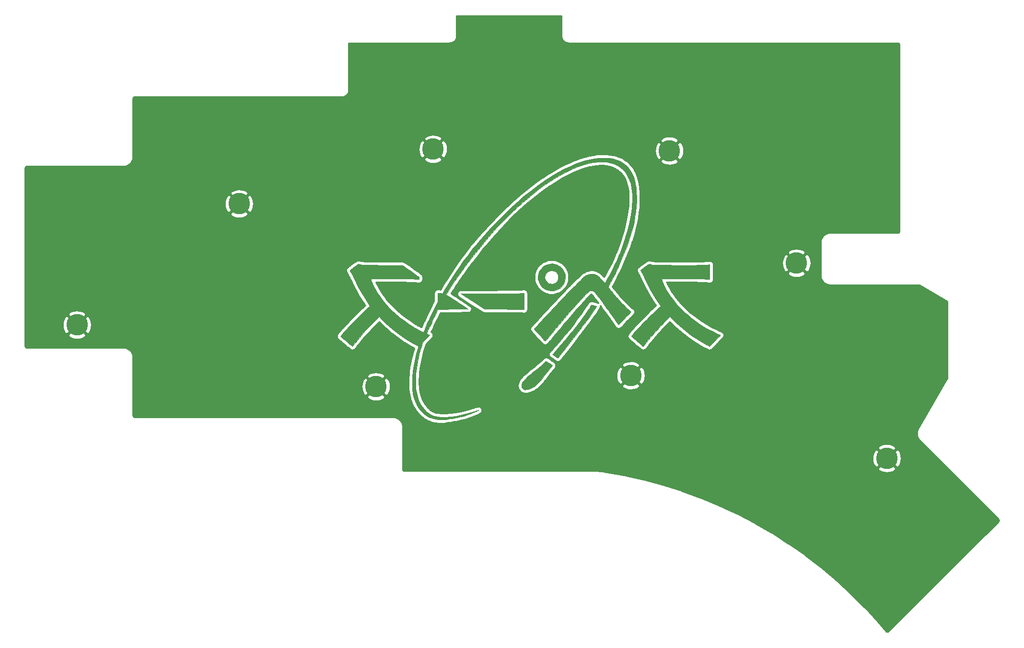
<source format=gbl>
G04 #@! TF.GenerationSoftware,KiCad,Pcbnew,(5.1.10)-1*
G04 #@! TF.CreationDate,2021-10-25T12:42:06+03:00*
G04 #@! TF.ProjectId,bottom_plate,626f7474-6f6d-45f7-906c-6174652e6b69,rev?*
G04 #@! TF.SameCoordinates,Original*
G04 #@! TF.FileFunction,Copper,L2,Bot*
G04 #@! TF.FilePolarity,Positive*
%FSLAX46Y46*%
G04 Gerber Fmt 4.6, Leading zero omitted, Abs format (unit mm)*
G04 Created by KiCad (PCBNEW (5.1.10)-1) date 2021-10-25 12:42:06*
%MOMM*%
%LPD*%
G01*
G04 APERTURE LIST*
G04 #@! TA.AperFunction,EtchedComponent*
%ADD10C,0.010000*%
G04 #@! TD*
G04 #@! TA.AperFunction,ComponentPad*
%ADD11C,3.800000*%
G04 #@! TD*
G04 #@! TA.AperFunction,Conductor*
%ADD12C,0.254000*%
G04 #@! TD*
G04 #@! TA.AperFunction,Conductor*
%ADD13C,0.100000*%
G04 #@! TD*
G04 APERTURE END LIST*
D10*
G36*
X142115080Y-116689296D02*
G01*
X141668879Y-117104608D01*
X141173085Y-117519400D01*
X140859933Y-117760571D01*
X140339194Y-118155047D01*
X139888226Y-118511270D01*
X139503397Y-118833183D01*
X139181076Y-119124730D01*
X138917633Y-119389855D01*
X138709435Y-119632501D01*
X138552852Y-119856613D01*
X138444252Y-120066134D01*
X138380005Y-120265007D01*
X138356478Y-120457177D01*
X138356219Y-120479726D01*
X138383615Y-120724067D01*
X138470559Y-120919968D01*
X138580494Y-121047230D01*
X138754517Y-121165038D01*
X138961745Y-121220166D01*
X139211837Y-121213874D01*
X139461619Y-121162176D01*
X139742299Y-121065164D01*
X140058708Y-120920053D01*
X140388080Y-120739957D01*
X140707653Y-120537990D01*
X140994663Y-120327268D01*
X141164484Y-120181127D01*
X141277430Y-120067458D01*
X141423411Y-119909033D01*
X141582938Y-119727499D01*
X141725643Y-119557800D01*
X141877520Y-119371022D01*
X142054327Y-119150901D01*
X142249547Y-118905798D01*
X142456662Y-118644074D01*
X142669157Y-118374090D01*
X142880514Y-118104209D01*
X143084216Y-117842791D01*
X143273747Y-117598199D01*
X143442588Y-117378793D01*
X143584225Y-117192935D01*
X143692139Y-117048987D01*
X143759813Y-116955310D01*
X143780933Y-116920777D01*
X143747572Y-116886136D01*
X143655454Y-116813736D01*
X143516530Y-116712388D01*
X143342751Y-116590906D01*
X143226330Y-116511755D01*
X142671728Y-116138497D01*
X142115080Y-116689296D01*
G37*
X142115080Y-116689296D02*
X141668879Y-117104608D01*
X141173085Y-117519400D01*
X140859933Y-117760571D01*
X140339194Y-118155047D01*
X139888226Y-118511270D01*
X139503397Y-118833183D01*
X139181076Y-119124730D01*
X138917633Y-119389855D01*
X138709435Y-119632501D01*
X138552852Y-119856613D01*
X138444252Y-120066134D01*
X138380005Y-120265007D01*
X138356478Y-120457177D01*
X138356219Y-120479726D01*
X138383615Y-120724067D01*
X138470559Y-120919968D01*
X138580494Y-121047230D01*
X138754517Y-121165038D01*
X138961745Y-121220166D01*
X139211837Y-121213874D01*
X139461619Y-121162176D01*
X139742299Y-121065164D01*
X140058708Y-120920053D01*
X140388080Y-120739957D01*
X140707653Y-120537990D01*
X140994663Y-120327268D01*
X141164484Y-120181127D01*
X141277430Y-120067458D01*
X141423411Y-119909033D01*
X141582938Y-119727499D01*
X141725643Y-119557800D01*
X141877520Y-119371022D01*
X142054327Y-119150901D01*
X142249547Y-118905798D01*
X142456662Y-118644074D01*
X142669157Y-118374090D01*
X142880514Y-118104209D01*
X143084216Y-117842791D01*
X143273747Y-117598199D01*
X143442588Y-117378793D01*
X143584225Y-117192935D01*
X143692139Y-117048987D01*
X143759813Y-116955310D01*
X143780933Y-116920777D01*
X143747572Y-116886136D01*
X143655454Y-116813736D01*
X143516530Y-116712388D01*
X143342751Y-116590906D01*
X143226330Y-116511755D01*
X142671728Y-116138497D01*
X142115080Y-116689296D01*
G36*
X143356967Y-98947760D02*
G01*
X142934266Y-99039651D01*
X142541609Y-99203133D01*
X142186607Y-99432324D01*
X141876872Y-99721339D01*
X141620016Y-100064295D01*
X141423650Y-100455309D01*
X141299704Y-100867633D01*
X141249404Y-101303957D01*
X141281237Y-101734258D01*
X141392696Y-102150326D01*
X141581277Y-102543952D01*
X141844473Y-102906923D01*
X141960159Y-103031702D01*
X142291765Y-103308932D01*
X142668802Y-103522042D01*
X143077522Y-103666800D01*
X143504178Y-103738971D01*
X143935022Y-103734322D01*
X144140766Y-103703264D01*
X144561548Y-103577620D01*
X144947364Y-103379729D01*
X145289821Y-103117701D01*
X145580524Y-102799648D01*
X145811079Y-102433682D01*
X145973091Y-102027913D01*
X146006987Y-101900004D01*
X146050853Y-101602329D01*
X146056748Y-101317394D01*
X144838337Y-101317394D01*
X144802650Y-101646312D01*
X144694614Y-101932104D01*
X144516528Y-102171398D01*
X144270687Y-102360823D01*
X144058081Y-102462496D01*
X143876494Y-102503474D01*
X143652437Y-102512432D01*
X143421548Y-102490022D01*
X143249084Y-102447670D01*
X143032026Y-102335259D01*
X142825672Y-102161561D01*
X142625215Y-101908528D01*
X142505615Y-101634379D01*
X142467911Y-101344921D01*
X142513142Y-101045960D01*
X142589992Y-100844011D01*
X142760188Y-100573832D01*
X142979223Y-100366053D01*
X143235581Y-100224721D01*
X143517745Y-100153887D01*
X143814199Y-100157600D01*
X144113428Y-100239909D01*
X144198096Y-100278566D01*
X144460592Y-100453330D01*
X144657188Y-100679405D01*
X144783949Y-100950407D01*
X144836941Y-101259956D01*
X144838337Y-101317394D01*
X146056748Y-101317394D01*
X146057775Y-101267761D01*
X146029455Y-100931046D01*
X145967592Y-100626934D01*
X145940473Y-100540702D01*
X145753927Y-100129740D01*
X145503457Y-99770171D01*
X145196203Y-99467362D01*
X144839305Y-99226680D01*
X144439903Y-99053492D01*
X144005137Y-98953164D01*
X143802100Y-98933346D01*
X143356967Y-98947760D01*
G37*
X143356967Y-98947760D02*
X142934266Y-99039651D01*
X142541609Y-99203133D01*
X142186607Y-99432324D01*
X141876872Y-99721339D01*
X141620016Y-100064295D01*
X141423650Y-100455309D01*
X141299704Y-100867633D01*
X141249404Y-101303957D01*
X141281237Y-101734258D01*
X141392696Y-102150326D01*
X141581277Y-102543952D01*
X141844473Y-102906923D01*
X141960159Y-103031702D01*
X142291765Y-103308932D01*
X142668802Y-103522042D01*
X143077522Y-103666800D01*
X143504178Y-103738971D01*
X143935022Y-103734322D01*
X144140766Y-103703264D01*
X144561548Y-103577620D01*
X144947364Y-103379729D01*
X145289821Y-103117701D01*
X145580524Y-102799648D01*
X145811079Y-102433682D01*
X145973091Y-102027913D01*
X146006987Y-101900004D01*
X146050853Y-101602329D01*
X146056748Y-101317394D01*
X144838337Y-101317394D01*
X144802650Y-101646312D01*
X144694614Y-101932104D01*
X144516528Y-102171398D01*
X144270687Y-102360823D01*
X144058081Y-102462496D01*
X143876494Y-102503474D01*
X143652437Y-102512432D01*
X143421548Y-102490022D01*
X143249084Y-102447670D01*
X143032026Y-102335259D01*
X142825672Y-102161561D01*
X142625215Y-101908528D01*
X142505615Y-101634379D01*
X142467911Y-101344921D01*
X142513142Y-101045960D01*
X142589992Y-100844011D01*
X142760188Y-100573832D01*
X142979223Y-100366053D01*
X143235581Y-100224721D01*
X143517745Y-100153887D01*
X143814199Y-100157600D01*
X144113428Y-100239909D01*
X144198096Y-100278566D01*
X144460592Y-100453330D01*
X144657188Y-100679405D01*
X144783949Y-100950407D01*
X144836941Y-101259956D01*
X144838337Y-101317394D01*
X146056748Y-101317394D01*
X146057775Y-101267761D01*
X146029455Y-100931046D01*
X145967592Y-100626934D01*
X145940473Y-100540702D01*
X145753927Y-100129740D01*
X145503457Y-99770171D01*
X145196203Y-99467362D01*
X144839305Y-99226680D01*
X144439903Y-99053492D01*
X144005137Y-98953164D01*
X143802100Y-98933346D01*
X143356967Y-98947760D01*
G36*
X138584516Y-104149249D02*
G01*
X138437117Y-104162404D01*
X138247572Y-104179306D01*
X138065933Y-104195494D01*
X137982978Y-104199353D01*
X137820987Y-104203488D01*
X137585593Y-104207842D01*
X137282427Y-104212357D01*
X136917118Y-104216978D01*
X136495300Y-104221648D01*
X136022602Y-104226310D01*
X135504656Y-104230906D01*
X134947094Y-104235381D01*
X134355545Y-104239677D01*
X133735642Y-104243739D01*
X133093015Y-104247508D01*
X132695585Y-104249623D01*
X127642738Y-104275467D01*
X129691838Y-105614328D01*
X131740938Y-106953190D01*
X135019852Y-106980492D01*
X135545796Y-106985155D01*
X136051907Y-106990189D01*
X136531095Y-106995491D01*
X136976265Y-107000958D01*
X137380327Y-107006485D01*
X137736186Y-107011969D01*
X138036752Y-107017307D01*
X138274930Y-107022395D01*
X138443630Y-107027128D01*
X138535757Y-107031405D01*
X138542183Y-107031965D01*
X138785600Y-107056136D01*
X138785600Y-104131289D01*
X138584516Y-104149249D01*
G37*
X138584516Y-104149249D02*
X138437117Y-104162404D01*
X138247572Y-104179306D01*
X138065933Y-104195494D01*
X137982978Y-104199353D01*
X137820987Y-104203488D01*
X137585593Y-104207842D01*
X137282427Y-104212357D01*
X136917118Y-104216978D01*
X136495300Y-104221648D01*
X136022602Y-104226310D01*
X135504656Y-104230906D01*
X134947094Y-104235381D01*
X134355545Y-104239677D01*
X133735642Y-104243739D01*
X133093015Y-104247508D01*
X132695585Y-104249623D01*
X127642738Y-104275467D01*
X129691838Y-105614328D01*
X131740938Y-106953190D01*
X135019852Y-106980492D01*
X135545796Y-106985155D01*
X136051907Y-106990189D01*
X136531095Y-106995491D01*
X136976265Y-107000958D01*
X137380327Y-107006485D01*
X137736186Y-107011969D01*
X138036752Y-107017307D01*
X138274930Y-107022395D01*
X138443630Y-107027128D01*
X138535757Y-107031405D01*
X138542183Y-107031965D01*
X138785600Y-107056136D01*
X138785600Y-104131289D01*
X138584516Y-104149249D01*
G36*
X151991823Y-80276644D02*
G01*
X151212149Y-80361788D01*
X150416067Y-80505193D01*
X149598038Y-80708444D01*
X148752522Y-80973124D01*
X147873980Y-81300818D01*
X146956873Y-81693109D01*
X145995661Y-82151583D01*
X145852158Y-82223718D01*
X144724165Y-82828810D01*
X143574766Y-83513341D01*
X142406181Y-84275444D01*
X141220632Y-85113257D01*
X140020340Y-86024913D01*
X138807526Y-87008549D01*
X137584412Y-88062299D01*
X136353218Y-89184299D01*
X135116167Y-90372684D01*
X133875480Y-91625589D01*
X132633377Y-92941150D01*
X131392080Y-94317501D01*
X131239814Y-94490616D01*
X130462235Y-95403365D01*
X129668765Y-96385371D01*
X128867864Y-97424801D01*
X128067992Y-98509821D01*
X127277610Y-99628599D01*
X126505177Y-100769302D01*
X125759153Y-101920097D01*
X125047998Y-103069151D01*
X124751640Y-103565503D01*
X124371100Y-104210206D01*
X124138266Y-104188521D01*
X123965061Y-104171959D01*
X123792298Y-104154776D01*
X123725516Y-104147878D01*
X123545600Y-104128920D01*
X123545600Y-105671834D01*
X122935930Y-106878650D01*
X122588794Y-107574097D01*
X122276715Y-108217870D01*
X121990254Y-108830325D01*
X121719969Y-109431819D01*
X121456421Y-110042707D01*
X121340778Y-110318238D01*
X121230987Y-110579718D01*
X121147244Y-110772270D01*
X121084226Y-110905607D01*
X121036609Y-110989439D01*
X120999069Y-111033479D01*
X120966280Y-111047438D01*
X120942711Y-111044339D01*
X120857885Y-111009292D01*
X120713118Y-110938543D01*
X120521474Y-110839266D01*
X120296022Y-110718632D01*
X120049828Y-110583814D01*
X119795959Y-110441985D01*
X119547481Y-110300316D01*
X119317462Y-110165981D01*
X119118967Y-110046151D01*
X119079433Y-110021575D01*
X118343523Y-109537737D01*
X117609854Y-109010599D01*
X116890043Y-108450220D01*
X116195712Y-107866658D01*
X115538478Y-107269972D01*
X114929962Y-106670220D01*
X114381782Y-106077461D01*
X114006515Y-105630133D01*
X113690034Y-105216243D01*
X113366654Y-104760935D01*
X113047075Y-104281307D01*
X112741998Y-103794457D01*
X112462122Y-103317485D01*
X112218147Y-102867488D01*
X112020774Y-102461564D01*
X112013519Y-102445412D01*
X111942680Y-102281109D01*
X111868934Y-102100266D01*
X111799665Y-101922267D01*
X111742253Y-101766495D01*
X111704082Y-101652335D01*
X111692266Y-101601839D01*
X111733357Y-101597542D01*
X111851660Y-101593964D01*
X112039727Y-101591075D01*
X112290108Y-101588847D01*
X112595352Y-101587254D01*
X112948010Y-101586265D01*
X113340632Y-101585854D01*
X113765768Y-101585992D01*
X114215968Y-101586651D01*
X114683782Y-101587803D01*
X115161761Y-101589419D01*
X115642453Y-101591473D01*
X116118410Y-101593934D01*
X116582181Y-101596776D01*
X117026317Y-101599970D01*
X117443368Y-101603487D01*
X117825883Y-101607301D01*
X118166413Y-101611382D01*
X118457508Y-101615703D01*
X118691717Y-101620236D01*
X118861592Y-101624951D01*
X118952433Y-101629265D01*
X119204003Y-101647458D01*
X119466937Y-101666704D01*
X119707829Y-101684545D01*
X119873183Y-101696990D01*
X120243600Y-101725220D01*
X120243600Y-101265595D01*
X119852016Y-100995734D01*
X119715009Y-100900599D01*
X119521961Y-100765534D01*
X119285837Y-100599666D01*
X119019604Y-100412118D01*
X118736231Y-100212015D01*
X118448683Y-100008481D01*
X118399405Y-99973548D01*
X117338376Y-99221224D01*
X113890905Y-99204591D01*
X113257596Y-99201371D01*
X112703047Y-99198131D01*
X112221352Y-99194734D01*
X111806605Y-99191044D01*
X111452899Y-99186926D01*
X111154328Y-99182243D01*
X110904986Y-99176859D01*
X110698966Y-99170637D01*
X110530362Y-99163442D01*
X110393268Y-99155137D01*
X110281777Y-99145587D01*
X110189982Y-99134655D01*
X110111979Y-99122205D01*
X110083600Y-99116825D01*
X109904721Y-99079737D01*
X109746115Y-99043790D01*
X109635144Y-99015276D01*
X109615210Y-99009106D01*
X109573235Y-99001627D01*
X109522189Y-99010379D01*
X109452618Y-99041102D01*
X109355066Y-99099538D01*
X109220077Y-99191425D01*
X109038198Y-99322505D01*
X108799971Y-99498517D01*
X108759676Y-99528492D01*
X108542184Y-99691402D01*
X108349460Y-99837731D01*
X108191278Y-99959898D01*
X108077411Y-100050316D01*
X108017631Y-100101405D01*
X108010982Y-100109460D01*
X108030660Y-100154404D01*
X108084843Y-100254069D01*
X108163835Y-100390963D01*
X108210439Y-100469293D01*
X108292015Y-100614047D01*
X108399180Y-100817397D01*
X108522556Y-101060828D01*
X108652770Y-101325825D01*
X108780446Y-101593874D01*
X108787268Y-101608467D01*
X109238769Y-102542616D01*
X109691489Y-103411758D01*
X110156093Y-104235024D01*
X110643246Y-105031545D01*
X111002196Y-105581670D01*
X111564516Y-106422208D01*
X111342842Y-106618837D01*
X111035539Y-106897254D01*
X110682636Y-107226979D01*
X110295523Y-107596703D01*
X109885590Y-107995117D01*
X109464226Y-108410913D01*
X109042820Y-108832782D01*
X108632762Y-109249415D01*
X108245440Y-109649506D01*
X107892244Y-110021743D01*
X107625805Y-110309511D01*
X107312613Y-110655292D01*
X107039817Y-110961872D01*
X106810348Y-111225750D01*
X106627139Y-111443427D01*
X106493120Y-111611402D01*
X106411223Y-111726175D01*
X106384380Y-111784246D01*
X106386415Y-111789320D01*
X106491711Y-111883655D01*
X106639893Y-112013838D01*
X106821750Y-112172007D01*
X107028075Y-112350300D01*
X107249657Y-112540856D01*
X107477289Y-112735811D01*
X107701762Y-112927305D01*
X107913867Y-113107475D01*
X108104396Y-113268460D01*
X108264138Y-113402397D01*
X108383887Y-113501424D01*
X108454432Y-113557679D01*
X108469360Y-113567633D01*
X108505423Y-113535618D01*
X108581391Y-113447893D01*
X108686984Y-113316942D01*
X108811924Y-113155246D01*
X108844847Y-113111653D01*
X109371955Y-112436735D01*
X109968630Y-111721257D01*
X110631994Y-110968476D01*
X111359167Y-110181650D01*
X112147270Y-109364035D01*
X112250924Y-109258817D01*
X113182428Y-108315501D01*
X113909230Y-109025984D01*
X114918652Y-109968850D01*
X115936291Y-110831134D01*
X116967554Y-111616875D01*
X118017848Y-112330111D01*
X119092580Y-112974881D01*
X119484473Y-113189926D01*
X119696667Y-113303590D01*
X119881044Y-113402370D01*
X120025457Y-113479759D01*
X120117760Y-113529246D01*
X120146185Y-113544517D01*
X120137889Y-113584397D01*
X120109342Y-113690735D01*
X120064632Y-113848897D01*
X120007844Y-114044246D01*
X119985683Y-114119330D01*
X119755738Y-114944491D01*
X119548145Y-115788044D01*
X119368327Y-116625276D01*
X119221703Y-117431474D01*
X119140884Y-117970300D01*
X119102773Y-118307860D01*
X119071262Y-118697247D01*
X119046873Y-119119541D01*
X119030127Y-119555821D01*
X119021543Y-119987169D01*
X119021644Y-120394664D01*
X119030948Y-120759388D01*
X119049978Y-121062419D01*
X119054498Y-121109165D01*
X119167279Y-121895611D01*
X119336514Y-122627619D01*
X119560492Y-123303259D01*
X119837504Y-123920600D01*
X120165839Y-124477713D01*
X120543787Y-124972669D01*
X120969638Y-125403536D01*
X121441681Y-125768387D01*
X121958206Y-126065290D01*
X122517504Y-126292317D01*
X123117863Y-126447537D01*
X123757574Y-126529020D01*
X123863100Y-126535069D01*
X124057997Y-126541493D01*
X124241931Y-126542541D01*
X124383108Y-126538175D01*
X124413433Y-126535694D01*
X124655004Y-126507245D01*
X124960206Y-126466296D01*
X125309445Y-126415905D01*
X125683128Y-126359133D01*
X126061661Y-126299037D01*
X126425451Y-126238678D01*
X126754903Y-126181115D01*
X127030425Y-126129406D01*
X127082992Y-126118889D01*
X127593271Y-126006637D01*
X128104931Y-125877958D01*
X128595263Y-125739196D01*
X129041556Y-125596694D01*
X129342445Y-125487813D01*
X129496285Y-125425659D01*
X129682605Y-125346187D01*
X129887523Y-125255824D01*
X130097158Y-125160995D01*
X130297629Y-125068125D01*
X130475057Y-124983640D01*
X130615558Y-124913965D01*
X130705254Y-124865525D01*
X130730867Y-124845122D01*
X130688733Y-124853707D01*
X130578690Y-124884938D01*
X130413259Y-124935020D01*
X130204962Y-125000153D01*
X129966319Y-125076539D01*
X129942851Y-125084138D01*
X128834191Y-125416600D01*
X127773893Y-125679686D01*
X126761822Y-125873423D01*
X125797841Y-125997833D01*
X124881815Y-126052943D01*
X124620321Y-126055967D01*
X124041390Y-126040302D01*
X123531852Y-125992009D01*
X123082190Y-125909141D01*
X122682883Y-125789751D01*
X122324415Y-125631891D01*
X122193889Y-125559633D01*
X122009927Y-125432895D01*
X121791956Y-125253018D01*
X121555504Y-125035526D01*
X121316097Y-124795945D01*
X121089261Y-124549801D01*
X120890523Y-124312617D01*
X120738049Y-124103932D01*
X120434714Y-123588975D01*
X120181777Y-123037219D01*
X119975933Y-122438969D01*
X119813878Y-121784531D01*
X119692307Y-121064210D01*
X119686177Y-121018300D01*
X119662706Y-120772974D01*
X119646472Y-120461250D01*
X119637331Y-120101071D01*
X119635140Y-119710383D01*
X119639756Y-119307132D01*
X119651037Y-118909263D01*
X119668840Y-118534720D01*
X119693021Y-118201450D01*
X119709951Y-118033800D01*
X119786422Y-117450136D01*
X119883912Y-116837940D01*
X119998973Y-116212679D01*
X120128158Y-115589820D01*
X120268021Y-114984829D01*
X120415115Y-114413172D01*
X120565993Y-113890316D01*
X120717209Y-113431728D01*
X120763949Y-113304146D01*
X120949087Y-112812858D01*
X121517094Y-112213163D01*
X121693108Y-112026315D01*
X121848212Y-111859734D01*
X121973269Y-111723391D01*
X122059141Y-111627258D01*
X122096692Y-111581307D01*
X122097478Y-111579750D01*
X122067779Y-111548332D01*
X121978008Y-111497997D01*
X121847396Y-111439486D01*
X121843478Y-111437892D01*
X121696155Y-111369472D01*
X121608717Y-111310058D01*
X121589974Y-111273943D01*
X121618439Y-111191365D01*
X121679637Y-111042186D01*
X121769184Y-110835902D01*
X121882697Y-110582006D01*
X122015792Y-110289997D01*
X122164085Y-109969368D01*
X122323193Y-109629617D01*
X122488732Y-109280238D01*
X122656319Y-108930727D01*
X122821569Y-108590581D01*
X122936676Y-108356737D01*
X123578139Y-107061673D01*
X123974620Y-107027991D01*
X124093989Y-107020986D01*
X124288337Y-107013478D01*
X124547977Y-107005687D01*
X124863225Y-106997828D01*
X125224395Y-106990120D01*
X125621801Y-106982780D01*
X126045759Y-106976025D01*
X126486582Y-106970074D01*
X126628535Y-106968387D01*
X128885970Y-106942467D01*
X127750368Y-106202813D01*
X127423238Y-105989685D01*
X127074414Y-105762323D01*
X126722275Y-105532713D01*
X126385199Y-105312841D01*
X126081566Y-105114692D01*
X125829753Y-104950253D01*
X125820745Y-104944368D01*
X125026724Y-104425577D01*
X125392629Y-103821355D01*
X125652234Y-103400499D01*
X125939086Y-102949129D01*
X126240912Y-102485741D01*
X126545436Y-102028831D01*
X126840384Y-101596895D01*
X127113480Y-101208429D01*
X127268570Y-100994633D01*
X127457725Y-100736220D01*
X127669894Y-100443734D01*
X127883297Y-100147356D01*
X128076150Y-99877270D01*
X128139286Y-99788133D01*
X128290495Y-99576608D01*
X128478844Y-99317129D01*
X128690112Y-99029054D01*
X128910077Y-98731738D01*
X129124520Y-98444537D01*
X129205539Y-98336860D01*
X130118518Y-97150273D01*
X131050107Y-95985551D01*
X131995336Y-94847956D01*
X132949237Y-93742747D01*
X133906841Y-92675185D01*
X134863178Y-91650532D01*
X135813281Y-90674046D01*
X136752181Y-89750990D01*
X137674908Y-88886624D01*
X138576495Y-88086207D01*
X139451971Y-87355001D01*
X139949766Y-86961642D01*
X140151643Y-86803572D01*
X140374258Y-86625979D01*
X140582293Y-86457153D01*
X140669433Y-86385180D01*
X140903127Y-86195838D01*
X141190364Y-85971504D01*
X141514506Y-85724549D01*
X141858917Y-85467341D01*
X142206959Y-85212250D01*
X142541995Y-84971648D01*
X142847387Y-84757902D01*
X142976600Y-84669799D01*
X144082038Y-83953658D01*
X145166595Y-83310572D01*
X146228593Y-82741294D01*
X147266357Y-82246581D01*
X148278209Y-81827188D01*
X149262474Y-81483869D01*
X150217475Y-81217381D01*
X151010503Y-81050858D01*
X151338533Y-81003904D01*
X151713819Y-80968261D01*
X152112318Y-80944785D01*
X152509983Y-80934336D01*
X152882768Y-80937773D01*
X153206627Y-80955954D01*
X153323098Y-80968296D01*
X153989802Y-81089258D01*
X154606996Y-81278432D01*
X155176324Y-81536566D01*
X155699428Y-81864405D01*
X156177953Y-82262697D01*
X156181711Y-82266269D01*
X156572098Y-82684808D01*
X156909535Y-83149017D01*
X157196315Y-83664066D01*
X157434736Y-84235126D01*
X157627092Y-84867367D01*
X157775680Y-85565959D01*
X157843386Y-86008633D01*
X157866527Y-86247128D01*
X157882908Y-86552740D01*
X157892662Y-86908202D01*
X157895920Y-87296245D01*
X157892817Y-87699600D01*
X157883484Y-88101001D01*
X157868053Y-88483178D01*
X157846658Y-88828863D01*
X157819507Y-89120133D01*
X157640303Y-90371637D01*
X157388845Y-91661635D01*
X157066182Y-92986251D01*
X156673363Y-94341610D01*
X156211437Y-95723835D01*
X155681452Y-97129053D01*
X155591136Y-97353967D01*
X155352315Y-97927217D01*
X155100558Y-98497465D01*
X154829652Y-99077438D01*
X154533383Y-99679864D01*
X154205538Y-100317473D01*
X153839902Y-101002991D01*
X153559304Y-101516077D01*
X153073100Y-102397354D01*
X152863110Y-102151077D01*
X152749595Y-102023299D01*
X152595897Y-101857617D01*
X152422208Y-101675483D01*
X152249277Y-101498909D01*
X152048667Y-101303940D01*
X151881598Y-101159010D01*
X151728088Y-101048555D01*
X151568156Y-100957011D01*
X151527035Y-100936341D01*
X151177535Y-100802866D01*
X150826294Y-100747400D01*
X150469133Y-100770664D01*
X150101869Y-100873378D01*
X149720323Y-101056262D01*
X149326579Y-101315397D01*
X149214994Y-101406930D01*
X149050817Y-101554479D01*
X148839569Y-101752481D01*
X148586767Y-101995376D01*
X148297931Y-102277601D01*
X147978580Y-102593596D01*
X147634231Y-102937797D01*
X147270406Y-103304645D01*
X146892621Y-103688578D01*
X146506396Y-104084033D01*
X146117249Y-104485450D01*
X145730700Y-104887266D01*
X145352268Y-105283921D01*
X144987470Y-105669852D01*
X144687603Y-105990284D01*
X144104454Y-106616727D01*
X143576464Y-107184004D01*
X143101066Y-107694883D01*
X142675694Y-108152135D01*
X142297781Y-108558529D01*
X141964760Y-108916835D01*
X141674064Y-109229823D01*
X141423127Y-109500263D01*
X141209381Y-109730924D01*
X141030261Y-109924576D01*
X140883198Y-110083990D01*
X140765627Y-110211934D01*
X140674981Y-110311178D01*
X140608692Y-110384493D01*
X140564194Y-110434647D01*
X140538921Y-110464412D01*
X140530403Y-110476265D01*
X140555343Y-110513441D01*
X140631658Y-110605007D01*
X140752788Y-110743611D01*
X140912174Y-110921901D01*
X141103256Y-111132523D01*
X141319477Y-111368126D01*
X141498229Y-111561140D01*
X141731125Y-111811662D01*
X141946122Y-112042940D01*
X142136305Y-112247535D01*
X142294762Y-112418010D01*
X142414579Y-112546927D01*
X142488842Y-112626847D01*
X142510480Y-112650154D01*
X142543062Y-112625728D01*
X142623441Y-112541879D01*
X142746127Y-112404979D01*
X142905630Y-112221400D01*
X143096462Y-111997516D01*
X143313131Y-111739697D01*
X143550150Y-111454317D01*
X143750425Y-111210821D01*
X144331276Y-110503208D01*
X144866378Y-109854822D01*
X145362122Y-109258186D01*
X145824899Y-108705821D01*
X146261103Y-108190250D01*
X146677125Y-107703994D01*
X147079356Y-107239575D01*
X147474189Y-106789515D01*
X147868016Y-106346336D01*
X148267229Y-105902559D01*
X148610999Y-105524300D01*
X148965187Y-105137275D01*
X149268512Y-104808820D01*
X149526331Y-104534200D01*
X149744006Y-104308682D01*
X149926892Y-104127531D01*
X150080351Y-103986011D01*
X150209740Y-103879389D01*
X150320418Y-103802929D01*
X150417744Y-103751897D01*
X150507076Y-103721559D01*
X150593773Y-103707179D01*
X150671292Y-103703967D01*
X150837391Y-103737153D01*
X151025383Y-103827609D01*
X151210923Y-103961674D01*
X151321376Y-104068693D01*
X151390752Y-104151985D01*
X151504411Y-104296994D01*
X151657201Y-104496699D01*
X151843966Y-104744082D01*
X152059553Y-105032125D01*
X152298808Y-105353809D01*
X152556578Y-105702116D01*
X152827707Y-106070027D01*
X153107042Y-106450523D01*
X153389430Y-106836587D01*
X153669716Y-107221199D01*
X153942745Y-107597340D01*
X154203365Y-107957994D01*
X154446422Y-108296140D01*
X154666760Y-108604760D01*
X154859227Y-108876837D01*
X154997106Y-109074194D01*
X155477035Y-109766587D01*
X156393095Y-108820194D01*
X156630487Y-108574628D01*
X156858186Y-108338507D01*
X157066931Y-108121476D01*
X157247463Y-107933182D01*
X157390522Y-107783272D01*
X157486847Y-107681392D01*
X157506300Y-107660498D01*
X157703446Y-107447196D01*
X157443705Y-107237165D01*
X157245397Y-107067911D01*
X157004521Y-106848075D01*
X156734274Y-106590786D01*
X156447854Y-106309170D01*
X156158458Y-106016354D01*
X155879281Y-105725466D01*
X155623523Y-105449632D01*
X155445086Y-105249133D01*
X155265216Y-105040857D01*
X155067377Y-104809464D01*
X154858652Y-104563465D01*
X154646123Y-104311369D01*
X154436874Y-104061687D01*
X154237986Y-103822930D01*
X154056543Y-103603608D01*
X153899627Y-103412230D01*
X153774321Y-103257308D01*
X153687708Y-103147352D01*
X153646869Y-103090872D01*
X153644600Y-103085717D01*
X153663445Y-103043442D01*
X153716644Y-102936004D01*
X153799194Y-102773200D01*
X153906089Y-102564829D01*
X154032325Y-102320688D01*
X154172899Y-102050578D01*
X154190078Y-102017679D01*
X154837396Y-100742891D01*
X155439082Y-99485120D01*
X155993399Y-98249052D01*
X156498609Y-97039373D01*
X156952973Y-95860770D01*
X157354756Y-94717929D01*
X157702219Y-93615536D01*
X157993625Y-92558277D01*
X158227236Y-91550838D01*
X158384105Y-90706269D01*
X158511469Y-89799300D01*
X158600174Y-88896011D01*
X158650144Y-88007765D01*
X158661304Y-87145927D01*
X158633579Y-86321863D01*
X158566894Y-85546935D01*
X158461174Y-84832510D01*
X158424178Y-84642976D01*
X158241731Y-83927192D01*
X158003173Y-83272077D01*
X157709259Y-82678641D01*
X157360746Y-82147892D01*
X156958388Y-81680840D01*
X156502942Y-81278493D01*
X155995164Y-80941862D01*
X155456680Y-80680440D01*
X154978489Y-80513080D01*
X154460834Y-80387901D01*
X153893805Y-80303315D01*
X153267493Y-80257733D01*
X152760629Y-80248178D01*
X151991823Y-80276644D01*
G37*
X151991823Y-80276644D02*
X151212149Y-80361788D01*
X150416067Y-80505193D01*
X149598038Y-80708444D01*
X148752522Y-80973124D01*
X147873980Y-81300818D01*
X146956873Y-81693109D01*
X145995661Y-82151583D01*
X145852158Y-82223718D01*
X144724165Y-82828810D01*
X143574766Y-83513341D01*
X142406181Y-84275444D01*
X141220632Y-85113257D01*
X140020340Y-86024913D01*
X138807526Y-87008549D01*
X137584412Y-88062299D01*
X136353218Y-89184299D01*
X135116167Y-90372684D01*
X133875480Y-91625589D01*
X132633377Y-92941150D01*
X131392080Y-94317501D01*
X131239814Y-94490616D01*
X130462235Y-95403365D01*
X129668765Y-96385371D01*
X128867864Y-97424801D01*
X128067992Y-98509821D01*
X127277610Y-99628599D01*
X126505177Y-100769302D01*
X125759153Y-101920097D01*
X125047998Y-103069151D01*
X124751640Y-103565503D01*
X124371100Y-104210206D01*
X124138266Y-104188521D01*
X123965061Y-104171959D01*
X123792298Y-104154776D01*
X123725516Y-104147878D01*
X123545600Y-104128920D01*
X123545600Y-105671834D01*
X122935930Y-106878650D01*
X122588794Y-107574097D01*
X122276715Y-108217870D01*
X121990254Y-108830325D01*
X121719969Y-109431819D01*
X121456421Y-110042707D01*
X121340778Y-110318238D01*
X121230987Y-110579718D01*
X121147244Y-110772270D01*
X121084226Y-110905607D01*
X121036609Y-110989439D01*
X120999069Y-111033479D01*
X120966280Y-111047438D01*
X120942711Y-111044339D01*
X120857885Y-111009292D01*
X120713118Y-110938543D01*
X120521474Y-110839266D01*
X120296022Y-110718632D01*
X120049828Y-110583814D01*
X119795959Y-110441985D01*
X119547481Y-110300316D01*
X119317462Y-110165981D01*
X119118967Y-110046151D01*
X119079433Y-110021575D01*
X118343523Y-109537737D01*
X117609854Y-109010599D01*
X116890043Y-108450220D01*
X116195712Y-107866658D01*
X115538478Y-107269972D01*
X114929962Y-106670220D01*
X114381782Y-106077461D01*
X114006515Y-105630133D01*
X113690034Y-105216243D01*
X113366654Y-104760935D01*
X113047075Y-104281307D01*
X112741998Y-103794457D01*
X112462122Y-103317485D01*
X112218147Y-102867488D01*
X112020774Y-102461564D01*
X112013519Y-102445412D01*
X111942680Y-102281109D01*
X111868934Y-102100266D01*
X111799665Y-101922267D01*
X111742253Y-101766495D01*
X111704082Y-101652335D01*
X111692266Y-101601839D01*
X111733357Y-101597542D01*
X111851660Y-101593964D01*
X112039727Y-101591075D01*
X112290108Y-101588847D01*
X112595352Y-101587254D01*
X112948010Y-101586265D01*
X113340632Y-101585854D01*
X113765768Y-101585992D01*
X114215968Y-101586651D01*
X114683782Y-101587803D01*
X115161761Y-101589419D01*
X115642453Y-101591473D01*
X116118410Y-101593934D01*
X116582181Y-101596776D01*
X117026317Y-101599970D01*
X117443368Y-101603487D01*
X117825883Y-101607301D01*
X118166413Y-101611382D01*
X118457508Y-101615703D01*
X118691717Y-101620236D01*
X118861592Y-101624951D01*
X118952433Y-101629265D01*
X119204003Y-101647458D01*
X119466937Y-101666704D01*
X119707829Y-101684545D01*
X119873183Y-101696990D01*
X120243600Y-101725220D01*
X120243600Y-101265595D01*
X119852016Y-100995734D01*
X119715009Y-100900599D01*
X119521961Y-100765534D01*
X119285837Y-100599666D01*
X119019604Y-100412118D01*
X118736231Y-100212015D01*
X118448683Y-100008481D01*
X118399405Y-99973548D01*
X117338376Y-99221224D01*
X113890905Y-99204591D01*
X113257596Y-99201371D01*
X112703047Y-99198131D01*
X112221352Y-99194734D01*
X111806605Y-99191044D01*
X111452899Y-99186926D01*
X111154328Y-99182243D01*
X110904986Y-99176859D01*
X110698966Y-99170637D01*
X110530362Y-99163442D01*
X110393268Y-99155137D01*
X110281777Y-99145587D01*
X110189982Y-99134655D01*
X110111979Y-99122205D01*
X110083600Y-99116825D01*
X109904721Y-99079737D01*
X109746115Y-99043790D01*
X109635144Y-99015276D01*
X109615210Y-99009106D01*
X109573235Y-99001627D01*
X109522189Y-99010379D01*
X109452618Y-99041102D01*
X109355066Y-99099538D01*
X109220077Y-99191425D01*
X109038198Y-99322505D01*
X108799971Y-99498517D01*
X108759676Y-99528492D01*
X108542184Y-99691402D01*
X108349460Y-99837731D01*
X108191278Y-99959898D01*
X108077411Y-100050316D01*
X108017631Y-100101405D01*
X108010982Y-100109460D01*
X108030660Y-100154404D01*
X108084843Y-100254069D01*
X108163835Y-100390963D01*
X108210439Y-100469293D01*
X108292015Y-100614047D01*
X108399180Y-100817397D01*
X108522556Y-101060828D01*
X108652770Y-101325825D01*
X108780446Y-101593874D01*
X108787268Y-101608467D01*
X109238769Y-102542616D01*
X109691489Y-103411758D01*
X110156093Y-104235024D01*
X110643246Y-105031545D01*
X111002196Y-105581670D01*
X111564516Y-106422208D01*
X111342842Y-106618837D01*
X111035539Y-106897254D01*
X110682636Y-107226979D01*
X110295523Y-107596703D01*
X109885590Y-107995117D01*
X109464226Y-108410913D01*
X109042820Y-108832782D01*
X108632762Y-109249415D01*
X108245440Y-109649506D01*
X107892244Y-110021743D01*
X107625805Y-110309511D01*
X107312613Y-110655292D01*
X107039817Y-110961872D01*
X106810348Y-111225750D01*
X106627139Y-111443427D01*
X106493120Y-111611402D01*
X106411223Y-111726175D01*
X106384380Y-111784246D01*
X106386415Y-111789320D01*
X106491711Y-111883655D01*
X106639893Y-112013838D01*
X106821750Y-112172007D01*
X107028075Y-112350300D01*
X107249657Y-112540856D01*
X107477289Y-112735811D01*
X107701762Y-112927305D01*
X107913867Y-113107475D01*
X108104396Y-113268460D01*
X108264138Y-113402397D01*
X108383887Y-113501424D01*
X108454432Y-113557679D01*
X108469360Y-113567633D01*
X108505423Y-113535618D01*
X108581391Y-113447893D01*
X108686984Y-113316942D01*
X108811924Y-113155246D01*
X108844847Y-113111653D01*
X109371955Y-112436735D01*
X109968630Y-111721257D01*
X110631994Y-110968476D01*
X111359167Y-110181650D01*
X112147270Y-109364035D01*
X112250924Y-109258817D01*
X113182428Y-108315501D01*
X113909230Y-109025984D01*
X114918652Y-109968850D01*
X115936291Y-110831134D01*
X116967554Y-111616875D01*
X118017848Y-112330111D01*
X119092580Y-112974881D01*
X119484473Y-113189926D01*
X119696667Y-113303590D01*
X119881044Y-113402370D01*
X120025457Y-113479759D01*
X120117760Y-113529246D01*
X120146185Y-113544517D01*
X120137889Y-113584397D01*
X120109342Y-113690735D01*
X120064632Y-113848897D01*
X120007844Y-114044246D01*
X119985683Y-114119330D01*
X119755738Y-114944491D01*
X119548145Y-115788044D01*
X119368327Y-116625276D01*
X119221703Y-117431474D01*
X119140884Y-117970300D01*
X119102773Y-118307860D01*
X119071262Y-118697247D01*
X119046873Y-119119541D01*
X119030127Y-119555821D01*
X119021543Y-119987169D01*
X119021644Y-120394664D01*
X119030948Y-120759388D01*
X119049978Y-121062419D01*
X119054498Y-121109165D01*
X119167279Y-121895611D01*
X119336514Y-122627619D01*
X119560492Y-123303259D01*
X119837504Y-123920600D01*
X120165839Y-124477713D01*
X120543787Y-124972669D01*
X120969638Y-125403536D01*
X121441681Y-125768387D01*
X121958206Y-126065290D01*
X122517504Y-126292317D01*
X123117863Y-126447537D01*
X123757574Y-126529020D01*
X123863100Y-126535069D01*
X124057997Y-126541493D01*
X124241931Y-126542541D01*
X124383108Y-126538175D01*
X124413433Y-126535694D01*
X124655004Y-126507245D01*
X124960206Y-126466296D01*
X125309445Y-126415905D01*
X125683128Y-126359133D01*
X126061661Y-126299037D01*
X126425451Y-126238678D01*
X126754903Y-126181115D01*
X127030425Y-126129406D01*
X127082992Y-126118889D01*
X127593271Y-126006637D01*
X128104931Y-125877958D01*
X128595263Y-125739196D01*
X129041556Y-125596694D01*
X129342445Y-125487813D01*
X129496285Y-125425659D01*
X129682605Y-125346187D01*
X129887523Y-125255824D01*
X130097158Y-125160995D01*
X130297629Y-125068125D01*
X130475057Y-124983640D01*
X130615558Y-124913965D01*
X130705254Y-124865525D01*
X130730867Y-124845122D01*
X130688733Y-124853707D01*
X130578690Y-124884938D01*
X130413259Y-124935020D01*
X130204962Y-125000153D01*
X129966319Y-125076539D01*
X129942851Y-125084138D01*
X128834191Y-125416600D01*
X127773893Y-125679686D01*
X126761822Y-125873423D01*
X125797841Y-125997833D01*
X124881815Y-126052943D01*
X124620321Y-126055967D01*
X124041390Y-126040302D01*
X123531852Y-125992009D01*
X123082190Y-125909141D01*
X122682883Y-125789751D01*
X122324415Y-125631891D01*
X122193889Y-125559633D01*
X122009927Y-125432895D01*
X121791956Y-125253018D01*
X121555504Y-125035526D01*
X121316097Y-124795945D01*
X121089261Y-124549801D01*
X120890523Y-124312617D01*
X120738049Y-124103932D01*
X120434714Y-123588975D01*
X120181777Y-123037219D01*
X119975933Y-122438969D01*
X119813878Y-121784531D01*
X119692307Y-121064210D01*
X119686177Y-121018300D01*
X119662706Y-120772974D01*
X119646472Y-120461250D01*
X119637331Y-120101071D01*
X119635140Y-119710383D01*
X119639756Y-119307132D01*
X119651037Y-118909263D01*
X119668840Y-118534720D01*
X119693021Y-118201450D01*
X119709951Y-118033800D01*
X119786422Y-117450136D01*
X119883912Y-116837940D01*
X119998973Y-116212679D01*
X120128158Y-115589820D01*
X120268021Y-114984829D01*
X120415115Y-114413172D01*
X120565993Y-113890316D01*
X120717209Y-113431728D01*
X120763949Y-113304146D01*
X120949087Y-112812858D01*
X121517094Y-112213163D01*
X121693108Y-112026315D01*
X121848212Y-111859734D01*
X121973269Y-111723391D01*
X122059141Y-111627258D01*
X122096692Y-111581307D01*
X122097478Y-111579750D01*
X122067779Y-111548332D01*
X121978008Y-111497997D01*
X121847396Y-111439486D01*
X121843478Y-111437892D01*
X121696155Y-111369472D01*
X121608717Y-111310058D01*
X121589974Y-111273943D01*
X121618439Y-111191365D01*
X121679637Y-111042186D01*
X121769184Y-110835902D01*
X121882697Y-110582006D01*
X122015792Y-110289997D01*
X122164085Y-109969368D01*
X122323193Y-109629617D01*
X122488732Y-109280238D01*
X122656319Y-108930727D01*
X122821569Y-108590581D01*
X122936676Y-108356737D01*
X123578139Y-107061673D01*
X123974620Y-107027991D01*
X124093989Y-107020986D01*
X124288337Y-107013478D01*
X124547977Y-107005687D01*
X124863225Y-106997828D01*
X125224395Y-106990120D01*
X125621801Y-106982780D01*
X126045759Y-106976025D01*
X126486582Y-106970074D01*
X126628535Y-106968387D01*
X128885970Y-106942467D01*
X127750368Y-106202813D01*
X127423238Y-105989685D01*
X127074414Y-105762323D01*
X126722275Y-105532713D01*
X126385199Y-105312841D01*
X126081566Y-105114692D01*
X125829753Y-104950253D01*
X125820745Y-104944368D01*
X125026724Y-104425577D01*
X125392629Y-103821355D01*
X125652234Y-103400499D01*
X125939086Y-102949129D01*
X126240912Y-102485741D01*
X126545436Y-102028831D01*
X126840384Y-101596895D01*
X127113480Y-101208429D01*
X127268570Y-100994633D01*
X127457725Y-100736220D01*
X127669894Y-100443734D01*
X127883297Y-100147356D01*
X128076150Y-99877270D01*
X128139286Y-99788133D01*
X128290495Y-99576608D01*
X128478844Y-99317129D01*
X128690112Y-99029054D01*
X128910077Y-98731738D01*
X129124520Y-98444537D01*
X129205539Y-98336860D01*
X130118518Y-97150273D01*
X131050107Y-95985551D01*
X131995336Y-94847956D01*
X132949237Y-93742747D01*
X133906841Y-92675185D01*
X134863178Y-91650532D01*
X135813281Y-90674046D01*
X136752181Y-89750990D01*
X137674908Y-88886624D01*
X138576495Y-88086207D01*
X139451971Y-87355001D01*
X139949766Y-86961642D01*
X140151643Y-86803572D01*
X140374258Y-86625979D01*
X140582293Y-86457153D01*
X140669433Y-86385180D01*
X140903127Y-86195838D01*
X141190364Y-85971504D01*
X141514506Y-85724549D01*
X141858917Y-85467341D01*
X142206959Y-85212250D01*
X142541995Y-84971648D01*
X142847387Y-84757902D01*
X142976600Y-84669799D01*
X144082038Y-83953658D01*
X145166595Y-83310572D01*
X146228593Y-82741294D01*
X147266357Y-82246581D01*
X148278209Y-81827188D01*
X149262474Y-81483869D01*
X150217475Y-81217381D01*
X151010503Y-81050858D01*
X151338533Y-81003904D01*
X151713819Y-80968261D01*
X152112318Y-80944785D01*
X152509983Y-80934336D01*
X152882768Y-80937773D01*
X153206627Y-80955954D01*
X153323098Y-80968296D01*
X153989802Y-81089258D01*
X154606996Y-81278432D01*
X155176324Y-81536566D01*
X155699428Y-81864405D01*
X156177953Y-82262697D01*
X156181711Y-82266269D01*
X156572098Y-82684808D01*
X156909535Y-83149017D01*
X157196315Y-83664066D01*
X157434736Y-84235126D01*
X157627092Y-84867367D01*
X157775680Y-85565959D01*
X157843386Y-86008633D01*
X157866527Y-86247128D01*
X157882908Y-86552740D01*
X157892662Y-86908202D01*
X157895920Y-87296245D01*
X157892817Y-87699600D01*
X157883484Y-88101001D01*
X157868053Y-88483178D01*
X157846658Y-88828863D01*
X157819507Y-89120133D01*
X157640303Y-90371637D01*
X157388845Y-91661635D01*
X157066182Y-92986251D01*
X156673363Y-94341610D01*
X156211437Y-95723835D01*
X155681452Y-97129053D01*
X155591136Y-97353967D01*
X155352315Y-97927217D01*
X155100558Y-98497465D01*
X154829652Y-99077438D01*
X154533383Y-99679864D01*
X154205538Y-100317473D01*
X153839902Y-101002991D01*
X153559304Y-101516077D01*
X153073100Y-102397354D01*
X152863110Y-102151077D01*
X152749595Y-102023299D01*
X152595897Y-101857617D01*
X152422208Y-101675483D01*
X152249277Y-101498909D01*
X152048667Y-101303940D01*
X151881598Y-101159010D01*
X151728088Y-101048555D01*
X151568156Y-100957011D01*
X151527035Y-100936341D01*
X151177535Y-100802866D01*
X150826294Y-100747400D01*
X150469133Y-100770664D01*
X150101869Y-100873378D01*
X149720323Y-101056262D01*
X149326579Y-101315397D01*
X149214994Y-101406930D01*
X149050817Y-101554479D01*
X148839569Y-101752481D01*
X148586767Y-101995376D01*
X148297931Y-102277601D01*
X147978580Y-102593596D01*
X147634231Y-102937797D01*
X147270406Y-103304645D01*
X146892621Y-103688578D01*
X146506396Y-104084033D01*
X146117249Y-104485450D01*
X145730700Y-104887266D01*
X145352268Y-105283921D01*
X144987470Y-105669852D01*
X144687603Y-105990284D01*
X144104454Y-106616727D01*
X143576464Y-107184004D01*
X143101066Y-107694883D01*
X142675694Y-108152135D01*
X142297781Y-108558529D01*
X141964760Y-108916835D01*
X141674064Y-109229823D01*
X141423127Y-109500263D01*
X141209381Y-109730924D01*
X141030261Y-109924576D01*
X140883198Y-110083990D01*
X140765627Y-110211934D01*
X140674981Y-110311178D01*
X140608692Y-110384493D01*
X140564194Y-110434647D01*
X140538921Y-110464412D01*
X140530403Y-110476265D01*
X140555343Y-110513441D01*
X140631658Y-110605007D01*
X140752788Y-110743611D01*
X140912174Y-110921901D01*
X141103256Y-111132523D01*
X141319477Y-111368126D01*
X141498229Y-111561140D01*
X141731125Y-111811662D01*
X141946122Y-112042940D01*
X142136305Y-112247535D01*
X142294762Y-112418010D01*
X142414579Y-112546927D01*
X142488842Y-112626847D01*
X142510480Y-112650154D01*
X142543062Y-112625728D01*
X142623441Y-112541879D01*
X142746127Y-112404979D01*
X142905630Y-112221400D01*
X143096462Y-111997516D01*
X143313131Y-111739697D01*
X143550150Y-111454317D01*
X143750425Y-111210821D01*
X144331276Y-110503208D01*
X144866378Y-109854822D01*
X145362122Y-109258186D01*
X145824899Y-108705821D01*
X146261103Y-108190250D01*
X146677125Y-107703994D01*
X147079356Y-107239575D01*
X147474189Y-106789515D01*
X147868016Y-106346336D01*
X148267229Y-105902559D01*
X148610999Y-105524300D01*
X148965187Y-105137275D01*
X149268512Y-104808820D01*
X149526331Y-104534200D01*
X149744006Y-104308682D01*
X149926892Y-104127531D01*
X150080351Y-103986011D01*
X150209740Y-103879389D01*
X150320418Y-103802929D01*
X150417744Y-103751897D01*
X150507076Y-103721559D01*
X150593773Y-103707179D01*
X150671292Y-103703967D01*
X150837391Y-103737153D01*
X151025383Y-103827609D01*
X151210923Y-103961674D01*
X151321376Y-104068693D01*
X151390752Y-104151985D01*
X151504411Y-104296994D01*
X151657201Y-104496699D01*
X151843966Y-104744082D01*
X152059553Y-105032125D01*
X152298808Y-105353809D01*
X152556578Y-105702116D01*
X152827707Y-106070027D01*
X153107042Y-106450523D01*
X153389430Y-106836587D01*
X153669716Y-107221199D01*
X153942745Y-107597340D01*
X154203365Y-107957994D01*
X154446422Y-108296140D01*
X154666760Y-108604760D01*
X154859227Y-108876837D01*
X154997106Y-109074194D01*
X155477035Y-109766587D01*
X156393095Y-108820194D01*
X156630487Y-108574628D01*
X156858186Y-108338507D01*
X157066931Y-108121476D01*
X157247463Y-107933182D01*
X157390522Y-107783272D01*
X157486847Y-107681392D01*
X157506300Y-107660498D01*
X157703446Y-107447196D01*
X157443705Y-107237165D01*
X157245397Y-107067911D01*
X157004521Y-106848075D01*
X156734274Y-106590786D01*
X156447854Y-106309170D01*
X156158458Y-106016354D01*
X155879281Y-105725466D01*
X155623523Y-105449632D01*
X155445086Y-105249133D01*
X155265216Y-105040857D01*
X155067377Y-104809464D01*
X154858652Y-104563465D01*
X154646123Y-104311369D01*
X154436874Y-104061687D01*
X154237986Y-103822930D01*
X154056543Y-103603608D01*
X153899627Y-103412230D01*
X153774321Y-103257308D01*
X153687708Y-103147352D01*
X153646869Y-103090872D01*
X153644600Y-103085717D01*
X153663445Y-103043442D01*
X153716644Y-102936004D01*
X153799194Y-102773200D01*
X153906089Y-102564829D01*
X154032325Y-102320688D01*
X154172899Y-102050578D01*
X154190078Y-102017679D01*
X154837396Y-100742891D01*
X155439082Y-99485120D01*
X155993399Y-98249052D01*
X156498609Y-97039373D01*
X156952973Y-95860770D01*
X157354756Y-94717929D01*
X157702219Y-93615536D01*
X157993625Y-92558277D01*
X158227236Y-91550838D01*
X158384105Y-90706269D01*
X158511469Y-89799300D01*
X158600174Y-88896011D01*
X158650144Y-88007765D01*
X158661304Y-87145927D01*
X158633579Y-86321863D01*
X158566894Y-85546935D01*
X158461174Y-84832510D01*
X158424178Y-84642976D01*
X158241731Y-83927192D01*
X158003173Y-83272077D01*
X157709259Y-82678641D01*
X157360746Y-82147892D01*
X156958388Y-81680840D01*
X156502942Y-81278493D01*
X155995164Y-80941862D01*
X155456680Y-80680440D01*
X154978489Y-80513080D01*
X154460834Y-80387901D01*
X153893805Y-80303315D01*
X153267493Y-80257733D01*
X152760629Y-80248178D01*
X151991823Y-80276644D01*
G36*
X150664975Y-106270985D02*
G01*
X150589509Y-106384327D01*
X150480025Y-106546060D01*
X150343768Y-106745683D01*
X150187979Y-106972693D01*
X150019901Y-107216587D01*
X149846777Y-107466862D01*
X149675848Y-107713016D01*
X149514358Y-107944546D01*
X149369550Y-108150950D01*
X149248665Y-108321725D01*
X149214403Y-108369663D01*
X148650663Y-109143387D01*
X148064717Y-109924107D01*
X147464882Y-110701584D01*
X146859473Y-111465575D01*
X146256809Y-112205840D01*
X145665204Y-112912137D01*
X145092976Y-113574226D01*
X144548442Y-114181865D01*
X144130183Y-114630464D01*
X144003788Y-114765288D01*
X143902676Y-114877040D01*
X143839048Y-114951992D01*
X143823266Y-114975816D01*
X143855823Y-115004704D01*
X143943070Y-115069867D01*
X144069378Y-115160428D01*
X144219114Y-115265512D01*
X144376646Y-115374244D01*
X144526343Y-115475747D01*
X144652574Y-115559147D01*
X144739706Y-115613567D01*
X144740958Y-115614294D01*
X144777547Y-115587365D01*
X144862937Y-115494406D01*
X144995525Y-115337412D01*
X145173707Y-115118383D01*
X145395881Y-114839316D01*
X145660445Y-114502209D01*
X145965795Y-114109059D01*
X146310328Y-113661865D01*
X146374050Y-113578825D01*
X146915289Y-112873011D01*
X147407367Y-112231084D01*
X147852741Y-111649819D01*
X148253867Y-111125992D01*
X148613202Y-110656376D01*
X148933204Y-110237747D01*
X149216328Y-109866879D01*
X149465032Y-109540549D01*
X149681773Y-109255529D01*
X149869006Y-109008597D01*
X150029190Y-108796526D01*
X150164780Y-108616091D01*
X150278235Y-108464068D01*
X150372009Y-108337231D01*
X150448561Y-108232356D01*
X150478165Y-108191300D01*
X150655576Y-107940747D01*
X150834165Y-107682343D01*
X151007695Y-107425740D01*
X151169929Y-107180595D01*
X151314631Y-106956562D01*
X151435563Y-106763295D01*
X151526490Y-106610449D01*
X151581174Y-106507679D01*
X151593485Y-106464741D01*
X151547315Y-106445726D01*
X151441935Y-106412066D01*
X151297574Y-106369376D01*
X151134463Y-106323270D01*
X150972834Y-106279364D01*
X150832918Y-106243271D01*
X150734944Y-106220607D01*
X150699182Y-106216539D01*
X150664975Y-106270985D01*
G37*
X150664975Y-106270985D02*
X150589509Y-106384327D01*
X150480025Y-106546060D01*
X150343768Y-106745683D01*
X150187979Y-106972693D01*
X150019901Y-107216587D01*
X149846777Y-107466862D01*
X149675848Y-107713016D01*
X149514358Y-107944546D01*
X149369550Y-108150950D01*
X149248665Y-108321725D01*
X149214403Y-108369663D01*
X148650663Y-109143387D01*
X148064717Y-109924107D01*
X147464882Y-110701584D01*
X146859473Y-111465575D01*
X146256809Y-112205840D01*
X145665204Y-112912137D01*
X145092976Y-113574226D01*
X144548442Y-114181865D01*
X144130183Y-114630464D01*
X144003788Y-114765288D01*
X143902676Y-114877040D01*
X143839048Y-114951992D01*
X143823266Y-114975816D01*
X143855823Y-115004704D01*
X143943070Y-115069867D01*
X144069378Y-115160428D01*
X144219114Y-115265512D01*
X144376646Y-115374244D01*
X144526343Y-115475747D01*
X144652574Y-115559147D01*
X144739706Y-115613567D01*
X144740958Y-115614294D01*
X144777547Y-115587365D01*
X144862937Y-115494406D01*
X144995525Y-115337412D01*
X145173707Y-115118383D01*
X145395881Y-114839316D01*
X145660445Y-114502209D01*
X145965795Y-114109059D01*
X146310328Y-113661865D01*
X146374050Y-113578825D01*
X146915289Y-112873011D01*
X147407367Y-112231084D01*
X147852741Y-111649819D01*
X148253867Y-111125992D01*
X148613202Y-110656376D01*
X148933204Y-110237747D01*
X149216328Y-109866879D01*
X149465032Y-109540549D01*
X149681773Y-109255529D01*
X149869006Y-109008597D01*
X150029190Y-108796526D01*
X150164780Y-108616091D01*
X150278235Y-108464068D01*
X150372009Y-108337231D01*
X150448561Y-108232356D01*
X150478165Y-108191300D01*
X150655576Y-107940747D01*
X150834165Y-107682343D01*
X151007695Y-107425740D01*
X151169929Y-107180595D01*
X151314631Y-106956562D01*
X151435563Y-106763295D01*
X151526490Y-106610449D01*
X151581174Y-106507679D01*
X151593485Y-106464741D01*
X151547315Y-106445726D01*
X151441935Y-106412066D01*
X151297574Y-106369376D01*
X151134463Y-106323270D01*
X150972834Y-106279364D01*
X150832918Y-106243271D01*
X150734944Y-106220607D01*
X150699182Y-106216539D01*
X150664975Y-106270985D01*
G36*
X160872522Y-99010379D02*
G01*
X160802951Y-99041102D01*
X160705399Y-99099538D01*
X160570411Y-99191425D01*
X160388531Y-99322505D01*
X160150304Y-99498517D01*
X160110009Y-99528492D01*
X159892517Y-99691402D01*
X159699794Y-99837731D01*
X159541612Y-99959898D01*
X159427744Y-100050316D01*
X159367965Y-100101405D01*
X159361315Y-100109460D01*
X159380977Y-100154412D01*
X159435117Y-100254107D01*
X159514050Y-100391051D01*
X159560683Y-100469519D01*
X159650931Y-100629252D01*
X159763631Y-100842778D01*
X159886758Y-101086559D01*
X160008283Y-101337061D01*
X160056298Y-101439359D01*
X160611925Y-102588406D01*
X161175246Y-103656643D01*
X161748327Y-104647739D01*
X162333233Y-105565363D01*
X162586450Y-105934781D01*
X162918631Y-106408762D01*
X162717054Y-106590948D01*
X162406302Y-106875792D01*
X162074325Y-107187351D01*
X161725852Y-107520689D01*
X161365607Y-107870874D01*
X160998318Y-108232970D01*
X160628712Y-108602044D01*
X160261515Y-108973162D01*
X159901454Y-109341388D01*
X159553255Y-109701789D01*
X159221645Y-110049431D01*
X158911351Y-110379380D01*
X158627099Y-110686701D01*
X158373616Y-110966460D01*
X158155629Y-111213723D01*
X157977864Y-111423555D01*
X157845048Y-111591023D01*
X157761908Y-111711193D01*
X157733170Y-111779130D01*
X157736936Y-111789745D01*
X157859003Y-111899787D01*
X158020836Y-112042399D01*
X158213306Y-112209838D01*
X158427280Y-112394361D01*
X158653628Y-112588225D01*
X158883217Y-112783687D01*
X159106917Y-112973005D01*
X159315596Y-113148436D01*
X159500123Y-113302236D01*
X159651366Y-113426664D01*
X159760195Y-113513975D01*
X159817476Y-113556429D01*
X159823747Y-113559230D01*
X159858986Y-113523229D01*
X159937065Y-113430918D01*
X160049195Y-113293093D01*
X160186589Y-113120549D01*
X160333811Y-112932633D01*
X161058141Y-112034932D01*
X161858323Y-111106950D01*
X162732142Y-110151175D01*
X163677383Y-109170092D01*
X163760338Y-109086231D01*
X164530715Y-108308995D01*
X165215408Y-108982831D01*
X166221566Y-109928316D01*
X167239146Y-110794497D01*
X168275165Y-111586623D01*
X169336636Y-112309942D01*
X170430577Y-112969704D01*
X170865185Y-113209655D01*
X171080402Y-113324838D01*
X171269299Y-113424625D01*
X171419517Y-113502594D01*
X171518701Y-113552325D01*
X171554058Y-113567633D01*
X171587982Y-113538077D01*
X171672919Y-113454281D01*
X171801746Y-113323556D01*
X171967338Y-113153212D01*
X172162570Y-112950561D01*
X172380319Y-112722911D01*
X172506735Y-112590079D01*
X172733741Y-112350522D01*
X172941431Y-112130184D01*
X173122738Y-111936650D01*
X173270599Y-111777508D01*
X173377948Y-111660345D01*
X173437721Y-111592748D01*
X173447728Y-111579527D01*
X173416750Y-111550481D01*
X173323473Y-111500499D01*
X173184924Y-111438245D01*
X173109061Y-111407230D01*
X172457478Y-111125529D01*
X171769150Y-110784852D01*
X171058582Y-110393623D01*
X170340276Y-109960261D01*
X169628735Y-109493188D01*
X168938464Y-109000824D01*
X168848323Y-108933347D01*
X168321129Y-108521131D01*
X167786943Y-108074772D01*
X167258540Y-107606361D01*
X166748695Y-107127988D01*
X166270184Y-106651745D01*
X165835782Y-106189721D01*
X165458267Y-105754008D01*
X165357936Y-105630133D01*
X165024077Y-105193120D01*
X164688403Y-104721490D01*
X164361672Y-104232207D01*
X164054642Y-103742234D01*
X163778072Y-103268537D01*
X163542721Y-102828079D01*
X163419995Y-102574294D01*
X163350042Y-102416111D01*
X163273632Y-102233660D01*
X163197952Y-102045386D01*
X163130193Y-101869735D01*
X163077542Y-101725151D01*
X163047189Y-101630079D01*
X163042600Y-101605944D01*
X163083690Y-101601240D01*
X163201997Y-101597249D01*
X163390072Y-101593946D01*
X163640468Y-101591308D01*
X163945738Y-101589310D01*
X164298434Y-101587929D01*
X164691108Y-101587141D01*
X165116314Y-101586922D01*
X165566604Y-101587248D01*
X166034530Y-101588095D01*
X166512645Y-101589439D01*
X166993501Y-101591256D01*
X167469652Y-101593522D01*
X167933649Y-101596214D01*
X168378045Y-101599307D01*
X168795392Y-101602777D01*
X169178244Y-101606601D01*
X169519152Y-101610755D01*
X169810670Y-101615214D01*
X170045349Y-101619956D01*
X170215743Y-101624955D01*
X170302766Y-101629265D01*
X170554336Y-101647458D01*
X170817271Y-101666704D01*
X171058162Y-101684545D01*
X171223516Y-101696990D01*
X171593933Y-101725220D01*
X171593933Y-99078812D01*
X171435183Y-99103844D01*
X171281402Y-99124396D01*
X171093528Y-99142531D01*
X170867255Y-99158326D01*
X170598276Y-99171858D01*
X170282285Y-99183205D01*
X169914975Y-99192444D01*
X169492040Y-99199652D01*
X169009173Y-99204908D01*
X168462068Y-99208288D01*
X167846417Y-99209869D01*
X167157915Y-99209730D01*
X166392255Y-99207948D01*
X165773100Y-99205614D01*
X165092487Y-99202569D01*
X164491104Y-99199548D01*
X163963514Y-99196440D01*
X163504279Y-99193135D01*
X163107963Y-99189522D01*
X162769129Y-99185489D01*
X162482340Y-99180927D01*
X162242159Y-99175723D01*
X162043149Y-99169768D01*
X161879874Y-99162951D01*
X161746895Y-99155160D01*
X161638777Y-99146284D01*
X161550082Y-99136214D01*
X161475374Y-99124837D01*
X161433933Y-99117126D01*
X161255068Y-99079901D01*
X161096471Y-99043852D01*
X160985496Y-99015285D01*
X160965543Y-99009106D01*
X160923568Y-99001627D01*
X160872522Y-99010379D01*
G37*
X160872522Y-99010379D02*
X160802951Y-99041102D01*
X160705399Y-99099538D01*
X160570411Y-99191425D01*
X160388531Y-99322505D01*
X160150304Y-99498517D01*
X160110009Y-99528492D01*
X159892517Y-99691402D01*
X159699794Y-99837731D01*
X159541612Y-99959898D01*
X159427744Y-100050316D01*
X159367965Y-100101405D01*
X159361315Y-100109460D01*
X159380977Y-100154412D01*
X159435117Y-100254107D01*
X159514050Y-100391051D01*
X159560683Y-100469519D01*
X159650931Y-100629252D01*
X159763631Y-100842778D01*
X159886758Y-101086559D01*
X160008283Y-101337061D01*
X160056298Y-101439359D01*
X160611925Y-102588406D01*
X161175246Y-103656643D01*
X161748327Y-104647739D01*
X162333233Y-105565363D01*
X162586450Y-105934781D01*
X162918631Y-106408762D01*
X162717054Y-106590948D01*
X162406302Y-106875792D01*
X162074325Y-107187351D01*
X161725852Y-107520689D01*
X161365607Y-107870874D01*
X160998318Y-108232970D01*
X160628712Y-108602044D01*
X160261515Y-108973162D01*
X159901454Y-109341388D01*
X159553255Y-109701789D01*
X159221645Y-110049431D01*
X158911351Y-110379380D01*
X158627099Y-110686701D01*
X158373616Y-110966460D01*
X158155629Y-111213723D01*
X157977864Y-111423555D01*
X157845048Y-111591023D01*
X157761908Y-111711193D01*
X157733170Y-111779130D01*
X157736936Y-111789745D01*
X157859003Y-111899787D01*
X158020836Y-112042399D01*
X158213306Y-112209838D01*
X158427280Y-112394361D01*
X158653628Y-112588225D01*
X158883217Y-112783687D01*
X159106917Y-112973005D01*
X159315596Y-113148436D01*
X159500123Y-113302236D01*
X159651366Y-113426664D01*
X159760195Y-113513975D01*
X159817476Y-113556429D01*
X159823747Y-113559230D01*
X159858986Y-113523229D01*
X159937065Y-113430918D01*
X160049195Y-113293093D01*
X160186589Y-113120549D01*
X160333811Y-112932633D01*
X161058141Y-112034932D01*
X161858323Y-111106950D01*
X162732142Y-110151175D01*
X163677383Y-109170092D01*
X163760338Y-109086231D01*
X164530715Y-108308995D01*
X165215408Y-108982831D01*
X166221566Y-109928316D01*
X167239146Y-110794497D01*
X168275165Y-111586623D01*
X169336636Y-112309942D01*
X170430577Y-112969704D01*
X170865185Y-113209655D01*
X171080402Y-113324838D01*
X171269299Y-113424625D01*
X171419517Y-113502594D01*
X171518701Y-113552325D01*
X171554058Y-113567633D01*
X171587982Y-113538077D01*
X171672919Y-113454281D01*
X171801746Y-113323556D01*
X171967338Y-113153212D01*
X172162570Y-112950561D01*
X172380319Y-112722911D01*
X172506735Y-112590079D01*
X172733741Y-112350522D01*
X172941431Y-112130184D01*
X173122738Y-111936650D01*
X173270599Y-111777508D01*
X173377948Y-111660345D01*
X173437721Y-111592748D01*
X173447728Y-111579527D01*
X173416750Y-111550481D01*
X173323473Y-111500499D01*
X173184924Y-111438245D01*
X173109061Y-111407230D01*
X172457478Y-111125529D01*
X171769150Y-110784852D01*
X171058582Y-110393623D01*
X170340276Y-109960261D01*
X169628735Y-109493188D01*
X168938464Y-109000824D01*
X168848323Y-108933347D01*
X168321129Y-108521131D01*
X167786943Y-108074772D01*
X167258540Y-107606361D01*
X166748695Y-107127988D01*
X166270184Y-106651745D01*
X165835782Y-106189721D01*
X165458267Y-105754008D01*
X165357936Y-105630133D01*
X165024077Y-105193120D01*
X164688403Y-104721490D01*
X164361672Y-104232207D01*
X164054642Y-103742234D01*
X163778072Y-103268537D01*
X163542721Y-102828079D01*
X163419995Y-102574294D01*
X163350042Y-102416111D01*
X163273632Y-102233660D01*
X163197952Y-102045386D01*
X163130193Y-101869735D01*
X163077542Y-101725151D01*
X163047189Y-101630079D01*
X163042600Y-101605944D01*
X163083690Y-101601240D01*
X163201997Y-101597249D01*
X163390072Y-101593946D01*
X163640468Y-101591308D01*
X163945738Y-101589310D01*
X164298434Y-101587929D01*
X164691108Y-101587141D01*
X165116314Y-101586922D01*
X165566604Y-101587248D01*
X166034530Y-101588095D01*
X166512645Y-101589439D01*
X166993501Y-101591256D01*
X167469652Y-101593522D01*
X167933649Y-101596214D01*
X168378045Y-101599307D01*
X168795392Y-101602777D01*
X169178244Y-101606601D01*
X169519152Y-101610755D01*
X169810670Y-101615214D01*
X170045349Y-101619956D01*
X170215743Y-101624955D01*
X170302766Y-101629265D01*
X170554336Y-101647458D01*
X170817271Y-101666704D01*
X171058162Y-101684545D01*
X171223516Y-101696990D01*
X171593933Y-101725220D01*
X171593933Y-99078812D01*
X171435183Y-99103844D01*
X171281402Y-99124396D01*
X171093528Y-99142531D01*
X170867255Y-99158326D01*
X170598276Y-99171858D01*
X170282285Y-99183205D01*
X169914975Y-99192444D01*
X169492040Y-99199652D01*
X169009173Y-99204908D01*
X168462068Y-99208288D01*
X167846417Y-99209869D01*
X167157915Y-99209730D01*
X166392255Y-99207948D01*
X165773100Y-99205614D01*
X165092487Y-99202569D01*
X164491104Y-99199548D01*
X163963514Y-99196440D01*
X163504279Y-99193135D01*
X163107963Y-99189522D01*
X162769129Y-99185489D01*
X162482340Y-99180927D01*
X162242159Y-99175723D01*
X162043149Y-99169768D01*
X161879874Y-99162951D01*
X161746895Y-99155160D01*
X161638777Y-99146284D01*
X161550082Y-99136214D01*
X161475374Y-99124837D01*
X161433933Y-99117126D01*
X161255068Y-99079901D01*
X161096471Y-99043852D01*
X160985496Y-99015285D01*
X160965543Y-99009106D01*
X160923568Y-99001627D01*
X160872522Y-99010379D01*
D11*
X112649000Y-120675400D03*
X157657800Y-118719600D03*
X202869800Y-133350000D03*
X186918600Y-98831400D03*
X164465000Y-78994000D03*
X122707400Y-78689200D03*
X88468200Y-88341200D03*
X59842400Y-109753400D03*
D12*
X145408701Y-58718106D02*
X145411758Y-58749142D01*
X145411737Y-58752106D01*
X145412738Y-58762319D01*
X145417786Y-58810353D01*
X145419336Y-58826086D01*
X145419495Y-58826611D01*
X145422938Y-58859368D01*
X145436345Y-58924681D01*
X145448817Y-58990063D01*
X145451783Y-58999887D01*
X145480639Y-59093105D01*
X145506468Y-59154548D01*
X145531409Y-59216281D01*
X145536226Y-59225342D01*
X145582639Y-59311181D01*
X145619895Y-59366415D01*
X145656369Y-59422152D01*
X145662855Y-59430105D01*
X145725057Y-59505294D01*
X145772363Y-59552271D01*
X145818934Y-59599828D01*
X145826841Y-59606370D01*
X145902462Y-59668045D01*
X145957981Y-59704932D01*
X146012916Y-59742546D01*
X146021943Y-59747428D01*
X146108103Y-59793240D01*
X146169726Y-59818639D01*
X146230919Y-59844867D01*
X146240723Y-59847902D01*
X146334141Y-59876107D01*
X146399534Y-59889056D01*
X146464656Y-59902897D01*
X146474847Y-59903968D01*
X146474855Y-59903970D01*
X146474862Y-59903970D01*
X146571388Y-59913434D01*
X146607594Y-59917000D01*
X204819459Y-59917000D01*
X204885281Y-59923454D01*
X205092786Y-60144346D01*
X205116294Y-60174642D01*
X205120406Y-60213764D01*
X205120407Y-93175482D01*
X205117624Y-93203865D01*
X205065840Y-93282667D01*
X204955326Y-93419069D01*
X204894995Y-93468939D01*
X204823641Y-93476439D01*
X192864159Y-93476439D01*
X192832760Y-93479532D01*
X192826666Y-93479489D01*
X192816452Y-93480490D01*
X192622355Y-93500891D01*
X192557107Y-93514284D01*
X192491666Y-93526768D01*
X192481841Y-93529734D01*
X192295403Y-93587446D01*
X192233984Y-93613264D01*
X192172226Y-93638216D01*
X192163165Y-93643034D01*
X191991488Y-93735859D01*
X191936241Y-93773124D01*
X191880516Y-93809589D01*
X191872563Y-93816075D01*
X191722185Y-93940479D01*
X191675208Y-93987785D01*
X191627651Y-94034356D01*
X191621109Y-94042263D01*
X191497759Y-94193505D01*
X191460872Y-94249024D01*
X191423258Y-94303959D01*
X191418376Y-94312986D01*
X191326751Y-94485308D01*
X191301350Y-94546935D01*
X191275123Y-94608128D01*
X191272088Y-94617931D01*
X191215679Y-94804767D01*
X191202731Y-94870159D01*
X191188890Y-94935275D01*
X191187817Y-94945481D01*
X191168772Y-95139715D01*
X191165264Y-95175335D01*
X191165265Y-101006652D01*
X191168357Y-101038042D01*
X191168314Y-101044145D01*
X191169315Y-101054359D01*
X191189716Y-101248455D01*
X191203108Y-101313696D01*
X191215593Y-101379145D01*
X191218559Y-101388970D01*
X191276271Y-101575408D01*
X191302095Y-101636840D01*
X191327041Y-101698584D01*
X191331859Y-101707646D01*
X191424684Y-101879322D01*
X191461921Y-101934529D01*
X191498414Y-101990295D01*
X191504900Y-101998248D01*
X191629303Y-102148625D01*
X191676610Y-102195603D01*
X191723181Y-102243160D01*
X191731088Y-102249702D01*
X191882330Y-102373052D01*
X191937823Y-102409921D01*
X191992784Y-102447554D01*
X192001811Y-102452435D01*
X192174133Y-102544060D01*
X192235772Y-102569466D01*
X192296953Y-102595688D01*
X192306756Y-102598723D01*
X192493592Y-102655132D01*
X192558984Y-102668080D01*
X192624100Y-102681921D01*
X192634306Y-102682994D01*
X192828539Y-102702039D01*
X192828541Y-102702039D01*
X192864159Y-102705547D01*
X208433273Y-102705547D01*
X208520007Y-102714051D01*
X208580011Y-102732168D01*
X208622832Y-102753238D01*
X213371036Y-105494403D01*
X213441895Y-105545129D01*
X213476832Y-105582331D01*
X213503874Y-105625604D01*
X213521998Y-105673310D01*
X213534387Y-105746541D01*
X213534672Y-105754711D01*
X213534673Y-119146624D01*
X213526168Y-119233367D01*
X213508052Y-119293370D01*
X213486981Y-119336193D01*
X208399606Y-128148545D01*
X208389295Y-128171305D01*
X208334349Y-128283459D01*
X208314823Y-128335680D01*
X208293042Y-128386986D01*
X208290041Y-128396799D01*
X208234273Y-128583827D01*
X208221547Y-128649274D01*
X208207931Y-128714430D01*
X208206893Y-128724639D01*
X208188515Y-128918938D01*
X208188744Y-128985569D01*
X208188042Y-129052165D01*
X208189007Y-129062382D01*
X208208718Y-129256550D01*
X208221890Y-129321896D01*
X208234132Y-129387332D01*
X208237062Y-129397167D01*
X208294111Y-129583808D01*
X208319727Y-129645356D01*
X208344444Y-129707165D01*
X208349229Y-129716243D01*
X208441444Y-129888250D01*
X208478510Y-129943626D01*
X208514779Y-129999482D01*
X208521237Y-130007458D01*
X208645106Y-130158277D01*
X208645118Y-130158289D01*
X208667811Y-130185944D01*
X222568987Y-144088806D01*
X222624297Y-144156150D01*
X222648408Y-144201125D01*
X222663324Y-144249924D01*
X222668479Y-144300697D01*
X222663674Y-144351497D01*
X222649092Y-144400399D01*
X222625289Y-144445538D01*
X222571922Y-144511434D01*
X203143997Y-163936219D01*
X203076641Y-163991536D01*
X203031663Y-164015648D01*
X202982862Y-164030564D01*
X202932093Y-164035717D01*
X202881289Y-164030910D01*
X202832383Y-164016326D01*
X202787247Y-163992524D01*
X202731971Y-163947755D01*
X201332668Y-162306217D01*
X201323985Y-162296470D01*
X201315374Y-162286644D01*
X198958812Y-159713244D01*
X198936644Y-159690072D01*
X196470074Y-157221913D01*
X196458744Y-157211060D01*
X196446916Y-157199730D01*
X193875034Y-154841510D01*
X193850931Y-154820359D01*
X191178632Y-152576567D01*
X191178252Y-152576262D01*
X191153629Y-152556486D01*
X188386003Y-150431394D01*
X188369606Y-150419364D01*
X188360148Y-150412424D01*
X185502459Y-148410077D01*
X185475801Y-148392253D01*
X185475800Y-148392252D01*
X182533491Y-146516462D01*
X182506081Y-146499818D01*
X179484751Y-144754154D01*
X179474787Y-144748684D01*
X179456641Y-144738720D01*
X176362041Y-143126507D01*
X176333285Y-143112315D01*
X173171307Y-141636620D01*
X173161556Y-141632326D01*
X173141959Y-141623695D01*
X169918622Y-140287329D01*
X169888738Y-140275697D01*
X166610177Y-139081202D01*
X166609700Y-139081040D01*
X166579814Y-139070884D01*
X163252272Y-138020535D01*
X163221488Y-138011552D01*
X159851296Y-137107349D01*
X159832507Y-137102745D01*
X159820150Y-137099717D01*
X156413724Y-136343379D01*
X156413212Y-136343277D01*
X156382275Y-136337112D01*
X152946100Y-135730081D01*
X152922410Y-135726427D01*
X152920326Y-135726000D01*
X152649242Y-135687978D01*
X152621211Y-135685829D01*
X152593302Y-135682303D01*
X151352916Y-135604264D01*
X151329924Y-135602000D01*
X117655347Y-135602000D01*
X117568614Y-135593496D01*
X117519760Y-135578746D01*
X117474701Y-135554788D01*
X117435154Y-135522534D01*
X117402627Y-135483215D01*
X117378357Y-135438329D01*
X117363265Y-135389573D01*
X117354400Y-135305235D01*
X117354400Y-135126349D01*
X201273056Y-135126349D01*
X201477162Y-135482867D01*
X201920023Y-135713575D01*
X202399383Y-135853452D01*
X202896821Y-135897123D01*
X203393222Y-135842909D01*
X203869507Y-135692894D01*
X204262438Y-135482867D01*
X204466544Y-135126349D01*
X202869800Y-133529605D01*
X201273056Y-135126349D01*
X117354400Y-135126349D01*
X117354400Y-133377021D01*
X200322677Y-133377021D01*
X200376891Y-133873422D01*
X200526906Y-134349707D01*
X200736933Y-134742638D01*
X201093451Y-134946744D01*
X202690195Y-133350000D01*
X203049405Y-133350000D01*
X204646149Y-134946744D01*
X205002667Y-134742638D01*
X205233375Y-134299777D01*
X205373252Y-133820417D01*
X205416923Y-133322979D01*
X205362709Y-132826578D01*
X205212694Y-132350293D01*
X205002667Y-131957362D01*
X204646149Y-131753256D01*
X203049405Y-133350000D01*
X202690195Y-133350000D01*
X201093451Y-131753256D01*
X200736933Y-131957362D01*
X200506225Y-132400223D01*
X200366348Y-132879583D01*
X200322677Y-133377021D01*
X117354400Y-133377021D01*
X117354400Y-131573651D01*
X201273056Y-131573651D01*
X202869800Y-133170395D01*
X204466544Y-131573651D01*
X204262438Y-131217133D01*
X203819577Y-130986425D01*
X203340217Y-130846548D01*
X202842779Y-130802877D01*
X202346378Y-130857091D01*
X201870093Y-131007106D01*
X201477162Y-131217133D01*
X201273056Y-131573651D01*
X117354400Y-131573651D01*
X117354400Y-127769895D01*
X117351307Y-127738496D01*
X117351350Y-127732402D01*
X117350349Y-127722188D01*
X117329948Y-127528091D01*
X117316555Y-127462843D01*
X117304071Y-127397402D01*
X117301105Y-127387577D01*
X117243393Y-127201139D01*
X117217575Y-127139720D01*
X117192623Y-127077962D01*
X117187805Y-127068901D01*
X117094980Y-126897224D01*
X117057715Y-126841977D01*
X117021250Y-126786252D01*
X117014764Y-126778299D01*
X116890360Y-126627921D01*
X116843054Y-126580944D01*
X116796483Y-126533387D01*
X116788576Y-126526845D01*
X116637334Y-126403495D01*
X116581815Y-126366608D01*
X116526880Y-126328994D01*
X116517853Y-126324112D01*
X116345531Y-126232487D01*
X116283904Y-126207086D01*
X116222711Y-126180859D01*
X116212908Y-126177824D01*
X116026072Y-126121415D01*
X115960680Y-126108467D01*
X115895564Y-126094626D01*
X115885358Y-126093553D01*
X115691124Y-126074508D01*
X115691123Y-126074508D01*
X115655505Y-126071000D01*
X70030347Y-126071000D01*
X69943614Y-126062496D01*
X69894760Y-126047746D01*
X69849701Y-126023788D01*
X69810154Y-125991534D01*
X69777627Y-125952215D01*
X69753357Y-125907329D01*
X69738265Y-125858573D01*
X69729400Y-125774235D01*
X69729400Y-122451749D01*
X111052256Y-122451749D01*
X111256362Y-122808267D01*
X111699223Y-123038975D01*
X112178583Y-123178852D01*
X112676021Y-123222523D01*
X113172422Y-123168309D01*
X113648707Y-123018294D01*
X114041638Y-122808267D01*
X114245744Y-122451749D01*
X112649000Y-120855005D01*
X111052256Y-122451749D01*
X69729400Y-122451749D01*
X69729400Y-120702421D01*
X110101877Y-120702421D01*
X110156091Y-121198822D01*
X110306106Y-121675107D01*
X110516133Y-122068038D01*
X110872651Y-122272144D01*
X112469395Y-120675400D01*
X112828605Y-120675400D01*
X114425349Y-122272144D01*
X114781867Y-122068038D01*
X115012575Y-121625177D01*
X115152452Y-121145817D01*
X115196123Y-120648379D01*
X115141909Y-120151978D01*
X114991894Y-119675693D01*
X114781867Y-119282762D01*
X114425349Y-119078656D01*
X112828605Y-120675400D01*
X112469395Y-120675400D01*
X110872651Y-119078656D01*
X110516133Y-119282762D01*
X110285425Y-119725623D01*
X110145548Y-120204983D01*
X110101877Y-120702421D01*
X69729400Y-120702421D01*
X69729400Y-118899051D01*
X111052256Y-118899051D01*
X112649000Y-120495795D01*
X114245744Y-118899051D01*
X114041638Y-118542533D01*
X113598777Y-118311825D01*
X113119417Y-118171948D01*
X112621979Y-118128277D01*
X112125578Y-118182491D01*
X111649293Y-118332506D01*
X111256362Y-118542533D01*
X111052256Y-118899051D01*
X69729400Y-118899051D01*
X69729400Y-115476195D01*
X69726307Y-115444796D01*
X69726350Y-115438702D01*
X69725349Y-115428488D01*
X69704948Y-115234391D01*
X69691555Y-115169143D01*
X69679071Y-115103702D01*
X69676105Y-115093877D01*
X69618393Y-114907439D01*
X69592575Y-114846020D01*
X69567623Y-114784262D01*
X69562805Y-114775201D01*
X69469980Y-114603524D01*
X69432715Y-114548277D01*
X69396250Y-114492552D01*
X69389764Y-114484599D01*
X69265360Y-114334221D01*
X69218054Y-114287244D01*
X69171483Y-114239687D01*
X69163576Y-114233145D01*
X69012334Y-114109795D01*
X68956815Y-114072908D01*
X68901880Y-114035294D01*
X68892853Y-114030412D01*
X68720531Y-113938787D01*
X68658904Y-113913386D01*
X68597711Y-113887159D01*
X68587908Y-113884124D01*
X68401072Y-113827715D01*
X68335680Y-113814767D01*
X68270564Y-113800926D01*
X68260358Y-113799853D01*
X68066124Y-113780808D01*
X68066123Y-113780808D01*
X68030505Y-113777300D01*
X50980307Y-113777300D01*
X50893564Y-113768795D01*
X50844710Y-113754045D01*
X50799652Y-113730087D01*
X50760104Y-113697833D01*
X50727578Y-113658515D01*
X50703306Y-113613624D01*
X50688216Y-113564876D01*
X50679351Y-113480535D01*
X50679351Y-111529749D01*
X58245656Y-111529749D01*
X58449762Y-111886267D01*
X58892623Y-112116975D01*
X59371983Y-112256852D01*
X59869421Y-112300523D01*
X60365822Y-112246309D01*
X60842107Y-112096294D01*
X61235038Y-111886267D01*
X61302051Y-111769212D01*
X105744556Y-111769212D01*
X105747512Y-111808951D01*
X105747044Y-111817713D01*
X105749120Y-111832224D01*
X105751899Y-111882064D01*
X105753380Y-111887837D01*
X105753822Y-111893774D01*
X105762331Y-111924555D01*
X105764736Y-111941360D01*
X105773579Y-111966551D01*
X105782945Y-112003050D01*
X105785515Y-112008416D01*
X105787104Y-112014164D01*
X105790373Y-112022481D01*
X105792408Y-112027555D01*
X105800380Y-112042899D01*
X105806108Y-112059216D01*
X105825950Y-112092843D01*
X105836898Y-112115702D01*
X105841180Y-112121428D01*
X105849995Y-112138394D01*
X105860797Y-112151899D01*
X105869584Y-112166791D01*
X105899733Y-112200580D01*
X105909618Y-112212939D01*
X105911705Y-112215729D01*
X105912224Y-112216196D01*
X105928013Y-112235937D01*
X105941226Y-112247082D01*
X105952743Y-112259989D01*
X105959358Y-112265998D01*
X106064654Y-112360333D01*
X106064758Y-112360409D01*
X106069306Y-112364461D01*
X106217489Y-112494644D01*
X106217603Y-112494726D01*
X106219890Y-112496743D01*
X106401746Y-112654912D01*
X106401840Y-112654979D01*
X106403295Y-112656254D01*
X106609619Y-112834547D01*
X106609697Y-112834602D01*
X106610776Y-112835543D01*
X106832357Y-113026099D01*
X106832419Y-113026142D01*
X106833345Y-113026947D01*
X107060977Y-113221902D01*
X107061034Y-113221942D01*
X107061923Y-113222711D01*
X107286396Y-113414205D01*
X107286465Y-113414253D01*
X107287426Y-113415081D01*
X107499531Y-113595251D01*
X107499609Y-113595305D01*
X107500811Y-113596335D01*
X107691340Y-113757320D01*
X107691440Y-113757389D01*
X107693197Y-113758883D01*
X107852939Y-113892821D01*
X107853074Y-113892913D01*
X107856280Y-113895602D01*
X107976028Y-113994629D01*
X107977047Y-113995316D01*
X107977918Y-113996186D01*
X107984865Y-114001806D01*
X108055411Y-114058061D01*
X108073957Y-114070091D01*
X108078842Y-114074679D01*
X108081544Y-114076368D01*
X108091974Y-114085149D01*
X108099374Y-114090158D01*
X108114302Y-114100112D01*
X108147838Y-114118015D01*
X108160202Y-114126035D01*
X108162466Y-114126939D01*
X108184764Y-114140874D01*
X108205206Y-114148640D01*
X108224490Y-114158935D01*
X108263452Y-114170769D01*
X108301528Y-114185235D01*
X108323088Y-114188883D01*
X108344005Y-114195236D01*
X108384523Y-114199277D01*
X108424684Y-114206072D01*
X108446542Y-114205463D01*
X108468294Y-114207632D01*
X108508822Y-114203726D01*
X108549542Y-114202591D01*
X108570869Y-114197747D01*
X108592625Y-114195650D01*
X108631621Y-114183947D01*
X108671345Y-114174924D01*
X108691323Y-114166030D01*
X108712260Y-114159747D01*
X108748246Y-114140689D01*
X108785455Y-114124125D01*
X108803323Y-114111522D01*
X108822642Y-114101291D01*
X108854237Y-114075610D01*
X108887525Y-114052131D01*
X108894249Y-114046245D01*
X108930311Y-114014230D01*
X108955779Y-113986730D01*
X108983332Y-113961298D01*
X108989229Y-113954583D01*
X109065197Y-113866858D01*
X109069117Y-113861320D01*
X109073941Y-113856543D01*
X109079599Y-113849625D01*
X109185192Y-113718675D01*
X109186388Y-113716852D01*
X109187904Y-113715288D01*
X109193417Y-113708255D01*
X109318357Y-113546559D01*
X109318413Y-113546469D01*
X109322638Y-113540955D01*
X109352427Y-113501512D01*
X109870028Y-112838765D01*
X110454548Y-112137861D01*
X111107174Y-111397266D01*
X111824618Y-110620968D01*
X112605660Y-109810679D01*
X112706333Y-109708487D01*
X113190397Y-109218284D01*
X113461848Y-109483641D01*
X113464042Y-109485402D01*
X113465875Y-109487544D01*
X113472363Y-109493689D01*
X114481785Y-110436555D01*
X114490557Y-110443273D01*
X114498135Y-110451308D01*
X114504912Y-110457132D01*
X115522551Y-111319416D01*
X115532555Y-111326337D01*
X115541348Y-111334741D01*
X115548418Y-111340206D01*
X116579681Y-112125947D01*
X116590758Y-112132790D01*
X116600650Y-112141262D01*
X116608008Y-112146334D01*
X117658302Y-112859570D01*
X117670196Y-112866049D01*
X117680966Y-112874272D01*
X117688597Y-112878922D01*
X118763329Y-113523692D01*
X118770445Y-113527065D01*
X118776893Y-113531606D01*
X118784698Y-113535959D01*
X119176590Y-113751004D01*
X119176710Y-113751055D01*
X119182275Y-113754086D01*
X119392892Y-113866906D01*
X119371861Y-113938161D01*
X119371785Y-113938560D01*
X119371632Y-113938938D01*
X119369173Y-113947529D01*
X119139228Y-114772690D01*
X119138310Y-114777912D01*
X119136475Y-114782892D01*
X119134280Y-114791554D01*
X118926687Y-115635107D01*
X118925962Y-115640122D01*
X118924352Y-115644928D01*
X118922415Y-115653651D01*
X118742596Y-116490884D01*
X118741951Y-116496531D01*
X118740316Y-116501976D01*
X118738656Y-116510757D01*
X118592032Y-117316955D01*
X118591582Y-117322418D01*
X118590170Y-117327714D01*
X118588783Y-117336542D01*
X118507964Y-117875368D01*
X118507595Y-117882582D01*
X118505989Y-117889626D01*
X118504924Y-117898499D01*
X118466813Y-118236059D01*
X118466729Y-118241750D01*
X118465641Y-118247335D01*
X118464858Y-118256237D01*
X118433347Y-118645624D01*
X118433397Y-118648547D01*
X118432904Y-118651428D01*
X118432327Y-118660346D01*
X118407938Y-119082640D01*
X118408007Y-119084361D01*
X118407749Y-119086067D01*
X118407344Y-119094994D01*
X118390598Y-119531274D01*
X118390684Y-119532715D01*
X118390493Y-119534155D01*
X118390254Y-119543088D01*
X118381670Y-119974435D01*
X118381824Y-119976414D01*
X118381603Y-119978392D01*
X118381543Y-119987328D01*
X118381644Y-120394823D01*
X118381999Y-120398431D01*
X118381686Y-120402050D01*
X118381852Y-120410985D01*
X118391156Y-120775709D01*
X118392074Y-120783118D01*
X118391708Y-120790578D01*
X118392206Y-120799500D01*
X118411236Y-121102531D01*
X118412248Y-121108784D01*
X118412151Y-121115115D01*
X118412949Y-121124015D01*
X118417469Y-121170761D01*
X118419456Y-121180865D01*
X118419772Y-121191161D01*
X118420979Y-121200015D01*
X118533760Y-121986462D01*
X118539159Y-122008505D01*
X118541774Y-122031052D01*
X118543727Y-122039772D01*
X118712961Y-122771780D01*
X118721038Y-122795754D01*
X118726271Y-122820503D01*
X118729024Y-122829005D01*
X118953002Y-123504644D01*
X118964406Y-123530330D01*
X118972981Y-123557091D01*
X118976582Y-123565270D01*
X119253594Y-124182611D01*
X119268985Y-124209521D01*
X119281651Y-124237820D01*
X119286135Y-124245550D01*
X119614470Y-124802662D01*
X119634402Y-124829982D01*
X119651805Y-124858986D01*
X119657178Y-124866126D01*
X120035127Y-125361082D01*
X120059870Y-125387648D01*
X120082359Y-125416161D01*
X120088597Y-125422560D01*
X120514447Y-125853427D01*
X120543802Y-125877828D01*
X120571218Y-125904398D01*
X120578251Y-125909911D01*
X121050294Y-126274763D01*
X121083461Y-126295569D01*
X121115023Y-126318746D01*
X121122739Y-126323253D01*
X121639264Y-126620156D01*
X121674885Y-126636233D01*
X121709239Y-126654880D01*
X121717496Y-126658298D01*
X122276794Y-126885325D01*
X122313190Y-126896101D01*
X122348667Y-126909646D01*
X122357303Y-126911942D01*
X122957662Y-127067162D01*
X122993186Y-127072722D01*
X123028140Y-127081217D01*
X123036997Y-127082408D01*
X123676708Y-127163891D01*
X123694491Y-127164406D01*
X123712030Y-127167398D01*
X123720948Y-127167971D01*
X123826474Y-127174020D01*
X123829795Y-127173885D01*
X123833087Y-127174365D01*
X123842016Y-127174722D01*
X124036914Y-127181146D01*
X124041173Y-127180870D01*
X124045415Y-127181370D01*
X124054351Y-127181483D01*
X124238285Y-127182531D01*
X124245531Y-127181862D01*
X124252780Y-127182449D01*
X124261714Y-127182235D01*
X124402891Y-127177869D01*
X124414586Y-127176356D01*
X124426383Y-127176711D01*
X124435294Y-127176044D01*
X124465619Y-127173563D01*
X124472456Y-127172323D01*
X124479404Y-127172285D01*
X124488286Y-127171302D01*
X124729857Y-127142853D01*
X124730543Y-127142703D01*
X124731245Y-127142688D01*
X124740110Y-127141561D01*
X125045312Y-127100612D01*
X125045439Y-127100582D01*
X125051604Y-127099736D01*
X125400843Y-127049345D01*
X125400999Y-127049307D01*
X125405574Y-127048644D01*
X125779257Y-126991872D01*
X125779402Y-126991835D01*
X125783478Y-126991217D01*
X126162011Y-126931121D01*
X126162165Y-126931081D01*
X126166416Y-126930406D01*
X126530206Y-126870047D01*
X126530357Y-126870007D01*
X126535605Y-126869127D01*
X126865057Y-126811564D01*
X126865116Y-126811548D01*
X126872955Y-126810133D01*
X127148477Y-126758424D01*
X127148551Y-126758403D01*
X127155981Y-126756969D01*
X127208548Y-126746452D01*
X127210116Y-126745975D01*
X127211752Y-126745803D01*
X127220493Y-126743944D01*
X127730772Y-126631692D01*
X127735625Y-126630115D01*
X127740685Y-126629429D01*
X127749366Y-126627310D01*
X128261026Y-126498630D01*
X128265692Y-126496958D01*
X128270589Y-126496147D01*
X128279204Y-126493774D01*
X128769536Y-126355012D01*
X128775314Y-126352747D01*
X128781402Y-126351530D01*
X128789933Y-126348871D01*
X129236226Y-126206369D01*
X129243353Y-126203298D01*
X129250906Y-126201486D01*
X129259329Y-126198504D01*
X129560218Y-126089623D01*
X129566829Y-126086470D01*
X129573880Y-126084502D01*
X129582189Y-126081213D01*
X129736028Y-126019059D01*
X129737521Y-126018279D01*
X129739136Y-126017794D01*
X129747380Y-126014345D01*
X129933700Y-125934873D01*
X129933759Y-125934841D01*
X129940834Y-125931779D01*
X130145752Y-125841416D01*
X130145873Y-125841348D01*
X130151297Y-125838939D01*
X130360932Y-125744110D01*
X130361060Y-125744036D01*
X130366179Y-125741708D01*
X130566650Y-125648838D01*
X130566754Y-125648777D01*
X130572774Y-125645961D01*
X130750203Y-125561476D01*
X130750753Y-125561145D01*
X130751360Y-125560924D01*
X130759393Y-125557010D01*
X130899894Y-125487335D01*
X130905573Y-125483789D01*
X130911781Y-125481285D01*
X130919674Y-125477094D01*
X131009369Y-125428654D01*
X131052728Y-125399439D01*
X131096988Y-125371632D01*
X131104016Y-125366113D01*
X131129629Y-125345710D01*
X131155990Y-125320128D01*
X131184336Y-125296748D01*
X131200712Y-125276729D01*
X131219266Y-125258723D01*
X131240157Y-125228508D01*
X131263421Y-125200067D01*
X131275596Y-125177250D01*
X131290300Y-125155982D01*
X131304925Y-125122282D01*
X131322221Y-125089867D01*
X131329731Y-125065124D01*
X131340026Y-125041401D01*
X131347827Y-125005499D01*
X131358497Y-124970345D01*
X131361058Y-124944614D01*
X131366549Y-124919343D01*
X131367228Y-124882608D01*
X131370866Y-124846053D01*
X131368380Y-124820313D01*
X131368858Y-124794458D01*
X131362390Y-124758294D01*
X131358858Y-124721726D01*
X131351420Y-124696958D01*
X131346867Y-124671504D01*
X131333500Y-124637291D01*
X131322931Y-124602098D01*
X131310821Y-124579241D01*
X131301413Y-124555162D01*
X131281659Y-124524203D01*
X131264452Y-124491727D01*
X131248131Y-124471656D01*
X131234226Y-124449864D01*
X131208829Y-124423325D01*
X131185648Y-124394818D01*
X131165748Y-124378306D01*
X131147868Y-124359622D01*
X131117797Y-124338519D01*
X131089523Y-124315059D01*
X131066793Y-124302726D01*
X131045626Y-124287872D01*
X131012026Y-124273011D01*
X130979735Y-124255491D01*
X130955039Y-124247807D01*
X130931394Y-124237349D01*
X130895558Y-124229299D01*
X130860469Y-124218381D01*
X130834755Y-124215641D01*
X130809524Y-124209973D01*
X130772789Y-124209037D01*
X130736266Y-124205145D01*
X130710514Y-124207451D01*
X130684658Y-124206792D01*
X130648446Y-124213008D01*
X130611858Y-124216284D01*
X130603090Y-124218007D01*
X130560955Y-124226592D01*
X130542088Y-124232402D01*
X130522611Y-124235642D01*
X130513997Y-124238022D01*
X130403954Y-124269253D01*
X130402919Y-124269660D01*
X130401821Y-124269862D01*
X130393250Y-124272392D01*
X130227819Y-124322474D01*
X130227679Y-124322532D01*
X130222256Y-124324186D01*
X130013959Y-124389319D01*
X130013811Y-124389382D01*
X130009859Y-124390617D01*
X129771216Y-124467003D01*
X129771119Y-124467045D01*
X129769164Y-124467663D01*
X129752346Y-124473108D01*
X128665095Y-124799151D01*
X127636578Y-125054351D01*
X126660604Y-125241178D01*
X125737592Y-125360300D01*
X124858878Y-125413166D01*
X124625288Y-125415867D01*
X124080285Y-125401120D01*
X123620207Y-125357515D01*
X123232299Y-125286027D01*
X122904371Y-125187979D01*
X122608951Y-125057884D01*
X122531223Y-125014855D01*
X122395877Y-124921610D01*
X122212568Y-124770337D01*
X121998699Y-124573617D01*
X121777947Y-124352704D01*
X121570127Y-124127195D01*
X121394737Y-123917876D01*
X121273452Y-123751877D01*
X121002817Y-123292433D01*
X120776699Y-122799180D01*
X120590346Y-122257578D01*
X120440927Y-121654169D01*
X120325218Y-120968577D01*
X120322130Y-120945454D01*
X120301118Y-120725835D01*
X120287919Y-120472375D01*
X137716261Y-120472375D01*
X137718389Y-120496989D01*
X137718214Y-120504274D01*
X137719272Y-120510385D01*
X137719270Y-120542150D01*
X137720204Y-120551037D01*
X137747600Y-120795378D01*
X137754033Y-120825650D01*
X137757445Y-120856392D01*
X137766981Y-120886577D01*
X137773564Y-120917556D01*
X137785751Y-120945994D01*
X137795071Y-120975496D01*
X137798639Y-120983689D01*
X137885583Y-121179590D01*
X137899063Y-121203384D01*
X137909842Y-121228506D01*
X137929774Y-121257593D01*
X137947152Y-121288267D01*
X137964986Y-121308977D01*
X137980448Y-121331541D01*
X137986243Y-121338343D01*
X138096178Y-121465606D01*
X138108678Y-121477500D01*
X138119367Y-121491033D01*
X138153830Y-121520465D01*
X138186665Y-121551708D01*
X138201229Y-121560943D01*
X138214350Y-121572148D01*
X138221715Y-121577209D01*
X138395738Y-121695017D01*
X138431072Y-121714199D01*
X138464988Y-121735803D01*
X138485845Y-121743934D01*
X138505511Y-121754610D01*
X138543884Y-121766559D01*
X138581363Y-121781170D01*
X138589983Y-121783527D01*
X138797211Y-121838655D01*
X138821161Y-121842576D01*
X138844469Y-121849329D01*
X138882651Y-121852642D01*
X138920476Y-121858834D01*
X138944729Y-121858028D01*
X138968907Y-121860126D01*
X138977842Y-121859964D01*
X139227933Y-121853672D01*
X139280274Y-121847207D01*
X139332787Y-121842342D01*
X139341550Y-121840591D01*
X139591332Y-121788893D01*
X139626387Y-121777979D01*
X139662222Y-121769925D01*
X139670688Y-121767065D01*
X139951368Y-121670053D01*
X139975612Y-121658919D01*
X140000947Y-121650571D01*
X140009095Y-121646903D01*
X140325504Y-121501792D01*
X140341136Y-121492680D01*
X140357879Y-121485824D01*
X140365749Y-121481592D01*
X140695122Y-121301495D01*
X140708183Y-121292596D01*
X140722408Y-121285691D01*
X140729995Y-121280969D01*
X141049567Y-121079003D01*
X141063674Y-121068024D01*
X141079176Y-121059115D01*
X141086416Y-121053877D01*
X141373426Y-120843154D01*
X141388540Y-120829600D01*
X141405310Y-120818154D01*
X141412124Y-120812372D01*
X141581945Y-120666232D01*
X141596128Y-120651383D01*
X141612131Y-120638524D01*
X141618474Y-120632229D01*
X141731420Y-120518560D01*
X141736231Y-120512664D01*
X141741984Y-120507674D01*
X141748085Y-120501144D01*
X141752871Y-120495949D01*
X156061056Y-120495949D01*
X156265162Y-120852467D01*
X156708023Y-121083175D01*
X157187383Y-121223052D01*
X157684821Y-121266723D01*
X158181222Y-121212509D01*
X158657507Y-121062494D01*
X159050438Y-120852467D01*
X159254544Y-120495949D01*
X157657800Y-118899205D01*
X156061056Y-120495949D01*
X141752871Y-120495949D01*
X141894066Y-120342719D01*
X141895925Y-120340257D01*
X141898215Y-120338174D01*
X141904160Y-120331502D01*
X142063687Y-120149968D01*
X142065148Y-120147936D01*
X142066966Y-120146208D01*
X142072765Y-120139409D01*
X142215470Y-119969710D01*
X142215932Y-119969036D01*
X142216514Y-119968465D01*
X142222200Y-119961571D01*
X142374077Y-119774793D01*
X142374160Y-119774667D01*
X142376490Y-119771808D01*
X142553297Y-119551686D01*
X142553366Y-119551580D01*
X142554941Y-119549631D01*
X142750161Y-119304528D01*
X142750218Y-119304440D01*
X142751414Y-119302950D01*
X142958529Y-119041225D01*
X142958575Y-119041154D01*
X142959576Y-119039900D01*
X143172070Y-118769916D01*
X143172116Y-118769844D01*
X143173028Y-118768696D01*
X143190316Y-118746621D01*
X155110677Y-118746621D01*
X155164891Y-119243022D01*
X155314906Y-119719307D01*
X155524933Y-120112238D01*
X155881451Y-120316344D01*
X157478195Y-118719600D01*
X157837405Y-118719600D01*
X159434149Y-120316344D01*
X159790667Y-120112238D01*
X160021375Y-119669377D01*
X160161252Y-119190017D01*
X160204923Y-118692579D01*
X160150709Y-118196178D01*
X160000694Y-117719893D01*
X159790667Y-117326962D01*
X159434149Y-117122856D01*
X157837405Y-118719600D01*
X157478195Y-118719600D01*
X155881451Y-117122856D01*
X155524933Y-117326962D01*
X155294225Y-117769823D01*
X155154348Y-118249183D01*
X155110677Y-118746621D01*
X143190316Y-118746621D01*
X143384385Y-118498815D01*
X143384431Y-118498743D01*
X143385347Y-118497584D01*
X143589049Y-118236166D01*
X143589102Y-118236082D01*
X143590109Y-118234801D01*
X143779641Y-117990209D01*
X143779706Y-117990106D01*
X143780951Y-117988511D01*
X143949793Y-117769105D01*
X143949869Y-117768982D01*
X143951623Y-117766714D01*
X144093260Y-117580857D01*
X144093341Y-117580725D01*
X144096305Y-117576828D01*
X144204219Y-117432880D01*
X144204838Y-117431860D01*
X144205642Y-117430975D01*
X144210925Y-117423768D01*
X144278599Y-117330091D01*
X144288732Y-117312712D01*
X144301082Y-117296819D01*
X144305797Y-117289228D01*
X144326917Y-117254695D01*
X144344861Y-117217658D01*
X144365246Y-117181888D01*
X144372038Y-117161564D01*
X144381377Y-117142287D01*
X144391785Y-117102469D01*
X144404834Y-117063421D01*
X144407549Y-117042164D01*
X144412966Y-117021441D01*
X144415443Y-116980363D01*
X144420182Y-116943251D01*
X156061056Y-116943251D01*
X157657800Y-118539995D01*
X159254544Y-116943251D01*
X159050438Y-116586733D01*
X158607577Y-116356025D01*
X158128217Y-116216148D01*
X157630779Y-116172477D01*
X157134378Y-116226691D01*
X156658093Y-116376706D01*
X156265162Y-116586733D01*
X156061056Y-116943251D01*
X144420182Y-116943251D01*
X144420659Y-116939522D01*
X144419194Y-116918147D01*
X144420483Y-116896761D01*
X144414931Y-116855973D01*
X144412116Y-116814908D01*
X144406526Y-116794222D01*
X144403637Y-116772996D01*
X144390273Y-116734076D01*
X144379532Y-116694327D01*
X144370029Y-116675117D01*
X144363073Y-116654860D01*
X144342400Y-116619269D01*
X144324146Y-116582371D01*
X144311099Y-116565380D01*
X144300337Y-116546853D01*
X144273145Y-116515956D01*
X144248072Y-116483305D01*
X144241918Y-116476825D01*
X144208557Y-116442185D01*
X144178344Y-116416401D01*
X144150038Y-116388520D01*
X144143050Y-116382949D01*
X144050933Y-116310550D01*
X144045010Y-116306767D01*
X144039826Y-116302015D01*
X144032644Y-116296698D01*
X143893720Y-116195350D01*
X143892002Y-116194337D01*
X143890504Y-116193019D01*
X143883215Y-116187848D01*
X143709436Y-116066366D01*
X143709402Y-116066347D01*
X143702582Y-116061641D01*
X143586161Y-115982490D01*
X143586045Y-115982427D01*
X143583670Y-115980804D01*
X143029068Y-115607547D01*
X142976859Y-115579387D01*
X142924904Y-115550703D01*
X142921903Y-115549745D01*
X142919133Y-115548251D01*
X142862455Y-115530770D01*
X142805912Y-115512722D01*
X142802782Y-115512365D01*
X142799776Y-115511438D01*
X142740787Y-115505299D01*
X142681810Y-115498576D01*
X142678672Y-115498834D01*
X142675541Y-115498508D01*
X142616464Y-115503945D01*
X142557323Y-115508805D01*
X142554295Y-115509667D01*
X142551160Y-115509956D01*
X142494303Y-115526754D01*
X142437194Y-115543019D01*
X142434387Y-115544455D01*
X142431372Y-115545346D01*
X142378840Y-115572878D01*
X142325999Y-115599915D01*
X142323530Y-115601865D01*
X142320740Y-115603327D01*
X142274533Y-115640556D01*
X142227972Y-115677324D01*
X142223582Y-115681608D01*
X142223476Y-115681693D01*
X142223393Y-115681792D01*
X142221576Y-115683565D01*
X141671873Y-116227492D01*
X141245234Y-116624596D01*
X140772329Y-117020238D01*
X140471490Y-117251927D01*
X139952740Y-117644897D01*
X139951260Y-117646265D01*
X139949538Y-117647337D01*
X139942488Y-117652828D01*
X139491519Y-118009051D01*
X139488259Y-118012189D01*
X139484482Y-118014690D01*
X139477588Y-118020376D01*
X139092760Y-118342289D01*
X139087194Y-118347955D01*
X139080743Y-118352596D01*
X139074074Y-118358544D01*
X138751754Y-118650091D01*
X138743272Y-118659423D01*
X138733432Y-118667329D01*
X138727090Y-118673624D01*
X138463647Y-118938749D01*
X138451663Y-118953433D01*
X138437788Y-118966358D01*
X138431922Y-118973100D01*
X138223724Y-119215746D01*
X138208030Y-119238134D01*
X138189971Y-119258660D01*
X138184802Y-119265950D01*
X138028219Y-119490061D01*
X138009763Y-119522894D01*
X137988812Y-119554191D01*
X137984644Y-119562096D01*
X137876044Y-119771618D01*
X137858025Y-119816672D01*
X137838049Y-119860906D01*
X137835243Y-119869391D01*
X137770996Y-120068263D01*
X137758962Y-120123439D01*
X137745896Y-120178371D01*
X137744748Y-120187234D01*
X137721221Y-120379404D01*
X137720478Y-120410260D01*
X137720174Y-120412715D01*
X137719277Y-120417244D01*
X137719277Y-120419960D01*
X137716685Y-120440892D01*
X137716520Y-120449827D01*
X137716261Y-120472375D01*
X120287919Y-120472375D01*
X120286049Y-120436480D01*
X120277286Y-120091160D01*
X120275161Y-119712244D01*
X120279652Y-119319875D01*
X120290607Y-118933512D01*
X120307739Y-118573089D01*
X120330691Y-118256753D01*
X120345756Y-118107568D01*
X120419853Y-117542026D01*
X120514738Y-116946188D01*
X120627098Y-116335604D01*
X120753345Y-115726909D01*
X120889803Y-115136651D01*
X121032605Y-114581672D01*
X121177566Y-114079320D01*
X121321742Y-113642082D01*
X121363897Y-113527016D01*
X121502474Y-113159284D01*
X121981752Y-112653268D01*
X121981806Y-112653198D01*
X121982947Y-112652004D01*
X122158961Y-112465156D01*
X122159057Y-112465032D01*
X122161504Y-112462440D01*
X122316608Y-112295859D01*
X122316703Y-112295735D01*
X122319860Y-112292340D01*
X122444569Y-112156377D01*
X122444574Y-112156372D01*
X122444650Y-112156288D01*
X122444917Y-112155997D01*
X122444933Y-112155975D01*
X122450573Y-112149749D01*
X122536445Y-112053616D01*
X122542126Y-112045846D01*
X122549010Y-112039118D01*
X122554713Y-112032238D01*
X122592264Y-111986287D01*
X122593728Y-111984088D01*
X122595570Y-111982206D01*
X122606370Y-111965693D01*
X122616486Y-111954223D01*
X122636525Y-111919809D01*
X122661487Y-111882316D01*
X122662494Y-111879880D01*
X122663938Y-111877672D01*
X122668020Y-111869723D01*
X122668806Y-111868166D01*
X122673207Y-111856810D01*
X122679337Y-111846283D01*
X122694157Y-111803268D01*
X122709196Y-111766881D01*
X122710393Y-111760867D01*
X122713945Y-111751702D01*
X122716057Y-111739705D01*
X122720025Y-111728189D01*
X122726871Y-111678287D01*
X122727200Y-111676421D01*
X122733577Y-111644378D01*
X122733581Y-111640177D01*
X122735604Y-111628688D01*
X122735346Y-111616513D01*
X122737002Y-111604442D01*
X122734024Y-111554159D01*
X122733680Y-111537925D01*
X122733698Y-111519471D01*
X122733240Y-111517144D01*
X122732957Y-111503810D01*
X122730338Y-111491913D01*
X122729618Y-111479754D01*
X122716933Y-111431018D01*
X122710643Y-111402442D01*
X122709555Y-111396921D01*
X122709280Y-111396252D01*
X122706104Y-111381824D01*
X122701224Y-111370662D01*
X122698156Y-111358875D01*
X122676244Y-111313526D01*
X122656068Y-111267378D01*
X122649114Y-111257378D01*
X122643814Y-111246409D01*
X122613506Y-111206172D01*
X122584757Y-111164830D01*
X122575996Y-111156374D01*
X122568664Y-111146640D01*
X122562571Y-111140104D01*
X122532872Y-111108686D01*
X122510378Y-111089125D01*
X122490008Y-111067373D01*
X122463372Y-111048247D01*
X122438620Y-111026722D01*
X122412763Y-111011907D01*
X122396702Y-111000374D01*
X122466084Y-110845189D01*
X122597403Y-110557076D01*
X122744343Y-110239374D01*
X122902211Y-109902272D01*
X123066376Y-109555792D01*
X123232685Y-109208943D01*
X123396526Y-108871700D01*
X123510716Y-108639719D01*
X123991600Y-107668854D01*
X124020453Y-107666403D01*
X124125098Y-107660262D01*
X124310300Y-107653107D01*
X124565582Y-107645447D01*
X124878048Y-107637657D01*
X125236974Y-107629997D01*
X125632776Y-107622687D01*
X126055141Y-107615957D01*
X126494780Y-107610022D01*
X126636018Y-107608343D01*
X128893318Y-107582425D01*
X128954299Y-107575738D01*
X129016001Y-107569119D01*
X129016732Y-107568891D01*
X129017480Y-107568809D01*
X129075987Y-107550409D01*
X129135241Y-107531928D01*
X129135910Y-107531564D01*
X129136633Y-107531337D01*
X129190842Y-107501711D01*
X129244987Y-107472285D01*
X129245568Y-107471802D01*
X129246238Y-107471436D01*
X129293556Y-107431930D01*
X129341059Y-107392461D01*
X129341541Y-107391867D01*
X129342120Y-107391384D01*
X129380751Y-107343580D01*
X129419796Y-107295497D01*
X129420152Y-107294824D01*
X129420628Y-107294235D01*
X129449377Y-107239575D01*
X129478200Y-107185087D01*
X129478419Y-107184357D01*
X129478771Y-107183687D01*
X129496264Y-107124791D01*
X129514046Y-107065435D01*
X129514119Y-107064675D01*
X129514334Y-107063951D01*
X129520064Y-107002667D01*
X129525968Y-106941099D01*
X129525892Y-106940343D01*
X129525963Y-106939587D01*
X129519675Y-106878298D01*
X129513515Y-106816815D01*
X129513293Y-106816086D01*
X129513216Y-106815333D01*
X129495172Y-106756529D01*
X129477157Y-106697317D01*
X129476798Y-106696645D01*
X129476576Y-106695922D01*
X129447599Y-106642011D01*
X129418282Y-106587157D01*
X129417795Y-106586563D01*
X129417440Y-106585902D01*
X129378409Y-106538482D01*
X129339130Y-106490531D01*
X129338546Y-106490050D01*
X129338062Y-106489462D01*
X129290275Y-106450290D01*
X129242719Y-106411119D01*
X129241530Y-106410333D01*
X129241462Y-106410277D01*
X129241377Y-106410231D01*
X129235265Y-106406190D01*
X128099663Y-105666536D01*
X127772742Y-105453544D01*
X127772707Y-105453521D01*
X127423883Y-105226159D01*
X127423880Y-105226158D01*
X127071837Y-104996610D01*
X127071834Y-104996609D01*
X126735004Y-104776896D01*
X126734969Y-104776873D01*
X126431335Y-104578724D01*
X126179842Y-104414494D01*
X126179791Y-104414460D01*
X126170783Y-104408575D01*
X126170781Y-104408574D01*
X125967738Y-104275911D01*
X127002739Y-104275911D01*
X127008804Y-104337333D01*
X127014696Y-104398605D01*
X127014932Y-104399392D01*
X127015013Y-104400213D01*
X127032879Y-104459241D01*
X127050574Y-104518247D01*
X127050960Y-104518976D01*
X127051198Y-104519763D01*
X127080172Y-104574164D01*
X127109008Y-104628641D01*
X127109525Y-104629277D01*
X127109914Y-104630008D01*
X127148805Y-104677624D01*
X127187771Y-104725585D01*
X127188412Y-104726117D01*
X127188927Y-104726748D01*
X127236277Y-104765865D01*
X127283865Y-104805382D01*
X127284585Y-104805773D01*
X127285223Y-104806300D01*
X127292670Y-104811240D01*
X129341769Y-106150100D01*
X129341774Y-106150103D01*
X131390870Y-107488962D01*
X131437763Y-107513436D01*
X131483926Y-107539317D01*
X131493073Y-107542302D01*
X131501602Y-107546754D01*
X131552383Y-107561661D01*
X131602667Y-107578074D01*
X131612215Y-107579226D01*
X131621451Y-107581937D01*
X131674169Y-107586698D01*
X131726674Y-107593031D01*
X131735609Y-107593168D01*
X135014399Y-107620469D01*
X135540122Y-107625130D01*
X135540123Y-107625130D01*
X136044811Y-107630150D01*
X136044826Y-107630150D01*
X136523558Y-107635447D01*
X136968242Y-107640908D01*
X137370944Y-107646416D01*
X137725611Y-107651882D01*
X138024216Y-107657185D01*
X138259158Y-107662204D01*
X138419823Y-107666712D01*
X138490732Y-107670004D01*
X138722360Y-107693004D01*
X138751830Y-107693040D01*
X138781132Y-107696120D01*
X138814129Y-107693117D01*
X138847266Y-107693158D01*
X138876175Y-107687471D01*
X138905524Y-107684800D01*
X138937318Y-107675443D01*
X138969823Y-107669048D01*
X138997075Y-107657855D01*
X139025348Y-107649534D01*
X139054711Y-107634183D01*
X139085363Y-107621594D01*
X139109932Y-107605314D01*
X139136040Y-107591665D01*
X139161860Y-107570905D01*
X139189486Y-107552600D01*
X139210419Y-107531864D01*
X139233385Y-107513399D01*
X139254689Y-107488010D01*
X139278224Y-107464696D01*
X139294728Y-107440293D01*
X139313673Y-107417715D01*
X139329640Y-107388672D01*
X139348198Y-107361231D01*
X139359647Y-107334088D01*
X139373847Y-107308259D01*
X139383868Y-107276668D01*
X139396743Y-107246145D01*
X139402703Y-107217290D01*
X139411614Y-107189199D01*
X139415308Y-107156265D01*
X139422010Y-107123821D01*
X139422252Y-107094364D01*
X139425538Y-107065072D01*
X139425600Y-107056136D01*
X139425600Y-104131289D01*
X139423033Y-104105105D01*
X139423444Y-104078805D01*
X139416953Y-104043100D01*
X139413411Y-104006979D01*
X139405807Y-103981794D01*
X139401102Y-103955913D01*
X139387799Y-103922148D01*
X139377309Y-103887404D01*
X139364958Y-103864175D01*
X139355316Y-103839702D01*
X139335714Y-103809173D01*
X139318670Y-103777118D01*
X139302035Y-103756722D01*
X139287829Y-103734597D01*
X139262669Y-103708455D01*
X139239725Y-103680323D01*
X139219456Y-103663555D01*
X139201214Y-103644601D01*
X139171443Y-103623835D01*
X139143483Y-103600705D01*
X139120348Y-103588196D01*
X139098767Y-103573143D01*
X139065527Y-103558554D01*
X139033610Y-103541297D01*
X139008485Y-103533519D01*
X138984391Y-103522945D01*
X138948958Y-103515093D01*
X138914290Y-103504361D01*
X138888123Y-103501611D01*
X138862444Y-103495920D01*
X138826163Y-103495099D01*
X138790068Y-103491305D01*
X138763876Y-103493689D01*
X138737570Y-103493093D01*
X138728664Y-103493827D01*
X138527634Y-103511782D01*
X138527624Y-103511783D01*
X138380374Y-103524925D01*
X138380273Y-103524933D01*
X138190728Y-103541835D01*
X138190720Y-103541836D01*
X138022654Y-103556815D01*
X137959941Y-103559732D01*
X137806912Y-103563638D01*
X137574772Y-103567932D01*
X137273721Y-103572416D01*
X136909541Y-103577022D01*
X136488526Y-103581684D01*
X136016677Y-103586337D01*
X135498977Y-103590931D01*
X135498973Y-103590931D01*
X134942457Y-103595398D01*
X134942447Y-103595398D01*
X134350932Y-103599694D01*
X133731903Y-103603750D01*
X133731888Y-103603750D01*
X133089524Y-103607517D01*
X132692352Y-103609631D01*
X132692312Y-103609631D01*
X127639465Y-103635475D01*
X127638648Y-103635559D01*
X127637825Y-103635485D01*
X127576457Y-103641979D01*
X127515219Y-103648300D01*
X127514431Y-103648542D01*
X127513612Y-103648629D01*
X127454658Y-103666923D01*
X127395830Y-103685013D01*
X127395107Y-103685402D01*
X127394318Y-103685647D01*
X127340246Y-103714932D01*
X127285845Y-103744215D01*
X127285205Y-103744743D01*
X127284486Y-103745132D01*
X127237335Y-103784194D01*
X127189455Y-103823654D01*
X127188930Y-103824295D01*
X127188300Y-103824817D01*
X127149592Y-103872345D01*
X127110330Y-103920302D01*
X127109940Y-103921032D01*
X127109423Y-103921667D01*
X127080607Y-103975952D01*
X127051485Y-104030478D01*
X127051246Y-104031263D01*
X127050859Y-104031993D01*
X127033025Y-104091210D01*
X127015160Y-104149985D01*
X127015078Y-104150801D01*
X127014840Y-104151593D01*
X127008855Y-104213082D01*
X127002740Y-104274272D01*
X127002819Y-104275091D01*
X127002739Y-104275911D01*
X125967738Y-104275911D01*
X125894530Y-104228079D01*
X125938669Y-104155191D01*
X126194688Y-103740148D01*
X126477310Y-103295436D01*
X126775351Y-102837858D01*
X127076015Y-102386740D01*
X127366475Y-101961378D01*
X127634331Y-101580365D01*
X127785684Y-101371720D01*
X127807249Y-101342258D01*
X140610551Y-101342258D01*
X140611148Y-101351174D01*
X140642981Y-101781475D01*
X140652472Y-101836248D01*
X140660782Y-101891218D01*
X140663035Y-101899866D01*
X140774494Y-102315934D01*
X140793728Y-102367113D01*
X140811711Y-102418760D01*
X140815516Y-102426845D01*
X141004097Y-102820471D01*
X141031683Y-102866023D01*
X141057959Y-102912380D01*
X141063155Y-102919651D01*
X141326351Y-103282622D01*
X141348913Y-103308082D01*
X141369117Y-103335452D01*
X141375147Y-103342048D01*
X141490833Y-103466827D01*
X141517872Y-103490804D01*
X141542846Y-103516935D01*
X141549662Y-103522714D01*
X141881269Y-103799944D01*
X141925603Y-103830183D01*
X141969097Y-103861640D01*
X141976846Y-103866091D01*
X142353883Y-104079201D01*
X142400693Y-104099921D01*
X142446733Y-104122280D01*
X142455136Y-104125322D01*
X142863856Y-104270080D01*
X142913155Y-104282283D01*
X142961979Y-104296284D01*
X142970779Y-104297836D01*
X143397435Y-104370007D01*
X143449863Y-104373674D01*
X143502147Y-104378968D01*
X143511083Y-104378934D01*
X143941927Y-104374285D01*
X143981713Y-104369950D01*
X144021705Y-104368425D01*
X144030551Y-104367152D01*
X144236295Y-104336094D01*
X144275491Y-104326187D01*
X144315299Y-104319007D01*
X144323879Y-104316509D01*
X144744661Y-104190865D01*
X144794912Y-104170332D01*
X144845654Y-104151104D01*
X144853633Y-104147081D01*
X145239450Y-103949190D01*
X145283879Y-103920608D01*
X145329137Y-103893392D01*
X145336272Y-103888011D01*
X145678728Y-103625983D01*
X145716865Y-103590393D01*
X145756150Y-103556036D01*
X145762225Y-103549482D01*
X146052928Y-103231429D01*
X146084427Y-103189366D01*
X146117209Y-103148316D01*
X146122025Y-103140788D01*
X146352580Y-102774822D01*
X146376674Y-102726729D01*
X146402082Y-102679275D01*
X146405453Y-102670999D01*
X146567465Y-102265230D01*
X146576990Y-102232372D01*
X146589388Y-102200477D01*
X146591737Y-102191855D01*
X146625633Y-102063946D01*
X146630713Y-102032729D01*
X146638785Y-102002140D01*
X146640149Y-101993308D01*
X146684015Y-101695633D01*
X146685750Y-101659935D01*
X146690469Y-101624500D01*
X146690716Y-101615567D01*
X146696611Y-101330632D01*
X146697638Y-101281001D01*
X146695403Y-101252055D01*
X146696210Y-101223032D01*
X146695523Y-101214122D01*
X146667203Y-100877407D01*
X146661257Y-100845031D01*
X146658331Y-100812238D01*
X146656610Y-100803469D01*
X146594748Y-100499357D01*
X146586266Y-100471784D01*
X146580734Y-100443475D01*
X146578113Y-100434932D01*
X146550994Y-100348700D01*
X146537520Y-100317047D01*
X146526881Y-100284330D01*
X146523243Y-100276167D01*
X146336698Y-99865206D01*
X146309783Y-99818615D01*
X146284134Y-99771297D01*
X146279077Y-99763929D01*
X146028607Y-99404360D01*
X145993286Y-99362946D01*
X145959017Y-99320654D01*
X145952696Y-99314337D01*
X145645442Y-99011528D01*
X145602988Y-98977171D01*
X145561411Y-98941792D01*
X145554037Y-98936745D01*
X145197139Y-98696062D01*
X145149283Y-98670193D01*
X145102088Y-98643117D01*
X145093914Y-98639505D01*
X144694513Y-98466317D01*
X144643259Y-98449820D01*
X144592503Y-98431951D01*
X144583810Y-98429881D01*
X144149044Y-98329553D01*
X144112373Y-98324794D01*
X144076198Y-98317121D01*
X144067311Y-98316191D01*
X143864274Y-98296373D01*
X143827241Y-98296389D01*
X143790320Y-98293454D01*
X143781386Y-98293681D01*
X143336254Y-98308095D01*
X143283101Y-98315050D01*
X143229758Y-98320529D01*
X143221013Y-98322367D01*
X142798312Y-98414258D01*
X142747655Y-98430586D01*
X142696546Y-98445438D01*
X142688272Y-98448815D01*
X142295616Y-98612297D01*
X142249193Y-98637193D01*
X142202021Y-98660657D01*
X142194480Y-98665452D01*
X141839477Y-98894643D01*
X141798526Y-98927155D01*
X141756557Y-98958344D01*
X141749981Y-98964395D01*
X141440246Y-99253410D01*
X141405769Y-99292541D01*
X141370019Y-99330569D01*
X141364613Y-99337685D01*
X141107757Y-99680640D01*
X141080655Y-99725336D01*
X141052152Y-99769116D01*
X141048086Y-99777073D01*
X140851720Y-100168088D01*
X140833395Y-100215662D01*
X140813375Y-100262528D01*
X140810743Y-100271068D01*
X140686797Y-100683391D01*
X140676720Y-100734608D01*
X140665000Y-100785468D01*
X140663915Y-100794338D01*
X140613615Y-101230662D01*
X140612664Y-101286478D01*
X140610551Y-101342258D01*
X127807249Y-101342258D01*
X127974155Y-101114241D01*
X127974222Y-101114128D01*
X127975777Y-101112015D01*
X128187946Y-100819529D01*
X128188002Y-100819433D01*
X128189267Y-100817702D01*
X128402670Y-100521324D01*
X128402734Y-100521213D01*
X128404146Y-100519265D01*
X128596999Y-100249178D01*
X128597056Y-100249080D01*
X128598413Y-100247191D01*
X128660654Y-100159316D01*
X128809802Y-99950675D01*
X128995918Y-99694273D01*
X129205425Y-99408599D01*
X129423660Y-99113622D01*
X129636583Y-98828455D01*
X129714888Y-98724385D01*
X130622078Y-97545322D01*
X131546169Y-96389975D01*
X132483753Y-95261580D01*
X133429750Y-94165529D01*
X134379021Y-93107256D01*
X135326515Y-92092078D01*
X136267031Y-91125446D01*
X137195365Y-90212777D01*
X138106192Y-89359559D01*
X138994168Y-88571225D01*
X139855574Y-87851771D01*
X140345503Y-87464628D01*
X140546203Y-87307479D01*
X140546304Y-87307382D01*
X140550764Y-87303875D01*
X140773379Y-87126282D01*
X140773493Y-87126171D01*
X140777546Y-87122929D01*
X140985581Y-86954103D01*
X140985693Y-86953993D01*
X140989856Y-86950602D01*
X141074637Y-86880577D01*
X141301579Y-86696706D01*
X141581291Y-86478249D01*
X141899896Y-86235513D01*
X142239562Y-85981848D01*
X142582780Y-85730292D01*
X142912197Y-85493726D01*
X143211143Y-85284492D01*
X143330909Y-85202830D01*
X144419364Y-84497691D01*
X145481132Y-83868118D01*
X146517645Y-83312501D01*
X147526758Y-82831446D01*
X148506308Y-82425442D01*
X149454065Y-82094857D01*
X150369416Y-81839433D01*
X151121712Y-81681463D01*
X151414177Y-81639600D01*
X151762922Y-81606478D01*
X152139545Y-81584290D01*
X152515429Y-81574414D01*
X152861872Y-81577608D01*
X153154935Y-81594060D01*
X153232136Y-81602241D01*
X153838372Y-81712232D01*
X154380144Y-81878288D01*
X154872887Y-82101699D01*
X155323086Y-82383847D01*
X155739391Y-82730351D01*
X156077411Y-83092746D01*
X156369150Y-83494089D01*
X156619614Y-83943916D01*
X156831783Y-84452097D01*
X157006809Y-85027377D01*
X157145835Y-85681016D01*
X157208080Y-86087987D01*
X157228183Y-86295163D01*
X157243379Y-86578673D01*
X157252736Y-86919681D01*
X157255900Y-87296447D01*
X157252874Y-87689701D01*
X157243784Y-88080644D01*
X157228851Y-88450486D01*
X157208494Y-88779405D01*
X157183735Y-89045021D01*
X157009047Y-90264980D01*
X156763510Y-91524605D01*
X156447631Y-92821370D01*
X156062263Y-94151022D01*
X155608302Y-95509412D01*
X155085030Y-96896832D01*
X154998780Y-97111624D01*
X154764120Y-97674884D01*
X154517835Y-98232737D01*
X154252495Y-98800796D01*
X153961600Y-99392295D01*
X153638578Y-100020522D01*
X153276790Y-100698827D01*
X152998292Y-101208073D01*
X152947913Y-101299387D01*
X152885367Y-101233800D01*
X152885346Y-101233782D01*
X152879449Y-101227676D01*
X152706518Y-101051102D01*
X152703881Y-101048890D01*
X152701692Y-101046226D01*
X152695327Y-101039954D01*
X152494717Y-100844985D01*
X152484027Y-100836457D01*
X152474758Y-100826397D01*
X152468048Y-100820495D01*
X152300980Y-100675565D01*
X152280878Y-100661310D01*
X152262609Y-100644782D01*
X152255392Y-100639512D01*
X152101882Y-100529057D01*
X152076985Y-100514604D01*
X152053745Y-100497603D01*
X152046020Y-100493110D01*
X151886089Y-100401566D01*
X151874339Y-100396289D01*
X151863547Y-100389257D01*
X151855590Y-100385188D01*
X151814469Y-100364518D01*
X151788466Y-100354491D01*
X151763694Y-100341704D01*
X151755368Y-100338458D01*
X151405868Y-100204983D01*
X151345855Y-100188563D01*
X151286180Y-100172155D01*
X151285433Y-100172032D01*
X151285390Y-100172020D01*
X151285340Y-100172016D01*
X151277363Y-100170700D01*
X150926122Y-100115234D01*
X150922199Y-100115003D01*
X150918386Y-100114061D01*
X150859872Y-100111328D01*
X150801432Y-100107883D01*
X150797544Y-100108417D01*
X150793616Y-100108234D01*
X150784695Y-100108753D01*
X150427534Y-100132017D01*
X150366186Y-100142093D01*
X150305379Y-100151968D01*
X150304348Y-100152249D01*
X150304279Y-100152260D01*
X150304206Y-100152287D01*
X150296757Y-100154315D01*
X149929492Y-100257029D01*
X149881713Y-100275585D01*
X149833323Y-100292445D01*
X149825238Y-100296251D01*
X149443692Y-100479135D01*
X149410538Y-100499221D01*
X149375979Y-100516792D01*
X149368480Y-100521653D01*
X148974736Y-100780788D01*
X148952074Y-100799107D01*
X148927628Y-100814959D01*
X148920680Y-100820578D01*
X148809095Y-100912111D01*
X148802020Y-100919177D01*
X148793881Y-100924992D01*
X148787194Y-100930919D01*
X148623017Y-101078468D01*
X148621508Y-101080117D01*
X148619707Y-101081462D01*
X148613145Y-101087528D01*
X148401897Y-101285530D01*
X148401851Y-101285583D01*
X148396154Y-101290980D01*
X148143352Y-101533875D01*
X148143252Y-101533992D01*
X148139488Y-101537619D01*
X147850652Y-101819844D01*
X147850553Y-101819962D01*
X147847780Y-101822668D01*
X147528428Y-102138664D01*
X147528334Y-102138777D01*
X147526129Y-102140951D01*
X147181780Y-102485151D01*
X147181694Y-102485256D01*
X147179814Y-102487125D01*
X146815989Y-102853973D01*
X146815909Y-102854071D01*
X146814220Y-102855764D01*
X146436435Y-103239697D01*
X146436361Y-103239788D01*
X146434761Y-103241404D01*
X146048536Y-103636859D01*
X146048460Y-103636954D01*
X146046879Y-103638562D01*
X145657732Y-104039979D01*
X145657654Y-104040077D01*
X145656024Y-104041748D01*
X145269474Y-104443565D01*
X145269395Y-104443665D01*
X145267640Y-104445479D01*
X144889208Y-104842135D01*
X144889125Y-104842241D01*
X144887165Y-104844286D01*
X144522367Y-105230217D01*
X144522282Y-105230327D01*
X144520175Y-105232547D01*
X144220308Y-105552979D01*
X144220248Y-105553057D01*
X144219157Y-105554213D01*
X143636010Y-106180654D01*
X143635974Y-106180692D01*
X143107984Y-106747969D01*
X143107938Y-106748018D01*
X142632540Y-107258897D01*
X142632535Y-107258903D01*
X142632477Y-107258965D01*
X142207105Y-107716217D01*
X142207097Y-107716227D01*
X142207021Y-107716308D01*
X141829108Y-108122702D01*
X141829104Y-108122707D01*
X141828994Y-108122824D01*
X141495973Y-108481130D01*
X141495963Y-108481143D01*
X141495820Y-108481295D01*
X141205124Y-108794283D01*
X141205116Y-108794293D01*
X141204915Y-108794507D01*
X140953978Y-109064947D01*
X140953959Y-109064972D01*
X140953694Y-109065254D01*
X140739948Y-109295916D01*
X140739926Y-109295945D01*
X140739548Y-109296348D01*
X140560428Y-109490000D01*
X140560401Y-109490035D01*
X140559857Y-109490617D01*
X140412794Y-109650032D01*
X140412753Y-109650086D01*
X140411950Y-109650948D01*
X140294379Y-109778892D01*
X140294315Y-109778977D01*
X140293072Y-109780319D01*
X140202426Y-109879563D01*
X140202339Y-109879679D01*
X140200258Y-109881949D01*
X140133969Y-109955264D01*
X140133886Y-109955375D01*
X140129955Y-109959745D01*
X140085457Y-110009899D01*
X140083988Y-110011922D01*
X140082163Y-110013640D01*
X140076332Y-110020411D01*
X140051060Y-110050176D01*
X140038845Y-110067794D01*
X140024468Y-110083704D01*
X140019203Y-110090924D01*
X140010685Y-110102777D01*
X140006303Y-110110335D01*
X140000719Y-110117051D01*
X139986241Y-110143667D01*
X139979892Y-110152825D01*
X139974521Y-110165157D01*
X139948039Y-110210837D01*
X139945209Y-110219101D01*
X139941035Y-110226775D01*
X139924994Y-110278136D01*
X139907575Y-110329007D01*
X139906405Y-110337658D01*
X139903799Y-110346002D01*
X139898040Y-110399499D01*
X139890833Y-110452786D01*
X139891366Y-110461505D01*
X139890431Y-110470191D01*
X139895173Y-110523780D01*
X139898454Y-110577460D01*
X139900670Y-110585908D01*
X139901440Y-110594611D01*
X139916497Y-110646248D01*
X139930145Y-110698279D01*
X139933961Y-110706139D01*
X139936406Y-110714523D01*
X139961199Y-110762239D01*
X139984699Y-110810641D01*
X139989969Y-110817610D01*
X139993996Y-110825360D01*
X139998922Y-110832816D01*
X140023863Y-110869992D01*
X140042166Y-110892230D01*
X140058034Y-110916287D01*
X140063708Y-110923191D01*
X140140023Y-111014757D01*
X140142188Y-111016891D01*
X140143920Y-111019388D01*
X140149753Y-111026157D01*
X140270883Y-111164762D01*
X140270959Y-111164833D01*
X140275652Y-111170157D01*
X140435038Y-111348447D01*
X140435156Y-111348556D01*
X140438173Y-111351928D01*
X140629255Y-111562549D01*
X140629363Y-111562647D01*
X140631728Y-111565260D01*
X140847949Y-111800864D01*
X140848057Y-111800960D01*
X140849913Y-111802993D01*
X141028665Y-111996008D01*
X141028724Y-111996061D01*
X141029492Y-111996898D01*
X141262379Y-112247411D01*
X141477365Y-112478677D01*
X141667535Y-112683258D01*
X141825971Y-112853710D01*
X141945710Y-112982543D01*
X141945742Y-112982578D01*
X142019812Y-113062290D01*
X142041450Y-113085597D01*
X142061481Y-113103335D01*
X142079406Y-113123203D01*
X142108132Y-113144648D01*
X142134961Y-113168406D01*
X142158051Y-113181913D01*
X142179497Y-113197923D01*
X142211838Y-113213378D01*
X142242775Y-113231475D01*
X142268061Y-113240244D01*
X142292197Y-113251778D01*
X142326913Y-113260655D01*
X142360786Y-113272402D01*
X142387286Y-113276092D01*
X142413210Y-113282720D01*
X142449006Y-113284685D01*
X142484498Y-113289626D01*
X142511207Y-113288098D01*
X142537929Y-113289565D01*
X142573423Y-113284540D01*
X142609201Y-113282494D01*
X142635100Y-113275809D01*
X142661602Y-113272057D01*
X142695452Y-113260231D01*
X142730142Y-113251276D01*
X142754252Y-113239686D01*
X142779518Y-113230859D01*
X142810417Y-113212688D01*
X142842718Y-113197162D01*
X142864118Y-113181109D01*
X142887187Y-113167544D01*
X142894374Y-113162233D01*
X142926956Y-113137807D01*
X142962166Y-113105590D01*
X142998841Y-113075023D01*
X143005069Y-113068616D01*
X143085448Y-112984766D01*
X143089341Y-112979817D01*
X143094045Y-112975621D01*
X143100055Y-112969008D01*
X143222741Y-112832108D01*
X143223007Y-112831746D01*
X143223337Y-112831442D01*
X143229245Y-112824737D01*
X143388748Y-112641158D01*
X143388829Y-112641044D01*
X143392701Y-112636565D01*
X143583533Y-112412681D01*
X143583621Y-112412555D01*
X143586419Y-112409272D01*
X143803087Y-112151453D01*
X143803172Y-112151329D01*
X143805469Y-112148602D01*
X144042488Y-111863223D01*
X144042571Y-111863101D01*
X144044435Y-111860866D01*
X144244710Y-111617370D01*
X144244730Y-111617339D01*
X144245108Y-111616886D01*
X144825552Y-110909769D01*
X145359350Y-110262964D01*
X145853527Y-109668214D01*
X146314455Y-109118056D01*
X146748621Y-108604894D01*
X147162131Y-108121575D01*
X147561817Y-107660093D01*
X147953891Y-107213178D01*
X148345062Y-106772986D01*
X148741878Y-106331873D01*
X149083867Y-105955574D01*
X149436422Y-105570333D01*
X149736900Y-105244962D01*
X149989881Y-104975495D01*
X150199508Y-104758314D01*
X150369149Y-104590283D01*
X150501113Y-104468585D01*
X150595823Y-104390540D01*
X150646496Y-104355534D01*
X150696643Y-104379663D01*
X150798705Y-104453410D01*
X150851488Y-104504552D01*
X150892904Y-104554275D01*
X150998339Y-104688792D01*
X151147635Y-104883929D01*
X151332369Y-105128621D01*
X151546589Y-105414838D01*
X151784793Y-105735109D01*
X151919143Y-105916646D01*
X151889979Y-105897563D01*
X151867094Y-105888317D01*
X151845446Y-105876424D01*
X151837206Y-105872964D01*
X151791037Y-105853949D01*
X151770306Y-105847696D01*
X151750541Y-105838849D01*
X151742048Y-105836071D01*
X151636668Y-105802411D01*
X151634253Y-105801893D01*
X151631976Y-105800932D01*
X151623425Y-105798339D01*
X151479064Y-105755648D01*
X151478981Y-105755632D01*
X151471659Y-105753507D01*
X151308548Y-105707401D01*
X151308425Y-105707379D01*
X151302237Y-105705652D01*
X151140608Y-105661746D01*
X151140560Y-105661738D01*
X151132696Y-105659651D01*
X150992780Y-105623558D01*
X150989237Y-105623005D01*
X150985850Y-105621811D01*
X150977158Y-105619737D01*
X150879184Y-105597073D01*
X150847397Y-105592931D01*
X150816151Y-105585780D01*
X150807279Y-105584708D01*
X150771517Y-105580640D01*
X150729369Y-105579986D01*
X150687344Y-105576649D01*
X150667052Y-105579018D01*
X150646626Y-105578701D01*
X150605163Y-105586244D01*
X150563280Y-105591134D01*
X150543827Y-105597402D01*
X150523737Y-105601057D01*
X150484527Y-105616510D01*
X150444393Y-105629442D01*
X150426537Y-105639364D01*
X150407530Y-105646855D01*
X150372057Y-105669638D01*
X150335211Y-105690112D01*
X150319623Y-105703313D01*
X150302432Y-105714354D01*
X150272059Y-105743594D01*
X150239893Y-105770834D01*
X150227164Y-105786813D01*
X150212447Y-105800981D01*
X150188340Y-105835551D01*
X150162068Y-105868531D01*
X150157262Y-105876065D01*
X150127567Y-105923329D01*
X150058138Y-106027604D01*
X149950771Y-106186210D01*
X149815730Y-106384052D01*
X149660483Y-106610273D01*
X149493412Y-106852705D01*
X149320667Y-107102433D01*
X149150554Y-107347412D01*
X148989869Y-107577786D01*
X148846430Y-107782239D01*
X148727121Y-107950788D01*
X148695439Y-107995117D01*
X148136069Y-108762842D01*
X147555408Y-109536522D01*
X146960666Y-110307397D01*
X146360474Y-111064804D01*
X145763349Y-111798265D01*
X145177747Y-112497396D01*
X144612558Y-113151341D01*
X144076044Y-113750031D01*
X143662670Y-114193391D01*
X143536880Y-114327570D01*
X143536150Y-114328519D01*
X143535253Y-114329312D01*
X143529211Y-114335897D01*
X143428100Y-114447648D01*
X143424730Y-114452195D01*
X143420604Y-114456080D01*
X143414774Y-114462852D01*
X143351146Y-114537804D01*
X143332028Y-114565386D01*
X143310484Y-114591131D01*
X143305497Y-114598546D01*
X143289716Y-114622370D01*
X143282535Y-114635919D01*
X143273433Y-114648273D01*
X143253330Y-114691027D01*
X143231226Y-114732736D01*
X143226814Y-114747421D01*
X143220285Y-114761307D01*
X143208871Y-114807145D01*
X143195287Y-114852360D01*
X143193811Y-114867626D01*
X143190104Y-114882513D01*
X143187811Y-114929679D01*
X143183266Y-114976686D01*
X143184784Y-114991951D01*
X143184039Y-115007272D01*
X143190952Y-115053988D01*
X143195624Y-115100979D01*
X143200078Y-115115657D01*
X143202323Y-115130832D01*
X143218181Y-115175325D01*
X143231889Y-115220505D01*
X143239106Y-115234034D01*
X143244258Y-115248489D01*
X143268455Y-115289052D01*
X143290678Y-115330710D01*
X143300391Y-115342586D01*
X143308249Y-115355759D01*
X143339859Y-115390845D01*
X143369754Y-115427398D01*
X143381584Y-115437157D01*
X143391854Y-115448557D01*
X143398497Y-115454534D01*
X143431054Y-115483422D01*
X143449283Y-115496657D01*
X143465725Y-115512074D01*
X143472848Y-115517471D01*
X143560095Y-115582634D01*
X143561606Y-115583548D01*
X143562922Y-115584734D01*
X143570148Y-115589991D01*
X143696456Y-115680553D01*
X143696574Y-115680621D01*
X143701731Y-115684294D01*
X143851467Y-115789378D01*
X143851602Y-115789454D01*
X143855563Y-115792229D01*
X144013095Y-115900961D01*
X144013232Y-115901037D01*
X144017472Y-115903955D01*
X144167169Y-116005458D01*
X144167237Y-116005495D01*
X144173546Y-116009727D01*
X144299777Y-116093127D01*
X144303071Y-116094867D01*
X144305996Y-116097185D01*
X144313543Y-116101971D01*
X144400674Y-116156391D01*
X144403237Y-116157662D01*
X144405155Y-116159121D01*
X144407909Y-116160467D01*
X144410632Y-116162485D01*
X144418329Y-116167026D01*
X144419581Y-116167753D01*
X144468793Y-116190224D01*
X144473870Y-116192706D01*
X144512566Y-116211904D01*
X144513880Y-116212261D01*
X144517375Y-116213969D01*
X144525526Y-116216130D01*
X144533202Y-116219635D01*
X144585818Y-116232114D01*
X144638111Y-116245977D01*
X144646536Y-116246514D01*
X144654737Y-116248459D01*
X144708765Y-116250481D01*
X144762764Y-116253923D01*
X144771125Y-116252814D01*
X144779556Y-116253130D01*
X144832971Y-116244615D01*
X144886587Y-116237506D01*
X144894576Y-116234794D01*
X144902904Y-116233466D01*
X144953650Y-116214737D01*
X145004862Y-116197350D01*
X145012168Y-116193140D01*
X145020085Y-116190218D01*
X145066225Y-116161990D01*
X145113086Y-116134987D01*
X145120319Y-116129740D01*
X145156908Y-116102812D01*
X145199542Y-116064487D01*
X145242786Y-116026857D01*
X145248877Y-116020318D01*
X145334267Y-115927359D01*
X145339615Y-115920255D01*
X145346080Y-115914137D01*
X145351893Y-115907350D01*
X145484480Y-115750356D01*
X145485287Y-115749185D01*
X145486305Y-115748186D01*
X145491993Y-115741293D01*
X145670175Y-115522264D01*
X145670243Y-115522162D01*
X145674407Y-115517006D01*
X145896581Y-115237938D01*
X145896666Y-115237807D01*
X145899347Y-115234439D01*
X146163911Y-114897332D01*
X146163989Y-114897209D01*
X146165900Y-114894784D01*
X146471250Y-114501634D01*
X146471313Y-114501534D01*
X146472780Y-114499657D01*
X146817312Y-114052463D01*
X146817346Y-114052409D01*
X146818065Y-114051485D01*
X146881787Y-113968444D01*
X146881795Y-113968431D01*
X146881918Y-113968273D01*
X147423157Y-113262460D01*
X147423164Y-113262448D01*
X147423222Y-113262374D01*
X147915300Y-112620447D01*
X147915301Y-112620445D01*
X147915386Y-112620336D01*
X148360760Y-112039071D01*
X148360770Y-112039055D01*
X148360871Y-112038925D01*
X148564335Y-111773223D01*
X157093198Y-111773223D01*
X157097176Y-111818048D01*
X157098695Y-111863040D01*
X157102685Y-111880142D01*
X157104238Y-111897640D01*
X157113160Y-111928207D01*
X157114791Y-111939864D01*
X157120355Y-111955872D01*
X157127076Y-111984679D01*
X157130005Y-111993121D01*
X157133771Y-112003736D01*
X157137565Y-112011824D01*
X157139235Y-112017544D01*
X157146940Y-112032363D01*
X157155797Y-112057847D01*
X157172661Y-112086629D01*
X157186823Y-112116816D01*
X157204153Y-112140379D01*
X157218941Y-112165618D01*
X157241071Y-112190574D01*
X157260829Y-112217438D01*
X157282400Y-112237181D01*
X157301812Y-112259072D01*
X157308408Y-112265101D01*
X157430475Y-112375143D01*
X157430553Y-112375201D01*
X157435869Y-112379951D01*
X157597702Y-112522563D01*
X157597826Y-112522653D01*
X157600776Y-112525255D01*
X157793246Y-112692694D01*
X157793356Y-112692772D01*
X157795343Y-112694510D01*
X158009317Y-112879033D01*
X158009406Y-112879096D01*
X158010957Y-112880443D01*
X158237305Y-113074307D01*
X158237390Y-113074366D01*
X158238749Y-113075540D01*
X158468339Y-113271002D01*
X158468419Y-113271058D01*
X158469771Y-113272218D01*
X158693471Y-113461536D01*
X158693566Y-113461602D01*
X158695081Y-113462893D01*
X158903759Y-113638324D01*
X158903864Y-113638396D01*
X158905835Y-113640062D01*
X159090362Y-113793862D01*
X159090492Y-113793950D01*
X159093514Y-113796472D01*
X159244757Y-113920900D01*
X159244811Y-113920936D01*
X159250868Y-113925865D01*
X159359697Y-114013176D01*
X159366246Y-114017451D01*
X159371970Y-114022779D01*
X159379112Y-114028150D01*
X159436393Y-114070604D01*
X159438688Y-114071980D01*
X159440677Y-114073750D01*
X159462836Y-114086786D01*
X159469696Y-114092379D01*
X159496251Y-114106491D01*
X159543521Y-114134831D01*
X159546032Y-114135732D01*
X159548333Y-114137086D01*
X159556467Y-114140787D01*
X159562738Y-114143588D01*
X159571674Y-114146572D01*
X159579994Y-114150994D01*
X159630839Y-114166332D01*
X159637335Y-114168502D01*
X159661084Y-114177026D01*
X159664307Y-114177510D01*
X159681211Y-114183156D01*
X159690557Y-114184348D01*
X159699577Y-114187069D01*
X159752459Y-114192243D01*
X159805114Y-114198958D01*
X159814504Y-114198313D01*
X159823890Y-114199231D01*
X159876769Y-114194034D01*
X159929726Y-114190395D01*
X159938821Y-114187936D01*
X159948198Y-114187014D01*
X159999048Y-114171649D01*
X160050301Y-114157789D01*
X160058742Y-114153611D01*
X160067765Y-114150885D01*
X160114663Y-114125935D01*
X160162247Y-114102385D01*
X160169718Y-114096646D01*
X160178037Y-114092220D01*
X160219201Y-114058633D01*
X160261300Y-114026292D01*
X160267510Y-114019216D01*
X160274815Y-114013255D01*
X160281110Y-114006912D01*
X160316349Y-113970911D01*
X160328136Y-113956244D01*
X160341814Y-113943321D01*
X160347632Y-113936539D01*
X160425711Y-113844228D01*
X160426650Y-113842869D01*
X160427831Y-113841709D01*
X160433518Y-113834817D01*
X160545648Y-113696992D01*
X160545717Y-113696887D01*
X160549857Y-113691762D01*
X160687251Y-113519218D01*
X160687333Y-113519092D01*
X160690387Y-113515248D01*
X160834779Y-113330944D01*
X161549665Y-112444949D01*
X162336944Y-111531931D01*
X163198842Y-110589195D01*
X164135373Y-109617152D01*
X164215059Y-109536596D01*
X164536327Y-109212468D01*
X164766491Y-109438982D01*
X164768772Y-109440826D01*
X164770671Y-109443058D01*
X164777140Y-109449223D01*
X165783299Y-110394708D01*
X165792233Y-110401593D01*
X165799962Y-110409825D01*
X165806727Y-110415664D01*
X166824307Y-111281845D01*
X166834442Y-111288891D01*
X166843355Y-111297438D01*
X166850416Y-111302915D01*
X167886435Y-112095041D01*
X167897521Y-112101915D01*
X167907420Y-112110421D01*
X167914769Y-112115504D01*
X168976241Y-112838823D01*
X168987921Y-112845210D01*
X168998488Y-112853317D01*
X169006108Y-112857985D01*
X170100049Y-113517747D01*
X170107084Y-113521102D01*
X170113449Y-113525609D01*
X170121242Y-113529982D01*
X170555339Y-113769651D01*
X170555342Y-113769653D01*
X170555401Y-113769685D01*
X170555850Y-113769933D01*
X170555882Y-113769947D01*
X170563191Y-113773924D01*
X170778408Y-113889107D01*
X170778545Y-113889164D01*
X170781462Y-113890731D01*
X170970359Y-113990518D01*
X170970506Y-113990578D01*
X170974463Y-113992667D01*
X171124681Y-114070636D01*
X171124688Y-114070639D01*
X171124699Y-114070646D01*
X171132659Y-114074706D01*
X171231843Y-114124437D01*
X171244485Y-114129297D01*
X171256243Y-114136034D01*
X171264419Y-114139642D01*
X171299777Y-114154950D01*
X171340569Y-114168055D01*
X171380484Y-114183646D01*
X171399914Y-114187120D01*
X171418697Y-114193154D01*
X171461242Y-114198085D01*
X171503440Y-114205629D01*
X171523180Y-114205262D01*
X171542772Y-114207533D01*
X171585474Y-114204106D01*
X171628325Y-114203310D01*
X171647605Y-114199119D01*
X171667278Y-114197540D01*
X171708516Y-114185878D01*
X171750381Y-114176778D01*
X171768482Y-114168921D01*
X171787471Y-114163551D01*
X171825658Y-114144103D01*
X171864959Y-114127043D01*
X171881188Y-114115821D01*
X171898773Y-114106865D01*
X171932444Y-114080378D01*
X171967695Y-114056003D01*
X171974473Y-114050180D01*
X172008397Y-114020624D01*
X172018960Y-114009429D01*
X172031055Y-113999907D01*
X172037460Y-113993675D01*
X172122397Y-113909879D01*
X172122419Y-113909852D01*
X172122448Y-113909829D01*
X172128764Y-113903508D01*
X172257592Y-113772783D01*
X172257694Y-113772657D01*
X172260650Y-113769658D01*
X172426242Y-113599314D01*
X172426324Y-113599211D01*
X172428245Y-113597245D01*
X172623477Y-113394594D01*
X172623553Y-113394498D01*
X172625064Y-113392940D01*
X172842813Y-113165290D01*
X172842870Y-113165218D01*
X172843925Y-113164124D01*
X172970341Y-113031292D01*
X172970388Y-113031232D01*
X172971289Y-113030294D01*
X173198295Y-112790737D01*
X173198350Y-112790666D01*
X173199459Y-112789506D01*
X173407149Y-112569168D01*
X173407212Y-112569086D01*
X173408493Y-112567738D01*
X173589800Y-112374204D01*
X173589882Y-112374098D01*
X173591599Y-112372275D01*
X173739460Y-112213133D01*
X173739556Y-112213007D01*
X173742479Y-112209861D01*
X173849828Y-112092698D01*
X173850539Y-112091751D01*
X173851426Y-112090949D01*
X173857391Y-112084295D01*
X173917165Y-112016698D01*
X173928851Y-112000545D01*
X173942583Y-111986086D01*
X173948025Y-111978998D01*
X173958032Y-111965778D01*
X173971969Y-111943056D01*
X173988358Y-111922045D01*
X174004539Y-111889952D01*
X174023337Y-111859303D01*
X174032593Y-111834309D01*
X174044591Y-111810513D01*
X174054233Y-111775878D01*
X174066716Y-111742171D01*
X174070941Y-111715859D01*
X174078089Y-111690183D01*
X174080820Y-111654343D01*
X174086520Y-111618845D01*
X174085553Y-111592210D01*
X174087578Y-111565637D01*
X174083293Y-111529937D01*
X174081990Y-111494021D01*
X174075871Y-111468090D01*
X174072694Y-111441621D01*
X174061556Y-111407431D01*
X174053302Y-111372454D01*
X174042261Y-111348203D01*
X174034005Y-111322858D01*
X174016443Y-111291491D01*
X174001549Y-111258775D01*
X173986004Y-111237124D01*
X173972985Y-111213871D01*
X173949666Y-111186513D01*
X173928700Y-111157312D01*
X173909251Y-111139098D01*
X173891959Y-111118811D01*
X173885483Y-111112654D01*
X173854505Y-111083608D01*
X173841313Y-111073465D01*
X173829709Y-111061539D01*
X173791892Y-111035466D01*
X173755485Y-111007473D01*
X173740579Y-111000088D01*
X173726876Y-110990640D01*
X173719029Y-110986364D01*
X173625752Y-110936382D01*
X173609268Y-110929526D01*
X173593906Y-110920442D01*
X173585781Y-110916723D01*
X173447231Y-110854469D01*
X173441072Y-110852397D01*
X173435364Y-110849280D01*
X173427116Y-110845841D01*
X173357199Y-110817257D01*
X172726587Y-110544622D01*
X172065575Y-110217465D01*
X171378361Y-109839095D01*
X170681318Y-109418561D01*
X169990289Y-108964953D01*
X169316109Y-108484067D01*
X169237237Y-108425026D01*
X168723544Y-108023366D01*
X168204486Y-107589647D01*
X167689853Y-107133444D01*
X167193483Y-106667714D01*
X166729180Y-106205611D01*
X166310957Y-105760795D01*
X165948913Y-105342937D01*
X165861004Y-105234399D01*
X165539205Y-104813172D01*
X165215343Y-104358137D01*
X164899071Y-103884517D01*
X164602284Y-103410891D01*
X164336859Y-102956282D01*
X164113268Y-102537833D01*
X164000912Y-102305492D01*
X163967187Y-102229231D01*
X164300129Y-102227927D01*
X164692052Y-102227141D01*
X165116181Y-102226922D01*
X165565903Y-102227248D01*
X166033372Y-102228094D01*
X166033374Y-102228094D01*
X166510496Y-102229435D01*
X166990409Y-102231248D01*
X166990455Y-102231249D01*
X167466606Y-102233515D01*
X167466607Y-102233515D01*
X167929799Y-102236202D01*
X168373437Y-102239291D01*
X168789654Y-102242752D01*
X169171337Y-102246564D01*
X169510249Y-102250694D01*
X169799361Y-102255116D01*
X170029430Y-102259765D01*
X170190514Y-102264490D01*
X170263870Y-102268124D01*
X170508173Y-102285791D01*
X170508175Y-102285791D01*
X170769967Y-102304953D01*
X170770000Y-102304956D01*
X171010600Y-102322775D01*
X171175484Y-102335185D01*
X171175485Y-102335185D01*
X171545299Y-102363369D01*
X171567439Y-102362889D01*
X171589465Y-102365204D01*
X171629745Y-102361538D01*
X171670175Y-102360662D01*
X171691797Y-102355892D01*
X171713857Y-102353884D01*
X171752666Y-102342462D01*
X171792148Y-102333751D01*
X171812430Y-102324872D01*
X171833681Y-102318618D01*
X171869525Y-102299879D01*
X171906571Y-102283662D01*
X171924748Y-102271009D01*
X171944373Y-102260749D01*
X171975897Y-102235403D01*
X172009085Y-102212301D01*
X172024452Y-102196365D01*
X172041718Y-102182483D01*
X172067723Y-102151492D01*
X172095787Y-102122388D01*
X172107767Y-102103768D01*
X172122006Y-102086799D01*
X172141496Y-102051347D01*
X172163372Y-102017347D01*
X172171507Y-101996758D01*
X172182180Y-101977343D01*
X172194410Y-101938788D01*
X172209269Y-101901179D01*
X172213251Y-101879391D01*
X172219947Y-101858283D01*
X172224456Y-101818091D01*
X172231727Y-101778308D01*
X172231402Y-101756169D01*
X172233871Y-101734156D01*
X172233933Y-101725220D01*
X172233933Y-100607749D01*
X185321856Y-100607749D01*
X185525962Y-100964267D01*
X185968823Y-101194975D01*
X186448183Y-101334852D01*
X186945621Y-101378523D01*
X187442022Y-101324309D01*
X187918307Y-101174294D01*
X188311238Y-100964267D01*
X188515344Y-100607749D01*
X186918600Y-99011005D01*
X185321856Y-100607749D01*
X172233933Y-100607749D01*
X172233933Y-99078812D01*
X172229270Y-99031254D01*
X172226802Y-98983543D01*
X172223186Y-98969213D01*
X172221744Y-98954502D01*
X172207934Y-98908761D01*
X172196245Y-98862433D01*
X172194344Y-98858421D01*
X184371477Y-98858421D01*
X184425691Y-99354822D01*
X184575706Y-99831107D01*
X184785733Y-100224038D01*
X185142251Y-100428144D01*
X186738995Y-98831400D01*
X187098205Y-98831400D01*
X188694949Y-100428144D01*
X189051467Y-100224038D01*
X189282175Y-99781177D01*
X189422052Y-99301817D01*
X189465723Y-98804379D01*
X189411509Y-98307978D01*
X189261494Y-97831693D01*
X189051467Y-97438762D01*
X188694949Y-97234656D01*
X187098205Y-98831400D01*
X186738995Y-98831400D01*
X185142251Y-97234656D01*
X184785733Y-97438762D01*
X184555025Y-97881623D01*
X184415148Y-98360983D01*
X184371477Y-98858421D01*
X172194344Y-98858421D01*
X172189914Y-98849076D01*
X172185642Y-98834927D01*
X172163210Y-98792738D01*
X172142746Y-98749564D01*
X172133944Y-98737695D01*
X172127003Y-98724641D01*
X172096796Y-98687604D01*
X172068342Y-98649236D01*
X172057401Y-98639301D01*
X172048058Y-98627846D01*
X172011247Y-98597393D01*
X171975869Y-98565270D01*
X171963201Y-98557647D01*
X171951816Y-98548228D01*
X171909798Y-98525509D01*
X171868847Y-98500865D01*
X171854940Y-98495847D01*
X171841943Y-98488820D01*
X171796318Y-98474697D01*
X171751355Y-98458474D01*
X171736738Y-98456253D01*
X171722623Y-98451884D01*
X171675103Y-98446890D01*
X171627865Y-98439713D01*
X171613102Y-98440373D01*
X171598401Y-98438828D01*
X171550826Y-98443157D01*
X171503084Y-98445292D01*
X171494248Y-98446623D01*
X171342940Y-98470481D01*
X171208239Y-98488484D01*
X171040474Y-98504678D01*
X170828929Y-98519444D01*
X170570702Y-98532435D01*
X170262767Y-98543493D01*
X169901422Y-98552582D01*
X169483101Y-98559711D01*
X169003777Y-98564929D01*
X168459241Y-98568293D01*
X167845624Y-98569869D01*
X167158592Y-98569730D01*
X166394075Y-98567951D01*
X165776054Y-98565621D01*
X165775963Y-98565620D01*
X165095350Y-98562575D01*
X165095348Y-98562575D01*
X164494630Y-98559558D01*
X163967297Y-98556451D01*
X163509507Y-98553156D01*
X163114954Y-98549560D01*
X162777933Y-98545548D01*
X162494398Y-98541038D01*
X162258680Y-98535931D01*
X162066051Y-98530167D01*
X161911911Y-98523731D01*
X161791811Y-98516694D01*
X161701093Y-98509247D01*
X161634384Y-98501673D01*
X161582115Y-98493714D01*
X161557694Y-98489170D01*
X161391255Y-98454531D01*
X161247212Y-98421791D01*
X161160031Y-98399349D01*
X161154866Y-98397750D01*
X161149679Y-98396685D01*
X161145042Y-98395491D01*
X161140213Y-98394740D01*
X161120371Y-98390665D01*
X161086595Y-98380658D01*
X161077808Y-98379029D01*
X161035833Y-98371550D01*
X160992244Y-98368118D01*
X160948929Y-98362130D01*
X160930105Y-98363225D01*
X160911313Y-98361745D01*
X160867905Y-98366842D01*
X160824234Y-98369382D01*
X160815416Y-98370831D01*
X160764370Y-98379583D01*
X160753033Y-98382691D01*
X160741354Y-98383965D01*
X160692885Y-98399178D01*
X160643908Y-98412604D01*
X160633401Y-98417849D01*
X160622181Y-98421371D01*
X160613982Y-98424925D01*
X160544411Y-98455648D01*
X160513775Y-98472929D01*
X160481765Y-98487532D01*
X160474068Y-98492070D01*
X160376516Y-98550506D01*
X160365174Y-98558905D01*
X160352687Y-98565501D01*
X160345265Y-98570479D01*
X160210278Y-98662366D01*
X160207109Y-98665010D01*
X160203504Y-98667040D01*
X160196219Y-98672214D01*
X160014338Y-98803294D01*
X160014272Y-98803352D01*
X160008217Y-98807761D01*
X159769990Y-98983773D01*
X159769908Y-98983847D01*
X159768315Y-98985015D01*
X159728020Y-99014990D01*
X159727938Y-99015064D01*
X159726324Y-99016256D01*
X159508832Y-99179166D01*
X159508718Y-99179270D01*
X159505499Y-99181679D01*
X159312776Y-99328008D01*
X159312664Y-99328112D01*
X159308597Y-99331208D01*
X159150670Y-99453179D01*
X159150662Y-99453184D01*
X159150546Y-99453275D01*
X159150415Y-99453376D01*
X159150406Y-99453384D01*
X159143626Y-99458693D01*
X159029757Y-99549111D01*
X159024655Y-99554047D01*
X159018776Y-99558030D01*
X159011942Y-99563788D01*
X158952163Y-99614877D01*
X158920021Y-99648299D01*
X158903861Y-99661871D01*
X158895575Y-99672186D01*
X158880162Y-99687100D01*
X158874425Y-99693952D01*
X158867775Y-99702006D01*
X158866383Y-99704074D01*
X158865582Y-99704907D01*
X158860682Y-99712544D01*
X158847911Y-99731520D01*
X158825636Y-99759249D01*
X158813124Y-99783206D01*
X158798033Y-99805629D01*
X158784285Y-99838428D01*
X158767814Y-99869966D01*
X158760191Y-99895908D01*
X158749747Y-99920824D01*
X158742631Y-99955665D01*
X158732599Y-99989806D01*
X158730161Y-100016725D01*
X158724753Y-100043204D01*
X158724541Y-100078774D01*
X158721332Y-100114202D01*
X158724169Y-100141082D01*
X158724008Y-100168108D01*
X158730709Y-100203047D01*
X158734443Y-100238419D01*
X158742445Y-100264231D01*
X158747537Y-100290778D01*
X158760896Y-100323746D01*
X158771429Y-100357723D01*
X158774953Y-100365935D01*
X158794615Y-100410887D01*
X158805758Y-100430806D01*
X158814348Y-100451955D01*
X158818558Y-100459837D01*
X158872698Y-100559532D01*
X158874752Y-100562566D01*
X158876221Y-100565934D01*
X158880630Y-100573707D01*
X158959563Y-100710652D01*
X158959580Y-100710676D01*
X158963874Y-100718017D01*
X159006922Y-100790453D01*
X159089216Y-100936107D01*
X159194955Y-101136446D01*
X159313204Y-101370570D01*
X159430659Y-101612683D01*
X159476941Y-101711288D01*
X159476988Y-101711366D01*
X159480125Y-101717970D01*
X160035752Y-102867018D01*
X160039250Y-102872747D01*
X160041702Y-102879003D01*
X160045816Y-102886936D01*
X160609137Y-103955174D01*
X160613559Y-103961879D01*
X160616781Y-103969241D01*
X160621201Y-103977008D01*
X161194282Y-104968104D01*
X161199754Y-104975737D01*
X161203890Y-104984174D01*
X161208640Y-104991743D01*
X161793546Y-105909367D01*
X161797404Y-105914285D01*
X161800340Y-105919800D01*
X161805341Y-105927206D01*
X162058558Y-106296624D01*
X162058640Y-106296722D01*
X162062346Y-106302089D01*
X162071220Y-106314750D01*
X161973848Y-106404004D01*
X161973788Y-106404071D01*
X161968333Y-106409120D01*
X161636355Y-106720679D01*
X161636259Y-106720789D01*
X161631931Y-106724871D01*
X161283458Y-107058209D01*
X161283357Y-107058326D01*
X161279756Y-107061779D01*
X160919512Y-107411963D01*
X160919410Y-107412083D01*
X160916292Y-107415115D01*
X160549003Y-107777211D01*
X160548901Y-107777333D01*
X160546096Y-107780096D01*
X160176490Y-108149170D01*
X160176394Y-108149287D01*
X160173767Y-108151905D01*
X159806570Y-108523023D01*
X159806472Y-108523143D01*
X159803922Y-108525715D01*
X159443861Y-108893941D01*
X159443762Y-108894064D01*
X159441181Y-108896699D01*
X159092982Y-109257099D01*
X159092883Y-109257223D01*
X159090154Y-109260045D01*
X158758544Y-109607687D01*
X158758447Y-109607811D01*
X158755423Y-109610982D01*
X158445129Y-109940931D01*
X158445032Y-109941057D01*
X158441512Y-109944810D01*
X158157260Y-110252131D01*
X158157184Y-110252231D01*
X158152827Y-110256973D01*
X157899343Y-110536733D01*
X157899334Y-110536746D01*
X157893540Y-110543226D01*
X157675553Y-110790488D01*
X157674474Y-110791984D01*
X157673132Y-110793250D01*
X157667309Y-110800029D01*
X157489543Y-111009861D01*
X157486184Y-111014718D01*
X157482022Y-111018906D01*
X157476420Y-111025869D01*
X157343604Y-111193337D01*
X157334684Y-111207168D01*
X157323868Y-111219577D01*
X157318733Y-111226890D01*
X157235593Y-111347060D01*
X157205969Y-111400333D01*
X157176013Y-111453651D01*
X157174951Y-111456115D01*
X157174890Y-111456224D01*
X157174849Y-111456350D01*
X157172475Y-111461857D01*
X157143737Y-111529794D01*
X157130335Y-111572745D01*
X157114592Y-111614929D01*
X157111763Y-111632270D01*
X157106533Y-111649031D01*
X157101730Y-111693762D01*
X157094479Y-111738205D01*
X157095072Y-111755768D01*
X157093198Y-111773223D01*
X148564335Y-111773223D01*
X148761997Y-111515098D01*
X148762003Y-111515088D01*
X148762143Y-111514908D01*
X149121478Y-111045292D01*
X149121490Y-111045273D01*
X149121665Y-111045047D01*
X149441667Y-110626419D01*
X149441682Y-110626394D01*
X149441911Y-110626099D01*
X149725035Y-110255230D01*
X149725052Y-110255202D01*
X149725350Y-110254817D01*
X149974055Y-109928487D01*
X149974080Y-109928447D01*
X149974467Y-109927945D01*
X150191209Y-109642924D01*
X150191236Y-109642880D01*
X150191750Y-109642212D01*
X150378983Y-109395280D01*
X150379021Y-109395218D01*
X150379696Y-109394337D01*
X150539880Y-109182266D01*
X150539925Y-109182192D01*
X150540831Y-109181004D01*
X150676421Y-109000570D01*
X150676481Y-109000472D01*
X150677689Y-108998876D01*
X150791144Y-108846853D01*
X150791215Y-108846736D01*
X150792859Y-108844544D01*
X150886634Y-108717706D01*
X150886712Y-108717576D01*
X150888945Y-108714561D01*
X150965496Y-108609686D01*
X150965571Y-108609558D01*
X150967681Y-108606675D01*
X150997285Y-108565619D01*
X150997363Y-108565486D01*
X151000484Y-108561142D01*
X151177895Y-108310589D01*
X151177943Y-108310504D01*
X151182071Y-108304620D01*
X151360659Y-108046216D01*
X151360721Y-108046105D01*
X151364319Y-108040864D01*
X151537848Y-107784261D01*
X151537908Y-107784150D01*
X151541406Y-107778943D01*
X151703640Y-107533798D01*
X151703689Y-107533705D01*
X151707539Y-107527835D01*
X151852241Y-107303802D01*
X151852301Y-107303686D01*
X151852380Y-107303586D01*
X151857173Y-107296044D01*
X151978105Y-107102777D01*
X151979320Y-107100334D01*
X151980972Y-107098153D01*
X151985594Y-107090504D01*
X152076521Y-106937659D01*
X152081119Y-106927865D01*
X152087232Y-106918943D01*
X152091485Y-106911083D01*
X152146169Y-106808313D01*
X152146211Y-106808210D01*
X152146268Y-106808125D01*
X152170268Y-106749895D01*
X152193802Y-106692846D01*
X152193822Y-106692745D01*
X152193864Y-106692643D01*
X152196386Y-106684070D01*
X152208697Y-106641132D01*
X152213154Y-106616843D01*
X152220448Y-106593258D01*
X152224400Y-106555563D01*
X152231242Y-106518277D01*
X152230896Y-106493591D01*
X152233471Y-106469033D01*
X152230024Y-106431280D01*
X152229494Y-106393383D01*
X152224360Y-106369230D01*
X152222115Y-106344644D01*
X152213486Y-106315355D01*
X152312064Y-106449120D01*
X152590877Y-106828907D01*
X152872765Y-107214287D01*
X153151913Y-107597337D01*
X153424309Y-107972607D01*
X153684130Y-108332154D01*
X153926172Y-108668887D01*
X154145024Y-108975427D01*
X154335659Y-109244913D01*
X154471746Y-109439705D01*
X154951039Y-110131179D01*
X154989968Y-110177038D01*
X155028717Y-110223326D01*
X155030442Y-110224716D01*
X155031873Y-110226402D01*
X155078963Y-110263822D01*
X155125969Y-110301707D01*
X155127935Y-110302737D01*
X155129663Y-110304111D01*
X155183200Y-110331712D01*
X155236593Y-110359704D01*
X155238712Y-110360330D01*
X155240684Y-110361347D01*
X155298644Y-110378045D01*
X155356376Y-110395110D01*
X155358581Y-110395313D01*
X155360708Y-110395926D01*
X155420650Y-110401036D01*
X155480755Y-110406577D01*
X155482963Y-110406347D01*
X155485163Y-110406535D01*
X155544969Y-110399903D01*
X155604993Y-110393665D01*
X155607109Y-110393013D01*
X155609307Y-110392769D01*
X155666732Y-110374633D01*
X155724356Y-110356869D01*
X155726305Y-110355818D01*
X155728414Y-110355152D01*
X155781278Y-110326177D01*
X155834298Y-110297588D01*
X155836003Y-110296181D01*
X155837946Y-110295116D01*
X155884226Y-110256383D01*
X155930633Y-110218083D01*
X155933605Y-110215055D01*
X155933731Y-110214950D01*
X155933834Y-110214822D01*
X155936893Y-110211706D01*
X156852953Y-109265313D01*
X156852971Y-109265290D01*
X156853237Y-109265019D01*
X157090629Y-109019453D01*
X157090657Y-109019418D01*
X157091177Y-109018886D01*
X157318876Y-108782765D01*
X157318911Y-108782721D01*
X157319454Y-108782164D01*
X157528199Y-108565133D01*
X157528236Y-108565086D01*
X157528901Y-108564402D01*
X157709433Y-108376108D01*
X157709485Y-108376042D01*
X157710467Y-108375027D01*
X157853526Y-108225117D01*
X157853610Y-108225009D01*
X157855571Y-108222964D01*
X157951896Y-108121084D01*
X157951991Y-108120961D01*
X157955260Y-108117499D01*
X157974713Y-108096605D01*
X157974783Y-108096514D01*
X157976298Y-108094897D01*
X158173443Y-107881595D01*
X158184886Y-107866490D01*
X158198282Y-107853075D01*
X158222534Y-107816793D01*
X158248867Y-107782032D01*
X158257155Y-107764997D01*
X158267694Y-107749231D01*
X158284440Y-107708920D01*
X158303516Y-107669715D01*
X158308338Y-107651394D01*
X158315613Y-107633883D01*
X158324206Y-107591109D01*
X158335310Y-107548924D01*
X158336482Y-107530004D01*
X158340215Y-107511424D01*
X158340337Y-107467788D01*
X158343034Y-107424256D01*
X158340511Y-107405482D01*
X158340564Y-107386518D01*
X158332206Y-107343681D01*
X158326398Y-107300463D01*
X158320275Y-107282532D01*
X158316644Y-107263923D01*
X158300125Y-107223525D01*
X158286033Y-107182259D01*
X158276546Y-107165862D01*
X158269368Y-107148309D01*
X158245320Y-107111894D01*
X158223478Y-107074146D01*
X158210980Y-107059897D01*
X158200535Y-107044081D01*
X158169880Y-107013038D01*
X158141115Y-106980243D01*
X158126091Y-106968695D01*
X158112770Y-106955206D01*
X158105861Y-106949539D01*
X157852731Y-106744855D01*
X157668955Y-106588003D01*
X157440923Y-106379889D01*
X157179319Y-106130827D01*
X156899837Y-105856034D01*
X156616967Y-105569821D01*
X156344808Y-105286246D01*
X156097277Y-105019283D01*
X155926310Y-104827178D01*
X155750693Y-104623827D01*
X155554559Y-104394428D01*
X155347155Y-104149985D01*
X155135929Y-103899433D01*
X154928162Y-103651519D01*
X154730344Y-103414048D01*
X154550499Y-103196656D01*
X154397185Y-103009672D01*
X154475070Y-102857850D01*
X154600468Y-102615330D01*
X154740399Y-102346456D01*
X154757391Y-102313915D01*
X154757428Y-102313824D01*
X154760723Y-102307444D01*
X155408041Y-101032656D01*
X155409173Y-101029756D01*
X155410824Y-101027110D01*
X155414736Y-101019076D01*
X156016422Y-99761305D01*
X156017590Y-99758089D01*
X156019337Y-99755130D01*
X156023050Y-99747001D01*
X156577367Y-98510934D01*
X156578593Y-98507281D01*
X156580463Y-98503917D01*
X156583964Y-98495695D01*
X157089174Y-97286016D01*
X157090465Y-97281811D01*
X157092499Y-97277901D01*
X157095771Y-97269585D01*
X157178476Y-97055051D01*
X185321856Y-97055051D01*
X186918600Y-98651795D01*
X188515344Y-97055051D01*
X188311238Y-96698533D01*
X187868377Y-96467825D01*
X187389017Y-96327948D01*
X186891579Y-96284277D01*
X186395178Y-96338491D01*
X185918893Y-96488506D01*
X185525962Y-96698533D01*
X185321856Y-97055051D01*
X157178476Y-97055051D01*
X157550135Y-96090983D01*
X157551500Y-96086054D01*
X157553725Y-96081446D01*
X157556747Y-96073036D01*
X157958530Y-94930195D01*
X157959964Y-94924342D01*
X157962409Y-94918824D01*
X157965154Y-94910320D01*
X158312617Y-93807927D01*
X158314101Y-93800882D01*
X158316778Y-93794192D01*
X158319212Y-93785594D01*
X158610618Y-92728335D01*
X158612102Y-92719751D01*
X158615003Y-92711539D01*
X158617082Y-92702848D01*
X158850693Y-91695409D01*
X158851953Y-91685781D01*
X158854781Y-91676486D01*
X158856474Y-91667712D01*
X159013343Y-90823143D01*
X159014174Y-90813492D01*
X159016582Y-90804110D01*
X159017886Y-90795270D01*
X159145250Y-89888301D01*
X159145621Y-89879429D01*
X159147470Y-89870736D01*
X159148405Y-89861849D01*
X159237110Y-88958560D01*
X159237111Y-88949659D01*
X159238600Y-88940877D01*
X159239164Y-88931959D01*
X159289134Y-88043713D01*
X159288743Y-88034319D01*
X159289913Y-88024986D01*
X159290090Y-88016052D01*
X159301250Y-87154214D01*
X159300364Y-87143786D01*
X159301181Y-87133340D01*
X159300942Y-87124407D01*
X159273217Y-86300343D01*
X159271609Y-86288176D01*
X159271927Y-86275900D01*
X159271222Y-86266992D01*
X159204537Y-85492064D01*
X159201779Y-85477211D01*
X159201247Y-85462098D01*
X159200000Y-85453249D01*
X159094280Y-84738824D01*
X159091800Y-84728892D01*
X159090971Y-84718682D01*
X159089319Y-84709899D01*
X159052323Y-84520365D01*
X159048386Y-84507197D01*
X159046496Y-84493574D01*
X159044349Y-84484900D01*
X158861902Y-83769116D01*
X158852558Y-83743302D01*
X158846099Y-83716623D01*
X158843100Y-83708205D01*
X158604542Y-83053090D01*
X158591161Y-83025174D01*
X158580597Y-82996065D01*
X158576686Y-82988030D01*
X158282772Y-82394594D01*
X158264610Y-82365470D01*
X158249086Y-82334858D01*
X158244233Y-82327354D01*
X157895720Y-81796605D01*
X157872386Y-81767677D01*
X157851414Y-81736984D01*
X157845628Y-81730173D01*
X157443271Y-81263121D01*
X157414994Y-81236141D01*
X157388768Y-81207159D01*
X157382112Y-81201196D01*
X156926666Y-80798849D01*
X156894455Y-80775569D01*
X156888222Y-80770349D01*
X162868256Y-80770349D01*
X163072362Y-81126867D01*
X163515223Y-81357575D01*
X163994583Y-81497452D01*
X164492021Y-81541123D01*
X164988422Y-81486909D01*
X165464707Y-81336894D01*
X165857638Y-81126867D01*
X166061744Y-80770349D01*
X164465000Y-79173605D01*
X162868256Y-80770349D01*
X156888222Y-80770349D01*
X156863990Y-80750057D01*
X156856576Y-80745067D01*
X156348798Y-80408436D01*
X156315012Y-80390516D01*
X156282684Y-80370082D01*
X156274672Y-80366123D01*
X155736188Y-80104701D01*
X155705754Y-80093446D01*
X155676510Y-80079378D01*
X155668097Y-80076368D01*
X155189906Y-79909008D01*
X155163313Y-79902531D01*
X155137588Y-79893170D01*
X155128917Y-79891010D01*
X154611263Y-79765831D01*
X154587391Y-79762478D01*
X154564089Y-79756285D01*
X154555260Y-79754905D01*
X153988232Y-79670319D01*
X153968545Y-79669327D01*
X153949169Y-79665714D01*
X153940261Y-79665003D01*
X153313948Y-79619421D01*
X153301168Y-79619742D01*
X153288489Y-79618077D01*
X153279556Y-79617847D01*
X152772692Y-79608292D01*
X152759291Y-79609351D01*
X152745881Y-79608348D01*
X152736949Y-79608616D01*
X151968142Y-79637082D01*
X151949772Y-79639572D01*
X151931235Y-79639518D01*
X151922345Y-79640426D01*
X151142671Y-79725570D01*
X151125249Y-79729220D01*
X151107492Y-79730403D01*
X151098686Y-79731926D01*
X150302605Y-79875331D01*
X150286763Y-79879817D01*
X150270429Y-79881983D01*
X150261742Y-79884078D01*
X149443713Y-80087329D01*
X149429843Y-80092255D01*
X149415389Y-80095060D01*
X149406842Y-80097671D01*
X148561326Y-80362351D01*
X148549605Y-80367322D01*
X148537250Y-80370415D01*
X148528856Y-80373479D01*
X147650314Y-80701173D01*
X147640734Y-80705857D01*
X147630522Y-80708932D01*
X147622281Y-80712390D01*
X146705174Y-81104681D01*
X146697605Y-81108835D01*
X146689438Y-81111663D01*
X146681346Y-81115454D01*
X145720134Y-81573928D01*
X145718274Y-81575050D01*
X145716234Y-81575804D01*
X145708222Y-81579762D01*
X145564719Y-81651897D01*
X145561290Y-81654064D01*
X145557526Y-81655570D01*
X145549622Y-81659739D01*
X144421629Y-82264831D01*
X144413409Y-82270336D01*
X144404396Y-82274420D01*
X144396686Y-82278939D01*
X143247287Y-82963470D01*
X143240362Y-82968571D01*
X143232679Y-82972437D01*
X143225160Y-82977267D01*
X142056575Y-83739370D01*
X142050726Y-83744058D01*
X142044156Y-83747677D01*
X142036823Y-83752783D01*
X140851274Y-84590596D01*
X140846316Y-84594883D01*
X140840685Y-84598242D01*
X140833531Y-84603597D01*
X139633239Y-85515253D01*
X139629020Y-85519162D01*
X139624178Y-85522264D01*
X139617199Y-85527844D01*
X138404385Y-86511480D01*
X138400784Y-86515036D01*
X138396605Y-86517892D01*
X138389794Y-86523677D01*
X137166680Y-87577428D01*
X137163594Y-87580662D01*
X137159974Y-87583287D01*
X137153327Y-87589260D01*
X135922133Y-88711260D01*
X135919475Y-88714206D01*
X135916326Y-88716618D01*
X135909839Y-88722764D01*
X134672788Y-89911148D01*
X134670493Y-89913831D01*
X134667738Y-89916052D01*
X134661407Y-89922358D01*
X133420720Y-91175263D01*
X133418721Y-91177721D01*
X133416306Y-91179765D01*
X133410126Y-91186220D01*
X132168023Y-92501780D01*
X132166277Y-92504034D01*
X132164143Y-92505926D01*
X132158112Y-92512520D01*
X130916815Y-93888871D01*
X130916776Y-93888924D01*
X130911520Y-93894817D01*
X130759254Y-94067932D01*
X130758910Y-94068410D01*
X130758474Y-94068819D01*
X130752632Y-94075581D01*
X129975053Y-94988330D01*
X129972846Y-94991503D01*
X129970094Y-94994222D01*
X129964430Y-95001133D01*
X129170960Y-95983140D01*
X129169348Y-95985591D01*
X129167305Y-95987705D01*
X129161802Y-95994745D01*
X128360901Y-97034176D01*
X128359660Y-97036160D01*
X128358068Y-97037880D01*
X128352715Y-97045036D01*
X127552843Y-98130056D01*
X127551818Y-98131776D01*
X127550484Y-98133276D01*
X127545277Y-98140539D01*
X126754895Y-99259317D01*
X126753963Y-99260955D01*
X126752739Y-99262388D01*
X126747677Y-99269752D01*
X125975244Y-100410455D01*
X125974308Y-100412178D01*
X125973061Y-100413699D01*
X125968148Y-100421164D01*
X125222125Y-101571958D01*
X125221093Y-101573953D01*
X125219704Y-101575721D01*
X125214948Y-101583286D01*
X124503794Y-102732340D01*
X124503517Y-102732905D01*
X124503128Y-102733416D01*
X124498494Y-102741057D01*
X124202136Y-103237409D01*
X124202073Y-103237543D01*
X124200490Y-103240183D01*
X124026523Y-103534914D01*
X123856775Y-103518031D01*
X123791721Y-103511311D01*
X123612666Y-103492444D01*
X123581281Y-103492217D01*
X123550068Y-103488936D01*
X123518979Y-103491765D01*
X123487764Y-103491539D01*
X123456937Y-103497411D01*
X123425676Y-103500256D01*
X123395721Y-103509072D01*
X123365064Y-103514912D01*
X123335967Y-103526659D01*
X123305852Y-103535522D01*
X123278189Y-103549984D01*
X123249240Y-103561671D01*
X123222968Y-103578853D01*
X123195160Y-103593391D01*
X123170833Y-103612950D01*
X123144705Y-103630038D01*
X123122278Y-103651988D01*
X123097815Y-103671657D01*
X123077744Y-103695576D01*
X123055440Y-103717407D01*
X123037705Y-103743293D01*
X123017527Y-103767341D01*
X123002485Y-103794703D01*
X122984846Y-103820449D01*
X122972477Y-103849287D01*
X122957353Y-103876797D01*
X122947914Y-103906555D01*
X122935609Y-103935242D01*
X122929075Y-103965943D01*
X122919586Y-103995857D01*
X122916106Y-104026880D01*
X122909608Y-104057412D01*
X122909161Y-104088789D01*
X122905662Y-104119984D01*
X122905600Y-104128920D01*
X122905600Y-105519350D01*
X122364687Y-106590064D01*
X122364635Y-106590197D01*
X122363303Y-106592820D01*
X122016167Y-107288267D01*
X122016134Y-107288353D01*
X122012894Y-107294920D01*
X121700839Y-107938644D01*
X121700835Y-107938651D01*
X121696993Y-107946719D01*
X121410532Y-108559174D01*
X121410401Y-108559543D01*
X121410203Y-108559879D01*
X121406484Y-108568004D01*
X121136199Y-109169498D01*
X121136091Y-109169818D01*
X121135920Y-109170118D01*
X121132323Y-109178298D01*
X120868776Y-109789186D01*
X120868736Y-109789312D01*
X120866291Y-109795024D01*
X120750685Y-110070467D01*
X120693914Y-110205675D01*
X120600693Y-110155795D01*
X120359605Y-110023773D01*
X120110569Y-109884645D01*
X119867359Y-109745979D01*
X119644265Y-109615689D01*
X119453315Y-109500414D01*
X119424220Y-109482327D01*
X118706209Y-109010257D01*
X117993291Y-108498030D01*
X117292648Y-107952572D01*
X116616853Y-107384589D01*
X115978393Y-106804949D01*
X115389774Y-106224807D01*
X114862156Y-105654282D01*
X114506127Y-105229887D01*
X114205289Y-104836454D01*
X113893962Y-104398116D01*
X113584632Y-103933869D01*
X113289271Y-103462523D01*
X113019595Y-103002937D01*
X112787523Y-102574894D01*
X112618459Y-102227191D01*
X112948767Y-102226265D01*
X113341094Y-102225854D01*
X113765501Y-102225992D01*
X114214457Y-102226649D01*
X114682206Y-102227801D01*
X115159100Y-102229413D01*
X115639718Y-102231467D01*
X116114467Y-102233922D01*
X116114488Y-102233922D01*
X116578259Y-102236764D01*
X116578260Y-102236764D01*
X117021154Y-102239949D01*
X117437443Y-102243460D01*
X117818789Y-102247262D01*
X118157642Y-102251323D01*
X118446710Y-102255614D01*
X118676580Y-102260063D01*
X118837528Y-102264530D01*
X118914183Y-102268170D01*
X119157840Y-102285791D01*
X119157842Y-102285791D01*
X119419653Y-102304955D01*
X119419667Y-102304956D01*
X119660267Y-102322775D01*
X119825151Y-102335185D01*
X119825152Y-102335185D01*
X120194966Y-102363369D01*
X120217106Y-102362889D01*
X120239132Y-102365204D01*
X120279412Y-102361538D01*
X120319842Y-102360662D01*
X120341464Y-102355892D01*
X120363524Y-102353884D01*
X120402333Y-102342462D01*
X120441815Y-102333751D01*
X120462097Y-102324872D01*
X120483348Y-102318618D01*
X120519192Y-102299879D01*
X120556238Y-102283662D01*
X120574415Y-102271009D01*
X120594040Y-102260749D01*
X120625564Y-102235403D01*
X120658752Y-102212301D01*
X120674119Y-102196365D01*
X120691385Y-102182483D01*
X120717390Y-102151492D01*
X120745454Y-102122388D01*
X120757434Y-102103768D01*
X120771673Y-102086799D01*
X120791163Y-102051347D01*
X120813039Y-102017347D01*
X120821174Y-101996758D01*
X120831847Y-101977343D01*
X120844077Y-101938788D01*
X120858936Y-101901179D01*
X120862918Y-101879391D01*
X120869614Y-101858283D01*
X120874123Y-101818091D01*
X120881394Y-101778308D01*
X120881069Y-101756169D01*
X120883538Y-101734156D01*
X120883600Y-101725220D01*
X120883600Y-101265595D01*
X120878252Y-101211052D01*
X120874210Y-101156361D01*
X120872161Y-101148937D01*
X120871411Y-101141285D01*
X120855579Y-101088848D01*
X120840983Y-101035955D01*
X120837531Y-101029070D01*
X120835309Y-101021710D01*
X120809583Y-100973326D01*
X120785002Y-100924297D01*
X120780283Y-100918220D01*
X120776670Y-100911424D01*
X120742009Y-100868926D01*
X120708398Y-100825638D01*
X120702590Y-100820594D01*
X120697725Y-100814629D01*
X120655485Y-100779685D01*
X120614092Y-100743737D01*
X120606769Y-100738615D01*
X120216295Y-100469519D01*
X120080864Y-100375478D01*
X119889362Y-100241495D01*
X119653718Y-100075964D01*
X119388620Y-99889215D01*
X119105622Y-99689377D01*
X118818438Y-99486100D01*
X118818436Y-99486099D01*
X118769549Y-99451443D01*
X117708557Y-98699145D01*
X117705329Y-98697301D01*
X117702498Y-98694902D01*
X117651109Y-98666327D01*
X117600101Y-98637187D01*
X117596586Y-98636008D01*
X117593334Y-98634200D01*
X117537321Y-98616134D01*
X117481676Y-98597474D01*
X117477996Y-98597000D01*
X117474458Y-98595859D01*
X117416091Y-98589027D01*
X117357793Y-98581518D01*
X117354084Y-98581768D01*
X117350399Y-98581337D01*
X117341464Y-98581231D01*
X113893993Y-98564598D01*
X113893991Y-98564598D01*
X113260850Y-98561379D01*
X113260848Y-98561379D01*
X112707165Y-98558144D01*
X112226677Y-98554756D01*
X111813193Y-98551077D01*
X111461478Y-98546982D01*
X111166328Y-98542353D01*
X110921500Y-98537066D01*
X110722290Y-98531050D01*
X110563366Y-98524268D01*
X110439930Y-98516790D01*
X110346939Y-98508825D01*
X110278308Y-98500652D01*
X110222042Y-98491672D01*
X110208193Y-98489046D01*
X110040446Y-98454266D01*
X109896497Y-98421641D01*
X109809500Y-98399287D01*
X109804446Y-98397723D01*
X109799307Y-98396668D01*
X109794418Y-98395412D01*
X109789388Y-98394632D01*
X109769992Y-98390651D01*
X109736262Y-98380658D01*
X109727475Y-98379029D01*
X109685500Y-98371550D01*
X109641911Y-98368118D01*
X109598596Y-98362130D01*
X109579772Y-98363225D01*
X109560980Y-98361745D01*
X109517572Y-98366842D01*
X109473901Y-98369382D01*
X109465083Y-98370831D01*
X109414037Y-98379583D01*
X109402700Y-98382691D01*
X109391021Y-98383965D01*
X109342552Y-98399178D01*
X109293575Y-98412604D01*
X109283068Y-98417849D01*
X109271848Y-98421371D01*
X109263649Y-98424925D01*
X109194078Y-98455648D01*
X109163442Y-98472929D01*
X109131432Y-98487532D01*
X109123735Y-98492070D01*
X109026183Y-98550506D01*
X109014841Y-98558906D01*
X109002356Y-98565500D01*
X108994934Y-98570477D01*
X108859945Y-98662364D01*
X108856769Y-98665014D01*
X108853169Y-98667041D01*
X108845883Y-98672215D01*
X108664004Y-98803295D01*
X108663940Y-98803352D01*
X108657884Y-98807761D01*
X108419657Y-98983773D01*
X108419575Y-98983847D01*
X108417982Y-98985015D01*
X108377687Y-99014990D01*
X108377605Y-99015064D01*
X108375991Y-99016256D01*
X108158499Y-99179166D01*
X108158384Y-99179271D01*
X108155168Y-99181678D01*
X107962444Y-99328007D01*
X107962335Y-99328108D01*
X107958263Y-99331208D01*
X107800331Y-99453183D01*
X107800326Y-99453186D01*
X107800252Y-99453244D01*
X107800081Y-99453376D01*
X107800070Y-99453387D01*
X107793289Y-99458695D01*
X107679422Y-99549113D01*
X107674326Y-99554043D01*
X107668447Y-99558026D01*
X107661614Y-99563785D01*
X107601833Y-99614874D01*
X107569583Y-99648408D01*
X107553365Y-99662038D01*
X107545126Y-99672302D01*
X107529798Y-99687136D01*
X107524061Y-99693988D01*
X107517412Y-99702043D01*
X107516041Y-99704081D01*
X107515251Y-99704902D01*
X107510406Y-99712455D01*
X107497498Y-99731635D01*
X107475176Y-99759444D01*
X107462717Y-99783322D01*
X107447678Y-99805670D01*
X107433896Y-99838557D01*
X107417394Y-99870182D01*
X107409807Y-99896036D01*
X107399400Y-99920869D01*
X107392268Y-99955805D01*
X107382223Y-99990034D01*
X107379803Y-100016858D01*
X107374415Y-100043251D01*
X107374205Y-100078919D01*
X107371001Y-100114435D01*
X107373838Y-100141218D01*
X107373679Y-100168155D01*
X107380401Y-100203189D01*
X107384157Y-100238647D01*
X107392140Y-100264365D01*
X107397217Y-100290823D01*
X107410613Y-100323875D01*
X107421186Y-100357938D01*
X107424713Y-100366148D01*
X107444391Y-100411092D01*
X107455555Y-100431030D01*
X107464167Y-100452207D01*
X107468381Y-100460088D01*
X107522564Y-100559752D01*
X107524627Y-100562795D01*
X107526098Y-100566165D01*
X107530510Y-100573936D01*
X107609305Y-100710489D01*
X107609307Y-100710493D01*
X107609344Y-100710556D01*
X107609502Y-100710830D01*
X107609515Y-100710848D01*
X107613823Y-100718204D01*
X107656583Y-100790074D01*
X107730038Y-100920418D01*
X107830609Y-101111254D01*
X107949916Y-101346657D01*
X108076608Y-101604487D01*
X108201702Y-101867115D01*
X108207493Y-101879503D01*
X108207515Y-101879539D01*
X108211044Y-101886973D01*
X108662545Y-102821122D01*
X108665225Y-102825514D01*
X108667082Y-102830322D01*
X108671155Y-102838276D01*
X109123875Y-103707417D01*
X109127316Y-103712692D01*
X109129782Y-103718492D01*
X109134120Y-103726305D01*
X109598724Y-104549571D01*
X109602624Y-104555133D01*
X109605502Y-104561291D01*
X109610112Y-104568947D01*
X110097265Y-105365468D01*
X110100216Y-105369376D01*
X110102421Y-105373757D01*
X110107252Y-105381275D01*
X110466202Y-105931399D01*
X110466261Y-105931472D01*
X110470257Y-105937537D01*
X110723616Y-106316250D01*
X110605831Y-106422964D01*
X110605536Y-106423289D01*
X110605180Y-106423554D01*
X110598608Y-106429609D01*
X110245705Y-106759334D01*
X110245630Y-106759419D01*
X110240602Y-106764155D01*
X109853489Y-107133879D01*
X109853391Y-107133993D01*
X109849469Y-107137752D01*
X109439536Y-107536166D01*
X109439432Y-107536289D01*
X109436062Y-107539569D01*
X109014698Y-107955365D01*
X109014597Y-107955487D01*
X109011430Y-107958613D01*
X108590023Y-108380482D01*
X108589921Y-108380606D01*
X108586687Y-108383847D01*
X108176629Y-108800480D01*
X108176533Y-108800599D01*
X108172935Y-108804264D01*
X107785613Y-109204355D01*
X107785530Y-109204459D01*
X107781173Y-109208988D01*
X107427977Y-109581225D01*
X107427936Y-109581278D01*
X107422627Y-109586933D01*
X107156188Y-109874701D01*
X107156124Y-109874785D01*
X107151456Y-109879868D01*
X106838264Y-110225649D01*
X106838173Y-110225771D01*
X106834489Y-110229855D01*
X106561692Y-110536435D01*
X106561634Y-110536515D01*
X106556878Y-110541908D01*
X106327409Y-110805785D01*
X106327004Y-110806354D01*
X106326498Y-110806835D01*
X106320696Y-110813632D01*
X106137487Y-111031309D01*
X106135261Y-111034549D01*
X106132481Y-111037331D01*
X106126859Y-111044278D01*
X105992840Y-111212253D01*
X105985904Y-111222940D01*
X105977392Y-111232423D01*
X105972151Y-111239661D01*
X105890254Y-111354434D01*
X105862710Y-111402315D01*
X105834091Y-111449554D01*
X105830285Y-111457640D01*
X105803442Y-111515711D01*
X105801484Y-111521331D01*
X105798562Y-111526528D01*
X105780936Y-111580309D01*
X105762348Y-111633663D01*
X105761519Y-111639558D01*
X105759662Y-111645223D01*
X105753968Y-111691957D01*
X105753707Y-111692985D01*
X105753601Y-111694973D01*
X105752817Y-111701407D01*
X105744946Y-111757351D01*
X105745277Y-111763292D01*
X105744556Y-111769212D01*
X61302051Y-111769212D01*
X61439144Y-111529749D01*
X59842400Y-109933005D01*
X58245656Y-111529749D01*
X50679351Y-111529749D01*
X50679351Y-109780421D01*
X57295277Y-109780421D01*
X57349491Y-110276822D01*
X57499506Y-110753107D01*
X57709533Y-111146038D01*
X58066051Y-111350144D01*
X59662795Y-109753400D01*
X60022005Y-109753400D01*
X61618749Y-111350144D01*
X61975267Y-111146038D01*
X62205975Y-110703177D01*
X62345852Y-110223817D01*
X62389523Y-109726379D01*
X62335309Y-109229978D01*
X62185294Y-108753693D01*
X61975267Y-108360762D01*
X61618749Y-108156656D01*
X60022005Y-109753400D01*
X59662795Y-109753400D01*
X58066051Y-108156656D01*
X57709533Y-108360762D01*
X57478825Y-108803623D01*
X57338948Y-109282983D01*
X57295277Y-109780421D01*
X50679351Y-109780421D01*
X50679351Y-107977051D01*
X58245656Y-107977051D01*
X59842400Y-109573795D01*
X61439144Y-107977051D01*
X61235038Y-107620533D01*
X60792177Y-107389825D01*
X60312817Y-107249948D01*
X59815379Y-107206277D01*
X59318978Y-107260491D01*
X58842693Y-107410506D01*
X58449762Y-107620533D01*
X58245656Y-107977051D01*
X50679351Y-107977051D01*
X50679351Y-90117549D01*
X86871456Y-90117549D01*
X87075562Y-90474067D01*
X87518423Y-90704775D01*
X87997783Y-90844652D01*
X88495221Y-90888323D01*
X88991622Y-90834109D01*
X89467907Y-90684094D01*
X89860838Y-90474067D01*
X90064944Y-90117549D01*
X88468200Y-88520805D01*
X86871456Y-90117549D01*
X50679351Y-90117549D01*
X50679350Y-88368221D01*
X85921077Y-88368221D01*
X85975291Y-88864622D01*
X86125306Y-89340907D01*
X86335333Y-89733838D01*
X86691851Y-89937944D01*
X88288595Y-88341200D01*
X88647805Y-88341200D01*
X90244549Y-89937944D01*
X90601067Y-89733838D01*
X90831775Y-89290977D01*
X90971652Y-88811617D01*
X91015323Y-88314179D01*
X90961109Y-87817778D01*
X90811094Y-87341493D01*
X90601067Y-86948562D01*
X90244549Y-86744456D01*
X88647805Y-88341200D01*
X88288595Y-88341200D01*
X86691851Y-86744456D01*
X86335333Y-86948562D01*
X86104625Y-87391423D01*
X85964748Y-87870783D01*
X85921077Y-88368221D01*
X50679350Y-88368221D01*
X50679350Y-86564851D01*
X86871456Y-86564851D01*
X88468200Y-88161595D01*
X90064944Y-86564851D01*
X89860838Y-86208333D01*
X89417977Y-85977625D01*
X88938617Y-85837748D01*
X88441179Y-85794077D01*
X87944778Y-85848291D01*
X87468493Y-85998306D01*
X87075562Y-86208333D01*
X86871456Y-86564851D01*
X50679350Y-86564851D01*
X50679349Y-82048247D01*
X50687853Y-81961513D01*
X50702603Y-81912660D01*
X50726561Y-81867601D01*
X50758815Y-81828055D01*
X50798135Y-81795526D01*
X50843019Y-81771257D01*
X50891776Y-81756165D01*
X50976113Y-81747300D01*
X68030505Y-81747300D01*
X68061904Y-81744207D01*
X68067998Y-81744250D01*
X68078212Y-81743249D01*
X68272308Y-81722848D01*
X68337549Y-81709456D01*
X68402998Y-81696971D01*
X68412823Y-81694005D01*
X68599261Y-81636293D01*
X68660693Y-81610469D01*
X68722437Y-81585523D01*
X68731499Y-81580705D01*
X68903175Y-81487880D01*
X68958382Y-81450643D01*
X69014148Y-81414150D01*
X69022101Y-81407664D01*
X69172478Y-81283261D01*
X69219468Y-81235942D01*
X69267013Y-81189383D01*
X69273555Y-81181476D01*
X69396905Y-81030234D01*
X69433774Y-80974741D01*
X69471407Y-80919780D01*
X69476288Y-80910753D01*
X69567913Y-80738431D01*
X69593319Y-80676792D01*
X69619541Y-80615611D01*
X69622576Y-80605808D01*
X69664922Y-80465549D01*
X121110656Y-80465549D01*
X121314762Y-80822067D01*
X121757623Y-81052775D01*
X122236983Y-81192652D01*
X122734421Y-81236323D01*
X123230822Y-81182109D01*
X123707107Y-81032094D01*
X124100038Y-80822067D01*
X124304144Y-80465549D01*
X122707400Y-78868805D01*
X121110656Y-80465549D01*
X69664922Y-80465549D01*
X69678985Y-80418972D01*
X69691933Y-80353580D01*
X69705774Y-80288464D01*
X69706847Y-80278258D01*
X69725892Y-80084025D01*
X69725892Y-80084023D01*
X69729400Y-80048405D01*
X69729400Y-78716221D01*
X120160277Y-78716221D01*
X120214491Y-79212622D01*
X120364506Y-79688907D01*
X120574533Y-80081838D01*
X120931051Y-80285944D01*
X122527795Y-78689200D01*
X122887005Y-78689200D01*
X124483749Y-80285944D01*
X124840267Y-80081838D01*
X125070975Y-79638977D01*
X125210852Y-79159617D01*
X125223019Y-79021021D01*
X161917877Y-79021021D01*
X161972091Y-79517422D01*
X162122106Y-79993707D01*
X162332133Y-80386638D01*
X162688651Y-80590744D01*
X164285395Y-78994000D01*
X164644605Y-78994000D01*
X166241349Y-80590744D01*
X166597867Y-80386638D01*
X166828575Y-79943777D01*
X166968452Y-79464417D01*
X167012123Y-78966979D01*
X166957909Y-78470578D01*
X166807894Y-77994293D01*
X166597867Y-77601362D01*
X166241349Y-77397256D01*
X164644605Y-78994000D01*
X164285395Y-78994000D01*
X162688651Y-77397256D01*
X162332133Y-77601362D01*
X162101425Y-78044223D01*
X161961548Y-78523583D01*
X161917877Y-79021021D01*
X125223019Y-79021021D01*
X125254523Y-78662179D01*
X125200309Y-78165778D01*
X125050294Y-77689493D01*
X124840267Y-77296562D01*
X124702431Y-77217651D01*
X162868256Y-77217651D01*
X164465000Y-78814395D01*
X166061744Y-77217651D01*
X165857638Y-76861133D01*
X165414777Y-76630425D01*
X164935417Y-76490548D01*
X164437979Y-76446877D01*
X163941578Y-76501091D01*
X163465293Y-76651106D01*
X163072362Y-76861133D01*
X162868256Y-77217651D01*
X124702431Y-77217651D01*
X124483749Y-77092456D01*
X122887005Y-78689200D01*
X122527795Y-78689200D01*
X120931051Y-77092456D01*
X120574533Y-77296562D01*
X120343825Y-77739423D01*
X120203948Y-78218783D01*
X120160277Y-78716221D01*
X69729400Y-78716221D01*
X69729400Y-76912851D01*
X121110656Y-76912851D01*
X122707400Y-78509595D01*
X124304144Y-76912851D01*
X124100038Y-76556333D01*
X123657177Y-76325625D01*
X123177817Y-76185748D01*
X122680379Y-76142077D01*
X122183978Y-76196291D01*
X121707693Y-76346306D01*
X121314762Y-76556333D01*
X121110656Y-76912851D01*
X69729400Y-76912851D01*
X69729400Y-69742637D01*
X69737903Y-69655913D01*
X69752653Y-69607060D01*
X69776611Y-69562001D01*
X69808865Y-69522455D01*
X69848185Y-69489926D01*
X69893069Y-69465657D01*
X69941826Y-69450565D01*
X70026163Y-69441700D01*
X106630505Y-69441700D01*
X106661550Y-69438642D01*
X106664505Y-69438663D01*
X106674718Y-69437662D01*
X106722601Y-69432629D01*
X106738485Y-69431065D01*
X106739015Y-69430904D01*
X106771767Y-69427462D01*
X106837044Y-69414062D01*
X106902459Y-69401584D01*
X106912284Y-69398618D01*
X107005503Y-69369762D01*
X107066978Y-69343920D01*
X107128684Y-69318989D01*
X107137745Y-69314172D01*
X107223583Y-69267759D01*
X107278815Y-69230504D01*
X107334551Y-69194031D01*
X107342504Y-69187545D01*
X107417693Y-69125343D01*
X107464648Y-69078059D01*
X107512224Y-69031470D01*
X107518765Y-69023563D01*
X107518770Y-69023558D01*
X107518774Y-69023552D01*
X107580441Y-68947942D01*
X107617314Y-68892444D01*
X107654948Y-68837481D01*
X107659829Y-68828454D01*
X107705641Y-68742293D01*
X107731033Y-68680687D01*
X107757267Y-68619480D01*
X107760302Y-68609676D01*
X107788507Y-68516258D01*
X107801456Y-68450865D01*
X107815297Y-68385743D01*
X107816368Y-68375552D01*
X107816370Y-68375544D01*
X107816370Y-68375537D01*
X107825892Y-68278420D01*
X107829400Y-68242805D01*
X107829400Y-59917000D01*
X125680504Y-59917000D01*
X125711549Y-59913942D01*
X125714504Y-59913963D01*
X125724717Y-59912962D01*
X125772600Y-59907929D01*
X125788484Y-59906365D01*
X125789014Y-59906204D01*
X125821766Y-59902762D01*
X125887043Y-59889362D01*
X125952458Y-59876884D01*
X125962283Y-59873918D01*
X126055502Y-59845062D01*
X126116977Y-59819220D01*
X126178683Y-59794289D01*
X126187744Y-59789472D01*
X126273582Y-59743059D01*
X126328814Y-59705804D01*
X126384550Y-59669331D01*
X126392503Y-59662845D01*
X126467692Y-59600643D01*
X126514647Y-59553359D01*
X126562223Y-59506770D01*
X126568764Y-59498863D01*
X126568769Y-59498858D01*
X126568773Y-59498852D01*
X126630440Y-59423242D01*
X126667313Y-59367744D01*
X126704947Y-59312781D01*
X126709828Y-59303754D01*
X126755640Y-59217593D01*
X126781032Y-59155987D01*
X126807266Y-59094780D01*
X126810301Y-59084976D01*
X126838506Y-58991558D01*
X126851455Y-58926165D01*
X126865296Y-58861043D01*
X126866367Y-58850852D01*
X126866369Y-58850844D01*
X126866369Y-58850837D01*
X126875615Y-58756533D01*
X126879400Y-58718105D01*
X126879400Y-55154000D01*
X145408700Y-55154000D01*
X145408701Y-58718106D01*
G04 #@! TA.AperFunction,Conductor*
D13*
G36*
X145408701Y-58718106D02*
G01*
X145411758Y-58749142D01*
X145411737Y-58752106D01*
X145412738Y-58762319D01*
X145417786Y-58810353D01*
X145419336Y-58826086D01*
X145419495Y-58826611D01*
X145422938Y-58859368D01*
X145436345Y-58924681D01*
X145448817Y-58990063D01*
X145451783Y-58999887D01*
X145480639Y-59093105D01*
X145506468Y-59154548D01*
X145531409Y-59216281D01*
X145536226Y-59225342D01*
X145582639Y-59311181D01*
X145619895Y-59366415D01*
X145656369Y-59422152D01*
X145662855Y-59430105D01*
X145725057Y-59505294D01*
X145772363Y-59552271D01*
X145818934Y-59599828D01*
X145826841Y-59606370D01*
X145902462Y-59668045D01*
X145957981Y-59704932D01*
X146012916Y-59742546D01*
X146021943Y-59747428D01*
X146108103Y-59793240D01*
X146169726Y-59818639D01*
X146230919Y-59844867D01*
X146240723Y-59847902D01*
X146334141Y-59876107D01*
X146399534Y-59889056D01*
X146464656Y-59902897D01*
X146474847Y-59903968D01*
X146474855Y-59903970D01*
X146474862Y-59903970D01*
X146571388Y-59913434D01*
X146607594Y-59917000D01*
X204819459Y-59917000D01*
X204885281Y-59923454D01*
X205092786Y-60144346D01*
X205116294Y-60174642D01*
X205120406Y-60213764D01*
X205120407Y-93175482D01*
X205117624Y-93203865D01*
X205065840Y-93282667D01*
X204955326Y-93419069D01*
X204894995Y-93468939D01*
X204823641Y-93476439D01*
X192864159Y-93476439D01*
X192832760Y-93479532D01*
X192826666Y-93479489D01*
X192816452Y-93480490D01*
X192622355Y-93500891D01*
X192557107Y-93514284D01*
X192491666Y-93526768D01*
X192481841Y-93529734D01*
X192295403Y-93587446D01*
X192233984Y-93613264D01*
X192172226Y-93638216D01*
X192163165Y-93643034D01*
X191991488Y-93735859D01*
X191936241Y-93773124D01*
X191880516Y-93809589D01*
X191872563Y-93816075D01*
X191722185Y-93940479D01*
X191675208Y-93987785D01*
X191627651Y-94034356D01*
X191621109Y-94042263D01*
X191497759Y-94193505D01*
X191460872Y-94249024D01*
X191423258Y-94303959D01*
X191418376Y-94312986D01*
X191326751Y-94485308D01*
X191301350Y-94546935D01*
X191275123Y-94608128D01*
X191272088Y-94617931D01*
X191215679Y-94804767D01*
X191202731Y-94870159D01*
X191188890Y-94935275D01*
X191187817Y-94945481D01*
X191168772Y-95139715D01*
X191165264Y-95175335D01*
X191165265Y-101006652D01*
X191168357Y-101038042D01*
X191168314Y-101044145D01*
X191169315Y-101054359D01*
X191189716Y-101248455D01*
X191203108Y-101313696D01*
X191215593Y-101379145D01*
X191218559Y-101388970D01*
X191276271Y-101575408D01*
X191302095Y-101636840D01*
X191327041Y-101698584D01*
X191331859Y-101707646D01*
X191424684Y-101879322D01*
X191461921Y-101934529D01*
X191498414Y-101990295D01*
X191504900Y-101998248D01*
X191629303Y-102148625D01*
X191676610Y-102195603D01*
X191723181Y-102243160D01*
X191731088Y-102249702D01*
X191882330Y-102373052D01*
X191937823Y-102409921D01*
X191992784Y-102447554D01*
X192001811Y-102452435D01*
X192174133Y-102544060D01*
X192235772Y-102569466D01*
X192296953Y-102595688D01*
X192306756Y-102598723D01*
X192493592Y-102655132D01*
X192558984Y-102668080D01*
X192624100Y-102681921D01*
X192634306Y-102682994D01*
X192828539Y-102702039D01*
X192828541Y-102702039D01*
X192864159Y-102705547D01*
X208433273Y-102705547D01*
X208520007Y-102714051D01*
X208580011Y-102732168D01*
X208622832Y-102753238D01*
X213371036Y-105494403D01*
X213441895Y-105545129D01*
X213476832Y-105582331D01*
X213503874Y-105625604D01*
X213521998Y-105673310D01*
X213534387Y-105746541D01*
X213534672Y-105754711D01*
X213534673Y-119146624D01*
X213526168Y-119233367D01*
X213508052Y-119293370D01*
X213486981Y-119336193D01*
X208399606Y-128148545D01*
X208389295Y-128171305D01*
X208334349Y-128283459D01*
X208314823Y-128335680D01*
X208293042Y-128386986D01*
X208290041Y-128396799D01*
X208234273Y-128583827D01*
X208221547Y-128649274D01*
X208207931Y-128714430D01*
X208206893Y-128724639D01*
X208188515Y-128918938D01*
X208188744Y-128985569D01*
X208188042Y-129052165D01*
X208189007Y-129062382D01*
X208208718Y-129256550D01*
X208221890Y-129321896D01*
X208234132Y-129387332D01*
X208237062Y-129397167D01*
X208294111Y-129583808D01*
X208319727Y-129645356D01*
X208344444Y-129707165D01*
X208349229Y-129716243D01*
X208441444Y-129888250D01*
X208478510Y-129943626D01*
X208514779Y-129999482D01*
X208521237Y-130007458D01*
X208645106Y-130158277D01*
X208645118Y-130158289D01*
X208667811Y-130185944D01*
X222568987Y-144088806D01*
X222624297Y-144156150D01*
X222648408Y-144201125D01*
X222663324Y-144249924D01*
X222668479Y-144300697D01*
X222663674Y-144351497D01*
X222649092Y-144400399D01*
X222625289Y-144445538D01*
X222571922Y-144511434D01*
X203143997Y-163936219D01*
X203076641Y-163991536D01*
X203031663Y-164015648D01*
X202982862Y-164030564D01*
X202932093Y-164035717D01*
X202881289Y-164030910D01*
X202832383Y-164016326D01*
X202787247Y-163992524D01*
X202731971Y-163947755D01*
X201332668Y-162306217D01*
X201323985Y-162296470D01*
X201315374Y-162286644D01*
X198958812Y-159713244D01*
X198936644Y-159690072D01*
X196470074Y-157221913D01*
X196458744Y-157211060D01*
X196446916Y-157199730D01*
X193875034Y-154841510D01*
X193850931Y-154820359D01*
X191178632Y-152576567D01*
X191178252Y-152576262D01*
X191153629Y-152556486D01*
X188386003Y-150431394D01*
X188369606Y-150419364D01*
X188360148Y-150412424D01*
X185502459Y-148410077D01*
X185475801Y-148392253D01*
X185475800Y-148392252D01*
X182533491Y-146516462D01*
X182506081Y-146499818D01*
X179484751Y-144754154D01*
X179474787Y-144748684D01*
X179456641Y-144738720D01*
X176362041Y-143126507D01*
X176333285Y-143112315D01*
X173171307Y-141636620D01*
X173161556Y-141632326D01*
X173141959Y-141623695D01*
X169918622Y-140287329D01*
X169888738Y-140275697D01*
X166610177Y-139081202D01*
X166609700Y-139081040D01*
X166579814Y-139070884D01*
X163252272Y-138020535D01*
X163221488Y-138011552D01*
X159851296Y-137107349D01*
X159832507Y-137102745D01*
X159820150Y-137099717D01*
X156413724Y-136343379D01*
X156413212Y-136343277D01*
X156382275Y-136337112D01*
X152946100Y-135730081D01*
X152922410Y-135726427D01*
X152920326Y-135726000D01*
X152649242Y-135687978D01*
X152621211Y-135685829D01*
X152593302Y-135682303D01*
X151352916Y-135604264D01*
X151329924Y-135602000D01*
X117655347Y-135602000D01*
X117568614Y-135593496D01*
X117519760Y-135578746D01*
X117474701Y-135554788D01*
X117435154Y-135522534D01*
X117402627Y-135483215D01*
X117378357Y-135438329D01*
X117363265Y-135389573D01*
X117354400Y-135305235D01*
X117354400Y-135126349D01*
X201273056Y-135126349D01*
X201477162Y-135482867D01*
X201920023Y-135713575D01*
X202399383Y-135853452D01*
X202896821Y-135897123D01*
X203393222Y-135842909D01*
X203869507Y-135692894D01*
X204262438Y-135482867D01*
X204466544Y-135126349D01*
X202869800Y-133529605D01*
X201273056Y-135126349D01*
X117354400Y-135126349D01*
X117354400Y-133377021D01*
X200322677Y-133377021D01*
X200376891Y-133873422D01*
X200526906Y-134349707D01*
X200736933Y-134742638D01*
X201093451Y-134946744D01*
X202690195Y-133350000D01*
X203049405Y-133350000D01*
X204646149Y-134946744D01*
X205002667Y-134742638D01*
X205233375Y-134299777D01*
X205373252Y-133820417D01*
X205416923Y-133322979D01*
X205362709Y-132826578D01*
X205212694Y-132350293D01*
X205002667Y-131957362D01*
X204646149Y-131753256D01*
X203049405Y-133350000D01*
X202690195Y-133350000D01*
X201093451Y-131753256D01*
X200736933Y-131957362D01*
X200506225Y-132400223D01*
X200366348Y-132879583D01*
X200322677Y-133377021D01*
X117354400Y-133377021D01*
X117354400Y-131573651D01*
X201273056Y-131573651D01*
X202869800Y-133170395D01*
X204466544Y-131573651D01*
X204262438Y-131217133D01*
X203819577Y-130986425D01*
X203340217Y-130846548D01*
X202842779Y-130802877D01*
X202346378Y-130857091D01*
X201870093Y-131007106D01*
X201477162Y-131217133D01*
X201273056Y-131573651D01*
X117354400Y-131573651D01*
X117354400Y-127769895D01*
X117351307Y-127738496D01*
X117351350Y-127732402D01*
X117350349Y-127722188D01*
X117329948Y-127528091D01*
X117316555Y-127462843D01*
X117304071Y-127397402D01*
X117301105Y-127387577D01*
X117243393Y-127201139D01*
X117217575Y-127139720D01*
X117192623Y-127077962D01*
X117187805Y-127068901D01*
X117094980Y-126897224D01*
X117057715Y-126841977D01*
X117021250Y-126786252D01*
X117014764Y-126778299D01*
X116890360Y-126627921D01*
X116843054Y-126580944D01*
X116796483Y-126533387D01*
X116788576Y-126526845D01*
X116637334Y-126403495D01*
X116581815Y-126366608D01*
X116526880Y-126328994D01*
X116517853Y-126324112D01*
X116345531Y-126232487D01*
X116283904Y-126207086D01*
X116222711Y-126180859D01*
X116212908Y-126177824D01*
X116026072Y-126121415D01*
X115960680Y-126108467D01*
X115895564Y-126094626D01*
X115885358Y-126093553D01*
X115691124Y-126074508D01*
X115691123Y-126074508D01*
X115655505Y-126071000D01*
X70030347Y-126071000D01*
X69943614Y-126062496D01*
X69894760Y-126047746D01*
X69849701Y-126023788D01*
X69810154Y-125991534D01*
X69777627Y-125952215D01*
X69753357Y-125907329D01*
X69738265Y-125858573D01*
X69729400Y-125774235D01*
X69729400Y-122451749D01*
X111052256Y-122451749D01*
X111256362Y-122808267D01*
X111699223Y-123038975D01*
X112178583Y-123178852D01*
X112676021Y-123222523D01*
X113172422Y-123168309D01*
X113648707Y-123018294D01*
X114041638Y-122808267D01*
X114245744Y-122451749D01*
X112649000Y-120855005D01*
X111052256Y-122451749D01*
X69729400Y-122451749D01*
X69729400Y-120702421D01*
X110101877Y-120702421D01*
X110156091Y-121198822D01*
X110306106Y-121675107D01*
X110516133Y-122068038D01*
X110872651Y-122272144D01*
X112469395Y-120675400D01*
X112828605Y-120675400D01*
X114425349Y-122272144D01*
X114781867Y-122068038D01*
X115012575Y-121625177D01*
X115152452Y-121145817D01*
X115196123Y-120648379D01*
X115141909Y-120151978D01*
X114991894Y-119675693D01*
X114781867Y-119282762D01*
X114425349Y-119078656D01*
X112828605Y-120675400D01*
X112469395Y-120675400D01*
X110872651Y-119078656D01*
X110516133Y-119282762D01*
X110285425Y-119725623D01*
X110145548Y-120204983D01*
X110101877Y-120702421D01*
X69729400Y-120702421D01*
X69729400Y-118899051D01*
X111052256Y-118899051D01*
X112649000Y-120495795D01*
X114245744Y-118899051D01*
X114041638Y-118542533D01*
X113598777Y-118311825D01*
X113119417Y-118171948D01*
X112621979Y-118128277D01*
X112125578Y-118182491D01*
X111649293Y-118332506D01*
X111256362Y-118542533D01*
X111052256Y-118899051D01*
X69729400Y-118899051D01*
X69729400Y-115476195D01*
X69726307Y-115444796D01*
X69726350Y-115438702D01*
X69725349Y-115428488D01*
X69704948Y-115234391D01*
X69691555Y-115169143D01*
X69679071Y-115103702D01*
X69676105Y-115093877D01*
X69618393Y-114907439D01*
X69592575Y-114846020D01*
X69567623Y-114784262D01*
X69562805Y-114775201D01*
X69469980Y-114603524D01*
X69432715Y-114548277D01*
X69396250Y-114492552D01*
X69389764Y-114484599D01*
X69265360Y-114334221D01*
X69218054Y-114287244D01*
X69171483Y-114239687D01*
X69163576Y-114233145D01*
X69012334Y-114109795D01*
X68956815Y-114072908D01*
X68901880Y-114035294D01*
X68892853Y-114030412D01*
X68720531Y-113938787D01*
X68658904Y-113913386D01*
X68597711Y-113887159D01*
X68587908Y-113884124D01*
X68401072Y-113827715D01*
X68335680Y-113814767D01*
X68270564Y-113800926D01*
X68260358Y-113799853D01*
X68066124Y-113780808D01*
X68066123Y-113780808D01*
X68030505Y-113777300D01*
X50980307Y-113777300D01*
X50893564Y-113768795D01*
X50844710Y-113754045D01*
X50799652Y-113730087D01*
X50760104Y-113697833D01*
X50727578Y-113658515D01*
X50703306Y-113613624D01*
X50688216Y-113564876D01*
X50679351Y-113480535D01*
X50679351Y-111529749D01*
X58245656Y-111529749D01*
X58449762Y-111886267D01*
X58892623Y-112116975D01*
X59371983Y-112256852D01*
X59869421Y-112300523D01*
X60365822Y-112246309D01*
X60842107Y-112096294D01*
X61235038Y-111886267D01*
X61302051Y-111769212D01*
X105744556Y-111769212D01*
X105747512Y-111808951D01*
X105747044Y-111817713D01*
X105749120Y-111832224D01*
X105751899Y-111882064D01*
X105753380Y-111887837D01*
X105753822Y-111893774D01*
X105762331Y-111924555D01*
X105764736Y-111941360D01*
X105773579Y-111966551D01*
X105782945Y-112003050D01*
X105785515Y-112008416D01*
X105787104Y-112014164D01*
X105790373Y-112022481D01*
X105792408Y-112027555D01*
X105800380Y-112042899D01*
X105806108Y-112059216D01*
X105825950Y-112092843D01*
X105836898Y-112115702D01*
X105841180Y-112121428D01*
X105849995Y-112138394D01*
X105860797Y-112151899D01*
X105869584Y-112166791D01*
X105899733Y-112200580D01*
X105909618Y-112212939D01*
X105911705Y-112215729D01*
X105912224Y-112216196D01*
X105928013Y-112235937D01*
X105941226Y-112247082D01*
X105952743Y-112259989D01*
X105959358Y-112265998D01*
X106064654Y-112360333D01*
X106064758Y-112360409D01*
X106069306Y-112364461D01*
X106217489Y-112494644D01*
X106217603Y-112494726D01*
X106219890Y-112496743D01*
X106401746Y-112654912D01*
X106401840Y-112654979D01*
X106403295Y-112656254D01*
X106609619Y-112834547D01*
X106609697Y-112834602D01*
X106610776Y-112835543D01*
X106832357Y-113026099D01*
X106832419Y-113026142D01*
X106833345Y-113026947D01*
X107060977Y-113221902D01*
X107061034Y-113221942D01*
X107061923Y-113222711D01*
X107286396Y-113414205D01*
X107286465Y-113414253D01*
X107287426Y-113415081D01*
X107499531Y-113595251D01*
X107499609Y-113595305D01*
X107500811Y-113596335D01*
X107691340Y-113757320D01*
X107691440Y-113757389D01*
X107693197Y-113758883D01*
X107852939Y-113892821D01*
X107853074Y-113892913D01*
X107856280Y-113895602D01*
X107976028Y-113994629D01*
X107977047Y-113995316D01*
X107977918Y-113996186D01*
X107984865Y-114001806D01*
X108055411Y-114058061D01*
X108073957Y-114070091D01*
X108078842Y-114074679D01*
X108081544Y-114076368D01*
X108091974Y-114085149D01*
X108099374Y-114090158D01*
X108114302Y-114100112D01*
X108147838Y-114118015D01*
X108160202Y-114126035D01*
X108162466Y-114126939D01*
X108184764Y-114140874D01*
X108205206Y-114148640D01*
X108224490Y-114158935D01*
X108263452Y-114170769D01*
X108301528Y-114185235D01*
X108323088Y-114188883D01*
X108344005Y-114195236D01*
X108384523Y-114199277D01*
X108424684Y-114206072D01*
X108446542Y-114205463D01*
X108468294Y-114207632D01*
X108508822Y-114203726D01*
X108549542Y-114202591D01*
X108570869Y-114197747D01*
X108592625Y-114195650D01*
X108631621Y-114183947D01*
X108671345Y-114174924D01*
X108691323Y-114166030D01*
X108712260Y-114159747D01*
X108748246Y-114140689D01*
X108785455Y-114124125D01*
X108803323Y-114111522D01*
X108822642Y-114101291D01*
X108854237Y-114075610D01*
X108887525Y-114052131D01*
X108894249Y-114046245D01*
X108930311Y-114014230D01*
X108955779Y-113986730D01*
X108983332Y-113961298D01*
X108989229Y-113954583D01*
X109065197Y-113866858D01*
X109069117Y-113861320D01*
X109073941Y-113856543D01*
X109079599Y-113849625D01*
X109185192Y-113718675D01*
X109186388Y-113716852D01*
X109187904Y-113715288D01*
X109193417Y-113708255D01*
X109318357Y-113546559D01*
X109318413Y-113546469D01*
X109322638Y-113540955D01*
X109352427Y-113501512D01*
X109870028Y-112838765D01*
X110454548Y-112137861D01*
X111107174Y-111397266D01*
X111824618Y-110620968D01*
X112605660Y-109810679D01*
X112706333Y-109708487D01*
X113190397Y-109218284D01*
X113461848Y-109483641D01*
X113464042Y-109485402D01*
X113465875Y-109487544D01*
X113472363Y-109493689D01*
X114481785Y-110436555D01*
X114490557Y-110443273D01*
X114498135Y-110451308D01*
X114504912Y-110457132D01*
X115522551Y-111319416D01*
X115532555Y-111326337D01*
X115541348Y-111334741D01*
X115548418Y-111340206D01*
X116579681Y-112125947D01*
X116590758Y-112132790D01*
X116600650Y-112141262D01*
X116608008Y-112146334D01*
X117658302Y-112859570D01*
X117670196Y-112866049D01*
X117680966Y-112874272D01*
X117688597Y-112878922D01*
X118763329Y-113523692D01*
X118770445Y-113527065D01*
X118776893Y-113531606D01*
X118784698Y-113535959D01*
X119176590Y-113751004D01*
X119176710Y-113751055D01*
X119182275Y-113754086D01*
X119392892Y-113866906D01*
X119371861Y-113938161D01*
X119371785Y-113938560D01*
X119371632Y-113938938D01*
X119369173Y-113947529D01*
X119139228Y-114772690D01*
X119138310Y-114777912D01*
X119136475Y-114782892D01*
X119134280Y-114791554D01*
X118926687Y-115635107D01*
X118925962Y-115640122D01*
X118924352Y-115644928D01*
X118922415Y-115653651D01*
X118742596Y-116490884D01*
X118741951Y-116496531D01*
X118740316Y-116501976D01*
X118738656Y-116510757D01*
X118592032Y-117316955D01*
X118591582Y-117322418D01*
X118590170Y-117327714D01*
X118588783Y-117336542D01*
X118507964Y-117875368D01*
X118507595Y-117882582D01*
X118505989Y-117889626D01*
X118504924Y-117898499D01*
X118466813Y-118236059D01*
X118466729Y-118241750D01*
X118465641Y-118247335D01*
X118464858Y-118256237D01*
X118433347Y-118645624D01*
X118433397Y-118648547D01*
X118432904Y-118651428D01*
X118432327Y-118660346D01*
X118407938Y-119082640D01*
X118408007Y-119084361D01*
X118407749Y-119086067D01*
X118407344Y-119094994D01*
X118390598Y-119531274D01*
X118390684Y-119532715D01*
X118390493Y-119534155D01*
X118390254Y-119543088D01*
X118381670Y-119974435D01*
X118381824Y-119976414D01*
X118381603Y-119978392D01*
X118381543Y-119987328D01*
X118381644Y-120394823D01*
X118381999Y-120398431D01*
X118381686Y-120402050D01*
X118381852Y-120410985D01*
X118391156Y-120775709D01*
X118392074Y-120783118D01*
X118391708Y-120790578D01*
X118392206Y-120799500D01*
X118411236Y-121102531D01*
X118412248Y-121108784D01*
X118412151Y-121115115D01*
X118412949Y-121124015D01*
X118417469Y-121170761D01*
X118419456Y-121180865D01*
X118419772Y-121191161D01*
X118420979Y-121200015D01*
X118533760Y-121986462D01*
X118539159Y-122008505D01*
X118541774Y-122031052D01*
X118543727Y-122039772D01*
X118712961Y-122771780D01*
X118721038Y-122795754D01*
X118726271Y-122820503D01*
X118729024Y-122829005D01*
X118953002Y-123504644D01*
X118964406Y-123530330D01*
X118972981Y-123557091D01*
X118976582Y-123565270D01*
X119253594Y-124182611D01*
X119268985Y-124209521D01*
X119281651Y-124237820D01*
X119286135Y-124245550D01*
X119614470Y-124802662D01*
X119634402Y-124829982D01*
X119651805Y-124858986D01*
X119657178Y-124866126D01*
X120035127Y-125361082D01*
X120059870Y-125387648D01*
X120082359Y-125416161D01*
X120088597Y-125422560D01*
X120514447Y-125853427D01*
X120543802Y-125877828D01*
X120571218Y-125904398D01*
X120578251Y-125909911D01*
X121050294Y-126274763D01*
X121083461Y-126295569D01*
X121115023Y-126318746D01*
X121122739Y-126323253D01*
X121639264Y-126620156D01*
X121674885Y-126636233D01*
X121709239Y-126654880D01*
X121717496Y-126658298D01*
X122276794Y-126885325D01*
X122313190Y-126896101D01*
X122348667Y-126909646D01*
X122357303Y-126911942D01*
X122957662Y-127067162D01*
X122993186Y-127072722D01*
X123028140Y-127081217D01*
X123036997Y-127082408D01*
X123676708Y-127163891D01*
X123694491Y-127164406D01*
X123712030Y-127167398D01*
X123720948Y-127167971D01*
X123826474Y-127174020D01*
X123829795Y-127173885D01*
X123833087Y-127174365D01*
X123842016Y-127174722D01*
X124036914Y-127181146D01*
X124041173Y-127180870D01*
X124045415Y-127181370D01*
X124054351Y-127181483D01*
X124238285Y-127182531D01*
X124245531Y-127181862D01*
X124252780Y-127182449D01*
X124261714Y-127182235D01*
X124402891Y-127177869D01*
X124414586Y-127176356D01*
X124426383Y-127176711D01*
X124435294Y-127176044D01*
X124465619Y-127173563D01*
X124472456Y-127172323D01*
X124479404Y-127172285D01*
X124488286Y-127171302D01*
X124729857Y-127142853D01*
X124730543Y-127142703D01*
X124731245Y-127142688D01*
X124740110Y-127141561D01*
X125045312Y-127100612D01*
X125045439Y-127100582D01*
X125051604Y-127099736D01*
X125400843Y-127049345D01*
X125400999Y-127049307D01*
X125405574Y-127048644D01*
X125779257Y-126991872D01*
X125779402Y-126991835D01*
X125783478Y-126991217D01*
X126162011Y-126931121D01*
X126162165Y-126931081D01*
X126166416Y-126930406D01*
X126530206Y-126870047D01*
X126530357Y-126870007D01*
X126535605Y-126869127D01*
X126865057Y-126811564D01*
X126865116Y-126811548D01*
X126872955Y-126810133D01*
X127148477Y-126758424D01*
X127148551Y-126758403D01*
X127155981Y-126756969D01*
X127208548Y-126746452D01*
X127210116Y-126745975D01*
X127211752Y-126745803D01*
X127220493Y-126743944D01*
X127730772Y-126631692D01*
X127735625Y-126630115D01*
X127740685Y-126629429D01*
X127749366Y-126627310D01*
X128261026Y-126498630D01*
X128265692Y-126496958D01*
X128270589Y-126496147D01*
X128279204Y-126493774D01*
X128769536Y-126355012D01*
X128775314Y-126352747D01*
X128781402Y-126351530D01*
X128789933Y-126348871D01*
X129236226Y-126206369D01*
X129243353Y-126203298D01*
X129250906Y-126201486D01*
X129259329Y-126198504D01*
X129560218Y-126089623D01*
X129566829Y-126086470D01*
X129573880Y-126084502D01*
X129582189Y-126081213D01*
X129736028Y-126019059D01*
X129737521Y-126018279D01*
X129739136Y-126017794D01*
X129747380Y-126014345D01*
X129933700Y-125934873D01*
X129933759Y-125934841D01*
X129940834Y-125931779D01*
X130145752Y-125841416D01*
X130145873Y-125841348D01*
X130151297Y-125838939D01*
X130360932Y-125744110D01*
X130361060Y-125744036D01*
X130366179Y-125741708D01*
X130566650Y-125648838D01*
X130566754Y-125648777D01*
X130572774Y-125645961D01*
X130750203Y-125561476D01*
X130750753Y-125561145D01*
X130751360Y-125560924D01*
X130759393Y-125557010D01*
X130899894Y-125487335D01*
X130905573Y-125483789D01*
X130911781Y-125481285D01*
X130919674Y-125477094D01*
X131009369Y-125428654D01*
X131052728Y-125399439D01*
X131096988Y-125371632D01*
X131104016Y-125366113D01*
X131129629Y-125345710D01*
X131155990Y-125320128D01*
X131184336Y-125296748D01*
X131200712Y-125276729D01*
X131219266Y-125258723D01*
X131240157Y-125228508D01*
X131263421Y-125200067D01*
X131275596Y-125177250D01*
X131290300Y-125155982D01*
X131304925Y-125122282D01*
X131322221Y-125089867D01*
X131329731Y-125065124D01*
X131340026Y-125041401D01*
X131347827Y-125005499D01*
X131358497Y-124970345D01*
X131361058Y-124944614D01*
X131366549Y-124919343D01*
X131367228Y-124882608D01*
X131370866Y-124846053D01*
X131368380Y-124820313D01*
X131368858Y-124794458D01*
X131362390Y-124758294D01*
X131358858Y-124721726D01*
X131351420Y-124696958D01*
X131346867Y-124671504D01*
X131333500Y-124637291D01*
X131322931Y-124602098D01*
X131310821Y-124579241D01*
X131301413Y-124555162D01*
X131281659Y-124524203D01*
X131264452Y-124491727D01*
X131248131Y-124471656D01*
X131234226Y-124449864D01*
X131208829Y-124423325D01*
X131185648Y-124394818D01*
X131165748Y-124378306D01*
X131147868Y-124359622D01*
X131117797Y-124338519D01*
X131089523Y-124315059D01*
X131066793Y-124302726D01*
X131045626Y-124287872D01*
X131012026Y-124273011D01*
X130979735Y-124255491D01*
X130955039Y-124247807D01*
X130931394Y-124237349D01*
X130895558Y-124229299D01*
X130860469Y-124218381D01*
X130834755Y-124215641D01*
X130809524Y-124209973D01*
X130772789Y-124209037D01*
X130736266Y-124205145D01*
X130710514Y-124207451D01*
X130684658Y-124206792D01*
X130648446Y-124213008D01*
X130611858Y-124216284D01*
X130603090Y-124218007D01*
X130560955Y-124226592D01*
X130542088Y-124232402D01*
X130522611Y-124235642D01*
X130513997Y-124238022D01*
X130403954Y-124269253D01*
X130402919Y-124269660D01*
X130401821Y-124269862D01*
X130393250Y-124272392D01*
X130227819Y-124322474D01*
X130227679Y-124322532D01*
X130222256Y-124324186D01*
X130013959Y-124389319D01*
X130013811Y-124389382D01*
X130009859Y-124390617D01*
X129771216Y-124467003D01*
X129771119Y-124467045D01*
X129769164Y-124467663D01*
X129752346Y-124473108D01*
X128665095Y-124799151D01*
X127636578Y-125054351D01*
X126660604Y-125241178D01*
X125737592Y-125360300D01*
X124858878Y-125413166D01*
X124625288Y-125415867D01*
X124080285Y-125401120D01*
X123620207Y-125357515D01*
X123232299Y-125286027D01*
X122904371Y-125187979D01*
X122608951Y-125057884D01*
X122531223Y-125014855D01*
X122395877Y-124921610D01*
X122212568Y-124770337D01*
X121998699Y-124573617D01*
X121777947Y-124352704D01*
X121570127Y-124127195D01*
X121394737Y-123917876D01*
X121273452Y-123751877D01*
X121002817Y-123292433D01*
X120776699Y-122799180D01*
X120590346Y-122257578D01*
X120440927Y-121654169D01*
X120325218Y-120968577D01*
X120322130Y-120945454D01*
X120301118Y-120725835D01*
X120287919Y-120472375D01*
X137716261Y-120472375D01*
X137718389Y-120496989D01*
X137718214Y-120504274D01*
X137719272Y-120510385D01*
X137719270Y-120542150D01*
X137720204Y-120551037D01*
X137747600Y-120795378D01*
X137754033Y-120825650D01*
X137757445Y-120856392D01*
X137766981Y-120886577D01*
X137773564Y-120917556D01*
X137785751Y-120945994D01*
X137795071Y-120975496D01*
X137798639Y-120983689D01*
X137885583Y-121179590D01*
X137899063Y-121203384D01*
X137909842Y-121228506D01*
X137929774Y-121257593D01*
X137947152Y-121288267D01*
X137964986Y-121308977D01*
X137980448Y-121331541D01*
X137986243Y-121338343D01*
X138096178Y-121465606D01*
X138108678Y-121477500D01*
X138119367Y-121491033D01*
X138153830Y-121520465D01*
X138186665Y-121551708D01*
X138201229Y-121560943D01*
X138214350Y-121572148D01*
X138221715Y-121577209D01*
X138395738Y-121695017D01*
X138431072Y-121714199D01*
X138464988Y-121735803D01*
X138485845Y-121743934D01*
X138505511Y-121754610D01*
X138543884Y-121766559D01*
X138581363Y-121781170D01*
X138589983Y-121783527D01*
X138797211Y-121838655D01*
X138821161Y-121842576D01*
X138844469Y-121849329D01*
X138882651Y-121852642D01*
X138920476Y-121858834D01*
X138944729Y-121858028D01*
X138968907Y-121860126D01*
X138977842Y-121859964D01*
X139227933Y-121853672D01*
X139280274Y-121847207D01*
X139332787Y-121842342D01*
X139341550Y-121840591D01*
X139591332Y-121788893D01*
X139626387Y-121777979D01*
X139662222Y-121769925D01*
X139670688Y-121767065D01*
X139951368Y-121670053D01*
X139975612Y-121658919D01*
X140000947Y-121650571D01*
X140009095Y-121646903D01*
X140325504Y-121501792D01*
X140341136Y-121492680D01*
X140357879Y-121485824D01*
X140365749Y-121481592D01*
X140695122Y-121301495D01*
X140708183Y-121292596D01*
X140722408Y-121285691D01*
X140729995Y-121280969D01*
X141049567Y-121079003D01*
X141063674Y-121068024D01*
X141079176Y-121059115D01*
X141086416Y-121053877D01*
X141373426Y-120843154D01*
X141388540Y-120829600D01*
X141405310Y-120818154D01*
X141412124Y-120812372D01*
X141581945Y-120666232D01*
X141596128Y-120651383D01*
X141612131Y-120638524D01*
X141618474Y-120632229D01*
X141731420Y-120518560D01*
X141736231Y-120512664D01*
X141741984Y-120507674D01*
X141748085Y-120501144D01*
X141752871Y-120495949D01*
X156061056Y-120495949D01*
X156265162Y-120852467D01*
X156708023Y-121083175D01*
X157187383Y-121223052D01*
X157684821Y-121266723D01*
X158181222Y-121212509D01*
X158657507Y-121062494D01*
X159050438Y-120852467D01*
X159254544Y-120495949D01*
X157657800Y-118899205D01*
X156061056Y-120495949D01*
X141752871Y-120495949D01*
X141894066Y-120342719D01*
X141895925Y-120340257D01*
X141898215Y-120338174D01*
X141904160Y-120331502D01*
X142063687Y-120149968D01*
X142065148Y-120147936D01*
X142066966Y-120146208D01*
X142072765Y-120139409D01*
X142215470Y-119969710D01*
X142215932Y-119969036D01*
X142216514Y-119968465D01*
X142222200Y-119961571D01*
X142374077Y-119774793D01*
X142374160Y-119774667D01*
X142376490Y-119771808D01*
X142553297Y-119551686D01*
X142553366Y-119551580D01*
X142554941Y-119549631D01*
X142750161Y-119304528D01*
X142750218Y-119304440D01*
X142751414Y-119302950D01*
X142958529Y-119041225D01*
X142958575Y-119041154D01*
X142959576Y-119039900D01*
X143172070Y-118769916D01*
X143172116Y-118769844D01*
X143173028Y-118768696D01*
X143190316Y-118746621D01*
X155110677Y-118746621D01*
X155164891Y-119243022D01*
X155314906Y-119719307D01*
X155524933Y-120112238D01*
X155881451Y-120316344D01*
X157478195Y-118719600D01*
X157837405Y-118719600D01*
X159434149Y-120316344D01*
X159790667Y-120112238D01*
X160021375Y-119669377D01*
X160161252Y-119190017D01*
X160204923Y-118692579D01*
X160150709Y-118196178D01*
X160000694Y-117719893D01*
X159790667Y-117326962D01*
X159434149Y-117122856D01*
X157837405Y-118719600D01*
X157478195Y-118719600D01*
X155881451Y-117122856D01*
X155524933Y-117326962D01*
X155294225Y-117769823D01*
X155154348Y-118249183D01*
X155110677Y-118746621D01*
X143190316Y-118746621D01*
X143384385Y-118498815D01*
X143384431Y-118498743D01*
X143385347Y-118497584D01*
X143589049Y-118236166D01*
X143589102Y-118236082D01*
X143590109Y-118234801D01*
X143779641Y-117990209D01*
X143779706Y-117990106D01*
X143780951Y-117988511D01*
X143949793Y-117769105D01*
X143949869Y-117768982D01*
X143951623Y-117766714D01*
X144093260Y-117580857D01*
X144093341Y-117580725D01*
X144096305Y-117576828D01*
X144204219Y-117432880D01*
X144204838Y-117431860D01*
X144205642Y-117430975D01*
X144210925Y-117423768D01*
X144278599Y-117330091D01*
X144288732Y-117312712D01*
X144301082Y-117296819D01*
X144305797Y-117289228D01*
X144326917Y-117254695D01*
X144344861Y-117217658D01*
X144365246Y-117181888D01*
X144372038Y-117161564D01*
X144381377Y-117142287D01*
X144391785Y-117102469D01*
X144404834Y-117063421D01*
X144407549Y-117042164D01*
X144412966Y-117021441D01*
X144415443Y-116980363D01*
X144420182Y-116943251D01*
X156061056Y-116943251D01*
X157657800Y-118539995D01*
X159254544Y-116943251D01*
X159050438Y-116586733D01*
X158607577Y-116356025D01*
X158128217Y-116216148D01*
X157630779Y-116172477D01*
X157134378Y-116226691D01*
X156658093Y-116376706D01*
X156265162Y-116586733D01*
X156061056Y-116943251D01*
X144420182Y-116943251D01*
X144420659Y-116939522D01*
X144419194Y-116918147D01*
X144420483Y-116896761D01*
X144414931Y-116855973D01*
X144412116Y-116814908D01*
X144406526Y-116794222D01*
X144403637Y-116772996D01*
X144390273Y-116734076D01*
X144379532Y-116694327D01*
X144370029Y-116675117D01*
X144363073Y-116654860D01*
X144342400Y-116619269D01*
X144324146Y-116582371D01*
X144311099Y-116565380D01*
X144300337Y-116546853D01*
X144273145Y-116515956D01*
X144248072Y-116483305D01*
X144241918Y-116476825D01*
X144208557Y-116442185D01*
X144178344Y-116416401D01*
X144150038Y-116388520D01*
X144143050Y-116382949D01*
X144050933Y-116310550D01*
X144045010Y-116306767D01*
X144039826Y-116302015D01*
X144032644Y-116296698D01*
X143893720Y-116195350D01*
X143892002Y-116194337D01*
X143890504Y-116193019D01*
X143883215Y-116187848D01*
X143709436Y-116066366D01*
X143709402Y-116066347D01*
X143702582Y-116061641D01*
X143586161Y-115982490D01*
X143586045Y-115982427D01*
X143583670Y-115980804D01*
X143029068Y-115607547D01*
X142976859Y-115579387D01*
X142924904Y-115550703D01*
X142921903Y-115549745D01*
X142919133Y-115548251D01*
X142862455Y-115530770D01*
X142805912Y-115512722D01*
X142802782Y-115512365D01*
X142799776Y-115511438D01*
X142740787Y-115505299D01*
X142681810Y-115498576D01*
X142678672Y-115498834D01*
X142675541Y-115498508D01*
X142616464Y-115503945D01*
X142557323Y-115508805D01*
X142554295Y-115509667D01*
X142551160Y-115509956D01*
X142494303Y-115526754D01*
X142437194Y-115543019D01*
X142434387Y-115544455D01*
X142431372Y-115545346D01*
X142378840Y-115572878D01*
X142325999Y-115599915D01*
X142323530Y-115601865D01*
X142320740Y-115603327D01*
X142274533Y-115640556D01*
X142227972Y-115677324D01*
X142223582Y-115681608D01*
X142223476Y-115681693D01*
X142223393Y-115681792D01*
X142221576Y-115683565D01*
X141671873Y-116227492D01*
X141245234Y-116624596D01*
X140772329Y-117020238D01*
X140471490Y-117251927D01*
X139952740Y-117644897D01*
X139951260Y-117646265D01*
X139949538Y-117647337D01*
X139942488Y-117652828D01*
X139491519Y-118009051D01*
X139488259Y-118012189D01*
X139484482Y-118014690D01*
X139477588Y-118020376D01*
X139092760Y-118342289D01*
X139087194Y-118347955D01*
X139080743Y-118352596D01*
X139074074Y-118358544D01*
X138751754Y-118650091D01*
X138743272Y-118659423D01*
X138733432Y-118667329D01*
X138727090Y-118673624D01*
X138463647Y-118938749D01*
X138451663Y-118953433D01*
X138437788Y-118966358D01*
X138431922Y-118973100D01*
X138223724Y-119215746D01*
X138208030Y-119238134D01*
X138189971Y-119258660D01*
X138184802Y-119265950D01*
X138028219Y-119490061D01*
X138009763Y-119522894D01*
X137988812Y-119554191D01*
X137984644Y-119562096D01*
X137876044Y-119771618D01*
X137858025Y-119816672D01*
X137838049Y-119860906D01*
X137835243Y-119869391D01*
X137770996Y-120068263D01*
X137758962Y-120123439D01*
X137745896Y-120178371D01*
X137744748Y-120187234D01*
X137721221Y-120379404D01*
X137720478Y-120410260D01*
X137720174Y-120412715D01*
X137719277Y-120417244D01*
X137719277Y-120419960D01*
X137716685Y-120440892D01*
X137716520Y-120449827D01*
X137716261Y-120472375D01*
X120287919Y-120472375D01*
X120286049Y-120436480D01*
X120277286Y-120091160D01*
X120275161Y-119712244D01*
X120279652Y-119319875D01*
X120290607Y-118933512D01*
X120307739Y-118573089D01*
X120330691Y-118256753D01*
X120345756Y-118107568D01*
X120419853Y-117542026D01*
X120514738Y-116946188D01*
X120627098Y-116335604D01*
X120753345Y-115726909D01*
X120889803Y-115136651D01*
X121032605Y-114581672D01*
X121177566Y-114079320D01*
X121321742Y-113642082D01*
X121363897Y-113527016D01*
X121502474Y-113159284D01*
X121981752Y-112653268D01*
X121981806Y-112653198D01*
X121982947Y-112652004D01*
X122158961Y-112465156D01*
X122159057Y-112465032D01*
X122161504Y-112462440D01*
X122316608Y-112295859D01*
X122316703Y-112295735D01*
X122319860Y-112292340D01*
X122444569Y-112156377D01*
X122444574Y-112156372D01*
X122444650Y-112156288D01*
X122444917Y-112155997D01*
X122444933Y-112155975D01*
X122450573Y-112149749D01*
X122536445Y-112053616D01*
X122542126Y-112045846D01*
X122549010Y-112039118D01*
X122554713Y-112032238D01*
X122592264Y-111986287D01*
X122593728Y-111984088D01*
X122595570Y-111982206D01*
X122606370Y-111965693D01*
X122616486Y-111954223D01*
X122636525Y-111919809D01*
X122661487Y-111882316D01*
X122662494Y-111879880D01*
X122663938Y-111877672D01*
X122668020Y-111869723D01*
X122668806Y-111868166D01*
X122673207Y-111856810D01*
X122679337Y-111846283D01*
X122694157Y-111803268D01*
X122709196Y-111766881D01*
X122710393Y-111760867D01*
X122713945Y-111751702D01*
X122716057Y-111739705D01*
X122720025Y-111728189D01*
X122726871Y-111678287D01*
X122727200Y-111676421D01*
X122733577Y-111644378D01*
X122733581Y-111640177D01*
X122735604Y-111628688D01*
X122735346Y-111616513D01*
X122737002Y-111604442D01*
X122734024Y-111554159D01*
X122733680Y-111537925D01*
X122733698Y-111519471D01*
X122733240Y-111517144D01*
X122732957Y-111503810D01*
X122730338Y-111491913D01*
X122729618Y-111479754D01*
X122716933Y-111431018D01*
X122710643Y-111402442D01*
X122709555Y-111396921D01*
X122709280Y-111396252D01*
X122706104Y-111381824D01*
X122701224Y-111370662D01*
X122698156Y-111358875D01*
X122676244Y-111313526D01*
X122656068Y-111267378D01*
X122649114Y-111257378D01*
X122643814Y-111246409D01*
... [76065 chars truncated]
</source>
